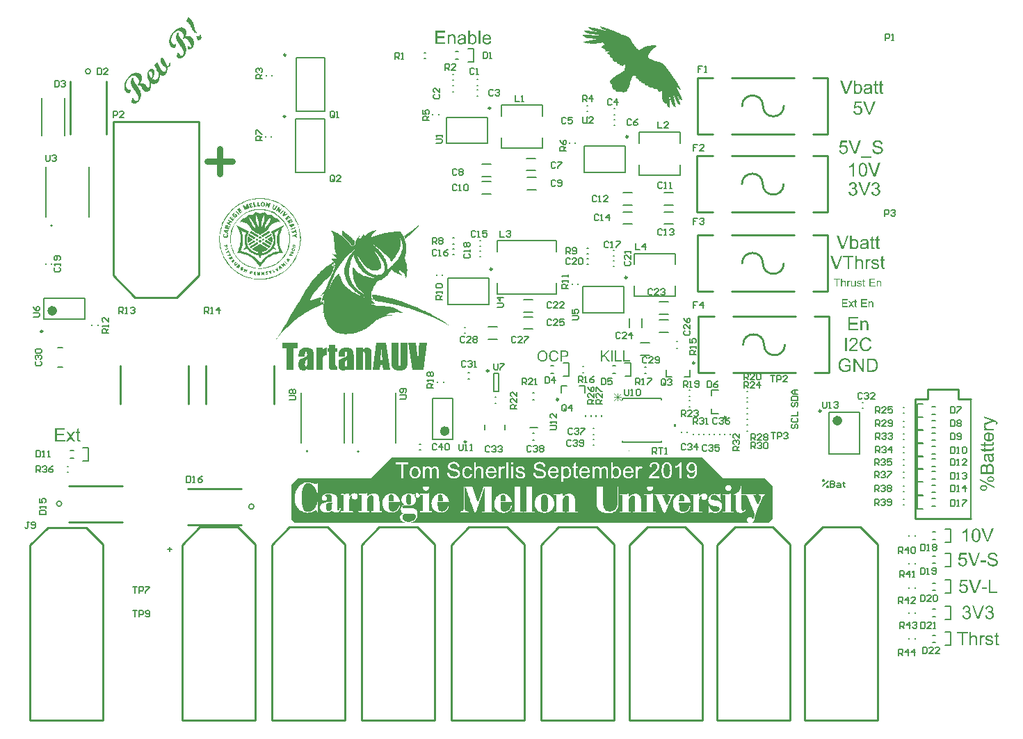
<source format=gto>
G04*
G04 #@! TF.GenerationSoftware,Altium Limited,Altium Designer,19.1.7 (138)*
G04*
G04 Layer_Color=65535*
%FSLAX25Y25*%
%MOIN*%
G70*
G01*
G75*
%ADD10C,0.00984*%
%ADD11C,0.00600*%
%ADD12C,0.00591*%
%ADD13C,0.02362*%
%ADD14C,0.01000*%
%ADD15C,0.00394*%
%ADD16C,0.00787*%
%ADD17C,0.00500*%
%ADD18C,0.00800*%
%ADD19C,0.00300*%
%ADD20C,0.03000*%
G36*
X140664Y436920D02*
X140769Y436867D01*
X140926Y436789D01*
X140939Y436776D01*
X141004Y436736D01*
X141096Y436697D01*
X141201Y436619D01*
X141345Y436527D01*
X141489Y436409D01*
X141646Y436278D01*
X141803Y436121D01*
X141829Y436095D01*
X141908Y436017D01*
X141999Y435899D01*
X142143Y435729D01*
X142287Y435532D01*
X142444Y435297D01*
X142614Y435022D01*
X142771Y434734D01*
X142785Y434695D01*
X142837Y434590D01*
X142902Y434420D01*
X142994Y434171D01*
X143099Y433883D01*
X143216Y433530D01*
X143321Y433111D01*
X143426Y432666D01*
X143439Y432653D01*
Y432600D01*
X143452Y432535D01*
X143465Y432470D01*
X143517Y432234D01*
X143570Y431972D01*
X143648Y431684D01*
X143727Y431370D01*
X143805Y431108D01*
X143884Y430873D01*
X143897Y430860D01*
X143923Y430781D01*
X143962Y430690D01*
X144028Y430572D01*
X144106Y430441D01*
X144198Y430297D01*
X144316Y430153D01*
X144421Y430022D01*
X144447Y429996D01*
X144512Y429957D01*
X144551Y429917D01*
X144617Y429878D01*
X144643Y429852D01*
X144709Y429813D01*
X144787Y429760D01*
X144826Y429721D01*
X144839Y429708D01*
Y429656D01*
X144813Y429603D01*
X144800Y429538D01*
X144761Y429446D01*
X144709Y429342D01*
X144669Y429355D01*
X144564Y429381D01*
X144407Y429433D01*
X144198Y429512D01*
X143949Y429629D01*
X143714Y429760D01*
X143452Y429944D01*
X143216Y430153D01*
X143190Y430179D01*
X143125Y430245D01*
X143033Y430362D01*
X142902Y430546D01*
X142758Y430768D01*
X142588Y431043D01*
X142405Y431357D01*
X142222Y431750D01*
X142209Y431763D01*
X142195Y431802D01*
X142169Y431854D01*
X142143Y431933D01*
X142051Y432129D01*
X141947Y432365D01*
X141816Y432627D01*
X141685Y432889D01*
X141567Y433137D01*
X141449Y433333D01*
X141436Y433347D01*
X141397Y433412D01*
X141345Y433517D01*
X141253Y433635D01*
X141162Y433778D01*
X141031Y433936D01*
X140887Y434106D01*
X140730Y434263D01*
X140717Y434276D01*
X140664Y434328D01*
X140599Y434394D01*
X140520Y434472D01*
X140298Y434642D01*
X140075Y434812D01*
X140062Y434826D01*
X140023Y434839D01*
X139970Y434891D01*
X139918Y434917D01*
X139800Y435009D01*
X139748Y435035D01*
X139722Y435061D01*
Y435087D01*
X139709Y435127D01*
X139722Y435218D01*
X139748Y435323D01*
X139787Y435493D01*
X139866Y435703D01*
X139892Y435833D01*
X139957Y435977D01*
X139970Y435990D01*
Y436017D01*
X140010Y436108D01*
X140075Y436252D01*
X140128Y436409D01*
X140206Y436593D01*
X140271Y436736D01*
X140337Y436854D01*
X140376Y436920D01*
X140402Y436946D01*
X140559D01*
X140664Y436920D01*
D02*
G37*
G36*
X146345Y428883D02*
X146358Y428870D01*
X146371Y428831D01*
X146397Y428779D01*
X146449Y428700D01*
X146502Y428569D01*
X146580Y428412D01*
X146659Y428203D01*
Y428177D01*
X146698Y428111D01*
X146737Y427993D01*
X146776Y427849D01*
X146868Y427522D01*
X146894Y427365D01*
Y427208D01*
Y427182D01*
X146881Y427143D01*
X146868Y427077D01*
X146829Y426986D01*
X146790Y426868D01*
X146724Y426750D01*
X146633Y426632D01*
X146528Y426501D01*
X146476Y426449D01*
X146384Y426383D01*
X146292Y426318D01*
X146174Y426226D01*
X146030Y426135D01*
X145873Y426056D01*
X145690Y425978D01*
X145664D01*
X145612Y425952D01*
X145533Y425925D01*
X145441Y425912D01*
X145350Y425873D01*
X145258Y425860D01*
X145180D01*
X145140Y425873D01*
X145127Y425912D01*
X145114Y425952D01*
X145075Y426043D01*
Y426069D01*
X145049Y426174D01*
X145023Y426305D01*
X144957Y426501D01*
X144892Y426724D01*
X144787Y426986D01*
X144643Y427260D01*
X144486Y427548D01*
X144473Y427561D01*
X144460Y427574D01*
X144421Y427640D01*
X144394Y427692D01*
X144381Y427732D01*
X144407Y427758D01*
X144460Y427784D01*
X144538Y427810D01*
X144656Y427797D01*
X144682D01*
X144774Y427810D01*
X144918Y427823D01*
X145075Y427876D01*
X145258Y427928D01*
X145468Y428007D01*
X145651Y428111D01*
X145821Y428255D01*
X145847Y428281D01*
X145926Y428386D01*
X146017Y428504D01*
X146109Y428648D01*
X146122Y428661D01*
Y428687D01*
X146161Y428779D01*
X146214Y428857D01*
X146227Y428897D01*
X146253Y428923D01*
X146305D01*
X146345Y428883D01*
D02*
G37*
G36*
X137850Y432064D02*
X138256Y431946D01*
X138452Y431854D01*
X138648Y431737D01*
X138832Y431606D01*
X139015Y431449D01*
X139028Y431436D01*
X139080Y431383D01*
X139133Y431305D01*
X139211Y431200D01*
X139277Y431056D01*
X139368Y430886D01*
X139460Y430690D01*
X139512Y430454D01*
X139578Y430205D01*
X139604Y429917D01*
Y429603D01*
X139565Y429250D01*
X139486Y428883D01*
X139355Y428491D01*
X139172Y428072D01*
X138936Y427627D01*
X138950Y427640D01*
X139028Y427666D01*
X139133Y427718D01*
X139264Y427771D01*
X139447Y427823D01*
X139643Y427889D01*
X139879Y427941D01*
X140128Y427980D01*
X140376Y427993D01*
X140651Y428007D01*
X140939Y427980D01*
X141227Y427928D01*
X141515Y427823D01*
X141803Y427692D01*
X142091Y427509D01*
X142352Y427274D01*
X142366Y427260D01*
X142392Y427234D01*
X142457Y427169D01*
X142510Y427090D01*
X142588Y426986D01*
X142680Y426868D01*
X142863Y426580D01*
X143046Y426213D01*
X143125Y426004D01*
X143190Y425781D01*
X143256Y425533D01*
X143308Y425297D01*
X143321Y425022D01*
X143334Y424747D01*
Y424721D01*
X143321Y424682D01*
Y424603D01*
Y424499D01*
X143295Y424368D01*
X143256Y424224D01*
X143229Y424067D01*
X143177Y423884D01*
X143046Y423465D01*
X142850Y423059D01*
X142588Y422614D01*
X142405Y422405D01*
X142222Y422195D01*
X142143Y422117D01*
X142051Y422051D01*
X141934Y421960D01*
X141790Y421842D01*
X141620Y421750D01*
X141449Y421659D01*
X141266Y421606D01*
X141240D01*
X141175Y421593D01*
X141083Y421580D01*
X140978D01*
X140860Y421593D01*
X140730Y421619D01*
X140599Y421672D01*
X140494Y421750D01*
X140481Y421763D01*
X140455Y421789D01*
X140428Y421842D01*
X140389Y421907D01*
X140350Y421999D01*
X140285Y422117D01*
X140245Y422261D01*
X140206Y422431D01*
Y422457D01*
X140193Y422522D01*
X140167Y422601D01*
Y422706D01*
Y422810D01*
X140180Y422928D01*
X140206Y423033D01*
X140258Y423111D01*
X140271Y423124D01*
X140311Y423138D01*
X140363Y423164D01*
X140455Y423177D01*
X140559Y423151D01*
X140717Y423098D01*
X140900Y422994D01*
X140991Y422928D01*
X141109Y422836D01*
X141122Y422823D01*
X141188Y422784D01*
X141266Y422732D01*
X141358Y422666D01*
X141489Y422614D01*
X141593Y422588D01*
X141711Y422601D01*
X141803Y422666D01*
X141816Y422679D01*
X141855Y422745D01*
X141894Y422836D01*
X141921Y422994D01*
Y423203D01*
Y423334D01*
X141894Y423465D01*
X141855Y423635D01*
X141790Y423805D01*
X141724Y424001D01*
X141633Y424198D01*
X141620Y424211D01*
X141606Y424250D01*
X141580Y424302D01*
X141541Y424394D01*
X141476Y424486D01*
X141410Y424603D01*
X141253Y424891D01*
X141044Y425206D01*
X140795Y425533D01*
X140533Y425873D01*
X140219Y426213D01*
X140206Y426226D01*
X140167Y426266D01*
X140114Y426318D01*
X140036Y426370D01*
X139944Y426436D01*
X139840Y426514D01*
X139578Y426671D01*
X139277Y426789D01*
X139133Y426828D01*
X138963Y426842D01*
X138793Y426828D01*
X138622Y426815D01*
X138452Y426750D01*
X138295Y426645D01*
X137929Y427116D01*
X137955Y427143D01*
X138020Y427234D01*
X138112Y427352D01*
X138204Y427522D01*
X138295Y427718D01*
X138361Y427967D01*
X138374Y428216D01*
X138334Y428491D01*
X138321Y428530D01*
X138282Y428622D01*
X138243Y428766D01*
X138164Y428949D01*
X138059Y429158D01*
X137929Y429394D01*
X137759Y429616D01*
X137562Y429839D01*
X137549Y429852D01*
X137523Y429878D01*
X137484Y429917D01*
X137418Y429957D01*
X137261Y430088D01*
X137039Y430232D01*
X136777Y430362D01*
X136476Y430480D01*
X136135Y430559D01*
X135717D01*
X135599Y430546D01*
X135403Y430506D01*
X135154Y430441D01*
X134866Y430310D01*
X134552Y430153D01*
X134212Y429917D01*
X133871Y429629D01*
X133753Y429512D01*
X133688Y429420D01*
X133596Y429302D01*
X133478Y429158D01*
X133361Y429014D01*
X133243Y428818D01*
X132994Y428412D01*
X132746Y427928D01*
X132641Y427666D01*
X132549Y427391D01*
X132484Y427090D01*
X132418Y426789D01*
Y426763D01*
X132405Y426724D01*
X132392Y426632D01*
Y426528D01*
X132379Y426226D01*
X132392Y425873D01*
X132458Y425467D01*
X132562Y425048D01*
X132641Y424865D01*
X132746Y424656D01*
X132863Y424486D01*
X133007Y424316D01*
X133034Y424289D01*
X133099Y424250D01*
X133204Y424171D01*
X133348Y424106D01*
X133531Y424054D01*
X133753Y424015D01*
X133989Y424041D01*
X134277Y424119D01*
X134290Y424132D01*
X134316D01*
X134382Y424171D01*
X134460D01*
X134499Y424185D01*
X134526Y424158D01*
X134709Y423975D01*
X134722Y423936D01*
X134735Y423897D01*
X134748Y423831D01*
X134722Y423727D01*
X134696Y423596D01*
X134657Y423425D01*
X134565Y423203D01*
Y423177D01*
X134512Y423098D01*
X134460Y422994D01*
X134408Y422863D01*
X134277Y422601D01*
X134198Y422496D01*
X134146Y422418D01*
X134107Y422378D01*
X134054Y422352D01*
X133963Y422313D01*
X133845Y422300D01*
X133714Y422274D01*
X133544Y422287D01*
X133335Y422313D01*
X133308D01*
X133230Y422339D01*
X133138Y422378D01*
X132994Y422444D01*
X132837Y422496D01*
X132680Y422601D01*
X132510Y422719D01*
X132353Y422850D01*
X132340Y422863D01*
X132327Y422876D01*
X132288Y422915D01*
X132248Y422980D01*
X132130Y423124D01*
X131986Y423347D01*
X131843Y423622D01*
X131699Y423975D01*
X131568Y424368D01*
X131476Y424826D01*
Y424852D01*
X131463Y424891D01*
Y424970D01*
Y425048D01*
X131450Y425323D01*
Y425664D01*
X131476Y426082D01*
X131554Y426554D01*
X131672Y427064D01*
X131843Y427601D01*
X131855Y427614D01*
X131869Y427679D01*
X131908Y427745D01*
X131947Y427863D01*
X132013Y427980D01*
X132091Y428137D01*
X132183Y428307D01*
X132288Y428517D01*
X132405Y428713D01*
X132549Y428936D01*
X132706Y429171D01*
X132863Y429407D01*
X133256Y429904D01*
X133727Y430402D01*
X133858Y430533D01*
X133976Y430624D01*
X134094Y430742D01*
X134251Y430873D01*
X134434Y431004D01*
X134617Y431135D01*
X135049Y431436D01*
X135533Y431710D01*
X136070Y431933D01*
X136345Y432025D01*
X136620Y432090D01*
X136633Y432103D01*
X136764D01*
X136869Y432129D01*
X137470D01*
X137850Y432064D01*
D02*
G37*
G36*
X135887Y429525D02*
Y429499D01*
Y429420D01*
Y429289D01*
X135900Y429145D01*
X135926Y428962D01*
X135952Y428753D01*
X136005Y428543D01*
X136083Y428334D01*
Y428307D01*
X136135Y428229D01*
X136201Y428085D01*
X136306Y427902D01*
X136384Y427797D01*
X136476Y427653D01*
X136567Y427509D01*
X136672Y427352D01*
X136803Y427169D01*
X136947Y426972D01*
X137104Y426763D01*
X137274Y426541D01*
X137287Y426528D01*
X137327Y426488D01*
X137366Y426423D01*
X137431Y426331D01*
X137510Y426226D01*
X137615Y426095D01*
X137719Y425965D01*
X137837Y425795D01*
X138086Y425467D01*
X138334Y425088D01*
X138583Y424708D01*
X138819Y424342D01*
X138832Y424329D01*
X138845Y424289D01*
X138871Y424237D01*
X138910Y424171D01*
X139002Y423975D01*
X139120Y423727D01*
X139237Y423425D01*
X139355Y423072D01*
X139460Y422679D01*
X139539Y422261D01*
X139552Y422248D01*
X139539Y422208D01*
X139552Y422064D01*
X139565Y421842D01*
Y421554D01*
X139552Y421227D01*
X139512Y420847D01*
X139434Y420428D01*
X139316Y420022D01*
X139303Y420009D01*
X139290Y419970D01*
X139277Y419905D01*
X139237Y419839D01*
X139198Y419748D01*
X139159Y419630D01*
X139028Y419368D01*
X138858Y419067D01*
X138648Y418727D01*
X138400Y418399D01*
X138099Y418072D01*
X137968Y417941D01*
X137824Y417824D01*
X137628Y417680D01*
X137392Y417522D01*
X137143Y417379D01*
X136881Y417274D01*
X136607Y417208D01*
X136476D01*
X136358Y417221D01*
X136175Y417248D01*
X135978Y417313D01*
X135756Y417405D01*
X135520Y417536D01*
X135298Y417732D01*
X135285Y417745D01*
X135259Y417771D01*
X135219Y417810D01*
X135180Y417850D01*
X135075Y417981D01*
X134971Y418112D01*
Y418138D01*
X134984Y418203D01*
Y418308D01*
X135010Y418439D01*
X135036Y418596D01*
X135075Y418792D01*
X135180Y419185D01*
Y419211D01*
X135219Y419276D01*
X135246Y419381D01*
X135285Y419499D01*
X135389Y419734D01*
X135442Y419813D01*
X135494Y419892D01*
X135533Y419931D01*
X135573Y419944D01*
X135638Y419957D01*
X135717D01*
X135821Y419931D01*
X135913Y419865D01*
X136031Y419774D01*
X136044Y419761D01*
X136057Y419748D01*
X136096Y419708D01*
X136135Y419643D01*
X136175Y419577D01*
X136253Y419473D01*
X136345Y419355D01*
X136358Y419342D01*
X136397Y419303D01*
X136423Y419250D01*
X136489Y419185D01*
X136594Y419054D01*
X136633Y418989D01*
X136659Y418962D01*
X136672Y418949D01*
X136685Y418936D01*
X136777Y418871D01*
X136908Y418766D01*
X137091Y418687D01*
X137287Y418622D01*
X137510Y418609D01*
X137745Y418687D01*
X137850Y418766D01*
X137968Y418858D01*
X137994Y418884D01*
X138059Y418975D01*
X138151Y419119D01*
X138230Y419329D01*
X138295Y419577D01*
X138321Y419734D01*
X138334Y419905D01*
Y420088D01*
X138321Y420284D01*
X138295Y420494D01*
X138230Y420716D01*
X138217Y420729D01*
Y420782D01*
X138190Y420834D01*
X138164Y420939D01*
X138112Y421069D01*
X138046Y421213D01*
X137981Y421384D01*
X137876Y421567D01*
X137772Y421776D01*
X137667Y422012D01*
X137523Y422261D01*
X137353Y422536D01*
X137183Y422810D01*
X136986Y423111D01*
X136751Y423425D01*
X136502Y423753D01*
X136489Y423766D01*
X136450Y423831D01*
X136371Y423936D01*
X136279Y424054D01*
X136175Y424185D01*
X136044Y424368D01*
X135913Y424551D01*
X135782Y424760D01*
X135494Y425206D01*
X135219Y425664D01*
X135101Y425886D01*
X134997Y426095D01*
X134905Y426292D01*
X134853Y426475D01*
X134840Y426488D01*
Y426514D01*
X134814Y426645D01*
X134787Y426828D01*
X134748Y427077D01*
X134722Y427339D01*
Y427653D01*
X134735Y427980D01*
X134801Y428307D01*
X134814Y428347D01*
X134840Y428451D01*
X134879Y428595D01*
X134944Y428792D01*
X135023Y428975D01*
X135115Y429171D01*
X135206Y429342D01*
X135311Y429472D01*
X135337Y429499D01*
X135442Y429551D01*
X135520D01*
X135612Y429564D01*
X135743D01*
X135887Y429525D01*
D02*
G37*
G36*
X128099Y417601D02*
X128296Y417510D01*
X128413Y417418D01*
X128518Y417313D01*
X128531Y417300D01*
X128570Y417261D01*
X128636Y417195D01*
X128714Y417091D01*
X128806Y416973D01*
X128924Y416803D01*
X129042Y416633D01*
X129185Y416410D01*
X129316Y416174D01*
X129460Y415900D01*
X129617Y415612D01*
X129774Y415271D01*
X129905Y414905D01*
X130049Y414525D01*
X130180Y414106D01*
X130298Y413648D01*
X130324D01*
X130390Y413661D01*
X130481Y413674D01*
X130599Y413714D01*
X130743Y413753D01*
X130887Y413819D01*
X131031Y413910D01*
X131162Y414015D01*
X131175Y414028D01*
X131214Y414093D01*
X131267Y414198D01*
X131345Y414355D01*
X131397Y414565D01*
X131463Y414839D01*
X131489Y415180D01*
Y415363D01*
Y415572D01*
X132143Y414918D01*
Y414892D01*
X132130Y414826D01*
X132117Y414735D01*
X132104Y414617D01*
X132039Y414316D01*
X131934Y414028D01*
X131921Y414015D01*
X131908Y413975D01*
X131869Y413910D01*
X131829Y413845D01*
X131738Y413674D01*
X131620Y413530D01*
X131554Y413465D01*
X131450Y413387D01*
X131319Y413308D01*
X131162Y413230D01*
X130965Y413138D01*
X130743Y413072D01*
X130481Y413020D01*
Y412994D01*
X130494Y412928D01*
Y412798D01*
Y412640D01*
X130507Y412444D01*
Y412235D01*
X130494Y411986D01*
X130468Y411724D01*
X130429Y411449D01*
X130377Y411162D01*
X130311Y410887D01*
X130219Y410586D01*
X130102Y410311D01*
X129958Y410036D01*
X129788Y409787D01*
X129591Y409565D01*
X129565Y409539D01*
X129487Y409486D01*
X129356Y409381D01*
X129199Y409277D01*
X129002Y409185D01*
X128780Y409094D01*
X128531Y409054D01*
X128256Y409041D01*
X128230D01*
X128125Y409067D01*
X127981Y409107D01*
X127798Y409185D01*
X127576Y409277D01*
X127327Y409421D01*
X127052Y409617D01*
X127000Y409664D01*
Y409643D01*
Y409539D01*
X126987Y409264D01*
X126960Y408923D01*
X126934Y408557D01*
X126882Y408164D01*
X126816Y407759D01*
X126738Y407392D01*
X126725Y407353D01*
X126686Y407235D01*
X126620Y407065D01*
X126529Y406842D01*
X126411Y406594D01*
X126254Y406332D01*
X126044Y406044D01*
X125809Y405782D01*
X125730Y405704D01*
X125665Y405664D01*
X125508Y405533D01*
X125285Y405389D01*
X125036Y405245D01*
X124735Y405128D01*
X124408Y405036D01*
X124042Y405010D01*
X123989D01*
X123872Y405023D01*
X123701Y405062D01*
X123453Y405128D01*
X123178Y405219D01*
X122890Y405376D01*
X122654Y405533D01*
X122694Y405494D01*
Y405468D01*
Y405442D01*
Y405363D01*
Y405259D01*
Y404997D01*
Y404683D01*
Y404316D01*
X122654Y403937D01*
X122615Y403557D01*
X122563Y403217D01*
X122550Y403177D01*
X122523Y403073D01*
X122471Y402916D01*
X122406Y402719D01*
X122314Y402497D01*
X122183Y402261D01*
X122026Y402026D01*
X121843Y401816D01*
X121751Y401725D01*
X121620Y401646D01*
X121463Y401541D01*
X121280Y401437D01*
X121071Y401358D01*
X120822Y401293D01*
X120573Y401280D01*
X120547D01*
X120455Y401293D01*
X120325Y401319D01*
X120141Y401371D01*
X119945Y401437D01*
X119722Y401554D01*
X119500Y401698D01*
X119277Y401895D01*
X119264Y401908D01*
X119212Y401960D01*
X119147Y402052D01*
X119042Y402183D01*
X118924Y402327D01*
X118780Y402523D01*
X118623Y402759D01*
X118453Y403033D01*
X118440Y403047D01*
Y403073D01*
X118374Y403164D01*
X118283Y403308D01*
X118191Y403478D01*
X118060Y403662D01*
X117929Y403845D01*
X117785Y404015D01*
X117668Y404159D01*
X117641Y404185D01*
X117589Y404238D01*
X117484Y404316D01*
X117353Y404395D01*
X117196Y404447D01*
X117066Y404473D01*
X116895Y404460D01*
X116751Y404369D01*
X116725Y404342D01*
X116621Y404290D01*
X116490D01*
X116424Y404303D01*
X116346Y404355D01*
X116332Y404369D01*
X116293Y404408D01*
X116254Y404473D01*
X116202Y404552D01*
X116162Y404643D01*
Y404748D01*
X116175Y404840D01*
X116241Y404931D01*
X116660Y405298D01*
X116686Y405324D01*
X116738Y405403D01*
X116817Y405507D01*
X116908Y405677D01*
X116974Y405874D01*
X117026Y406109D01*
Y406371D01*
X116987Y406672D01*
X116974Y406711D01*
X116948Y406816D01*
X116882Y406986D01*
X116804Y407196D01*
X116673Y407431D01*
X116503Y407706D01*
X116306Y407981D01*
X116045Y408269D01*
X116018Y408295D01*
X115966Y408348D01*
X115874Y408413D01*
X115744Y408518D01*
X115573Y408609D01*
X115390Y408714D01*
X115168Y408806D01*
X114919Y408897D01*
X114657Y408950D01*
X114369Y408976D01*
X114068Y408963D01*
X113741Y408897D01*
X113401Y408792D01*
X113060Y408609D01*
X112694Y408374D01*
X112327Y408033D01*
X112210Y407915D01*
X112131Y407811D01*
X112039Y407693D01*
X111922Y407549D01*
X111791Y407392D01*
X111660Y407209D01*
X111398Y406764D01*
X111150Y406280D01*
X111032Y406005D01*
X110940Y405730D01*
X110848Y405429D01*
X110783Y405128D01*
Y405101D01*
X110770Y405062D01*
X110757Y404971D01*
X110744Y404853D01*
Y404565D01*
Y404198D01*
X110783Y403793D01*
X110901Y403387D01*
X110966Y403191D01*
X111071Y402981D01*
X111189Y402811D01*
X111333Y402641D01*
X111359Y402615D01*
X111424Y402575D01*
X111516Y402510D01*
X111647Y402431D01*
X111830Y402379D01*
X112026Y402340D01*
X112236D01*
X112498Y402392D01*
X112511Y402405D01*
X112563D01*
X112694Y402431D01*
X112864Y402418D01*
X112943Y402392D01*
X113021Y402340D01*
X113047Y402314D01*
Y402261D01*
X113060Y402196D01*
Y402091D01*
X113047Y401947D01*
X112995Y401764D01*
X112916Y401554D01*
Y401528D01*
X112877Y401463D01*
X112825Y401358D01*
X112772Y401227D01*
X112642Y400965D01*
X112563Y400861D01*
X112511Y400782D01*
X112471Y400743D01*
X112406Y400704D01*
X112327Y400678D01*
X112210Y400638D01*
X112066Y400625D01*
X111909D01*
X111725Y400651D01*
X111699D01*
X111647Y400678D01*
X111529Y400717D01*
X111411Y400782D01*
X111267Y400848D01*
X111097Y400939D01*
X110953Y401057D01*
X110783Y401201D01*
X110770Y401214D01*
X110731Y401254D01*
X110678Y401332D01*
X110600Y401437D01*
X110495Y401568D01*
X110403Y401712D01*
X110299Y401895D01*
X110194Y402104D01*
X110089Y402340D01*
X110011Y402602D01*
X109932Y402889D01*
X109867Y403191D01*
X109841Y403531D01*
X109827Y403884D01*
X109841Y404264D01*
X109893Y404657D01*
Y404683D01*
X109919Y404761D01*
X109945Y404866D01*
X109985Y405036D01*
X110037Y405219D01*
X110116Y405455D01*
X110194Y405717D01*
X110312Y405992D01*
X110430Y406293D01*
X110600Y406620D01*
X110770Y406947D01*
X110992Y407300D01*
X111215Y407654D01*
X111490Y408007D01*
X111791Y408361D01*
X112118Y408714D01*
X112262Y408858D01*
X112393Y408963D01*
X112537Y409080D01*
X112694Y409211D01*
X112877Y409368D01*
X113087Y409525D01*
X113558Y409813D01*
X114081Y410101D01*
X114356Y410219D01*
X114644Y410324D01*
X114932Y410402D01*
X115220Y410455D01*
X115246D01*
X115285Y410468D01*
X115364D01*
X115482Y410481D01*
X115613D01*
X115757Y410468D01*
X116123Y410442D01*
X116516Y410363D01*
X116935Y410232D01*
X117131Y410141D01*
X117340Y410010D01*
X117537Y409866D01*
X117720Y409709D01*
X117746Y409683D01*
X117812Y409591D01*
X117916Y409460D01*
X118021Y409277D01*
X118152Y409041D01*
X118256Y408753D01*
X118348Y408426D01*
X118414Y408046D01*
Y407994D01*
Y407942D01*
Y407863D01*
X118401Y407745D01*
X118387Y407628D01*
X118348Y407484D01*
X118309Y407313D01*
X118270Y407117D01*
X118204Y406921D01*
X118126Y406685D01*
X118021Y406450D01*
X117916Y406188D01*
X117772Y405913D01*
X117602Y405612D01*
X117419Y405298D01*
X117458Y405311D01*
X117550Y405324D01*
X117694Y405363D01*
X117890Y405403D01*
X118099Y405429D01*
X118335Y405455D01*
X118558Y405442D01*
X118793Y405416D01*
X118819D01*
X118898Y405389D01*
X119003Y405363D01*
X119147Y405298D01*
X119304Y405219D01*
X119487Y405115D01*
X119683Y404971D01*
X119879Y404801D01*
X119893Y404787D01*
X119932Y404748D01*
X119984Y404696D01*
X120050Y404604D01*
X120154Y404499D01*
X120246Y404382D01*
X120455Y404094D01*
X120468Y404081D01*
X120495Y404028D01*
X120547Y403950D01*
X120613Y403884D01*
X120743Y403701D01*
X120796Y403622D01*
X120848Y403570D01*
X120874Y403544D01*
X120927Y403492D01*
X121031Y403439D01*
X121136Y403387D01*
X121267Y403335D01*
X121411Y403322D01*
X121555Y403361D01*
X121712Y403465D01*
X121738Y403492D01*
X121791Y403570D01*
X121869Y403753D01*
X121908Y403871D01*
X121948Y403989D01*
X121987Y404159D01*
X122026Y404355D01*
X122052Y404565D01*
X122065Y404814D01*
X122091Y405101D01*
Y405416D01*
X122065Y405756D01*
X122042Y406100D01*
X121974Y406188D01*
X121869Y406319D01*
X121751Y406489D01*
X121633Y406685D01*
X121398Y407130D01*
X121280Y407379D01*
X121175Y407641D01*
X121071Y407929D01*
X121005Y408230D01*
X120940Y408557D01*
X120900Y408884D01*
Y408910D01*
Y408963D01*
Y409067D01*
X120887Y409185D01*
Y409342D01*
X120914Y409525D01*
X120927Y409722D01*
X120953Y409931D01*
X121057Y410402D01*
X121215Y410874D01*
X121319Y411109D01*
X121437Y411332D01*
X121607Y411554D01*
X121777Y411751D01*
X121869Y411842D01*
X121974Y411921D01*
X122131Y412025D01*
X122288Y412130D01*
X122484Y412222D01*
X122707Y412287D01*
X122929Y412326D01*
X123139D01*
X123296Y412300D01*
X123453Y412248D01*
X123623Y412182D01*
X123806Y412078D01*
X123976Y411934D01*
X123989Y411921D01*
X124029Y411881D01*
X124081Y411803D01*
X124133Y411698D01*
X124199Y411554D01*
X124264Y411384D01*
X124317Y411175D01*
X124343Y410939D01*
X124369Y410651D01*
X124356Y410324D01*
X124303Y409957D01*
X124225Y409565D01*
X124107Y409107D01*
X123924Y408609D01*
X123793Y408348D01*
X123675Y408073D01*
X123544Y407785D01*
X123374Y407484D01*
X123387Y407471D01*
X123440Y407444D01*
X123505Y407405D01*
X123597Y407366D01*
X123845Y407248D01*
X124160Y407169D01*
X124526Y407117D01*
X124709D01*
X124919Y407143D01*
X125102Y407196D01*
X125298Y407287D01*
X125495Y407405D01*
X125678Y407562D01*
X125743Y407628D01*
X125809Y407719D01*
X125887Y407824D01*
X125966Y407955D01*
X126057Y408099D01*
X126136Y408282D01*
X126201Y408478D01*
Y408504D01*
X126227Y408583D01*
X126241Y408727D01*
X126280Y408923D01*
X126306Y409185D01*
X126332Y409525D01*
Y409944D01*
X126344Y410387D01*
X126280Y410468D01*
X126149Y410625D01*
X126031Y410795D01*
X125769Y411214D01*
X125468Y411698D01*
X125180Y412248D01*
X124408Y413832D01*
X125665Y415690D01*
X127052Y412915D01*
X127065Y412902D01*
X127104Y412837D01*
X127144Y412745D01*
X127209Y412627D01*
X127301Y412457D01*
X127392Y412287D01*
X127523Y412104D01*
X127654Y411895D01*
X127680Y411868D01*
X127720Y411803D01*
X127785Y411711D01*
X127864Y411607D01*
X128060Y411358D01*
X128152Y411240D01*
X128243Y411148D01*
X128256Y411135D01*
X128296Y411096D01*
X128361Y411057D01*
X128439Y411004D01*
X128649Y410874D01*
X128780Y410821D01*
X128911Y410795D01*
X129120D01*
X129316Y410860D01*
X129421Y410913D01*
X129513Y410978D01*
X129539Y411004D01*
X129591Y411083D01*
X129670Y411240D01*
X129748Y411449D01*
X129788Y411593D01*
X129827Y411737D01*
X129840Y411907D01*
X129853Y412104D01*
Y412313D01*
X129840Y412562D01*
X129814Y412824D01*
X129774Y413099D01*
X129761Y413112D01*
X129735D01*
X129630Y413164D01*
X129460Y413230D01*
X129264Y413321D01*
X129028Y413452D01*
X128780Y413596D01*
X128544Y413779D01*
X128308Y413989D01*
X128296Y414002D01*
X128269Y414028D01*
X128230Y414067D01*
X128178Y414146D01*
X128112Y414211D01*
X128034Y414316D01*
X127864Y414538D01*
X127680Y414826D01*
X127497Y415167D01*
X127340Y415507D01*
X127222Y415913D01*
X127209Y415926D01*
X127222Y415965D01*
X127196Y416096D01*
X127183Y416292D01*
X127170Y416541D01*
X127183Y416790D01*
X127248Y417064D01*
X127340Y417313D01*
X127432Y417431D01*
X127510Y417536D01*
X127523Y417549D01*
X127589Y417588D01*
X127667Y417640D01*
X127785Y417653D01*
X127929Y417666D01*
X128099Y417601D01*
D02*
G37*
G36*
X114265Y407981D02*
Y407876D01*
Y407719D01*
X114278Y407523D01*
X114291Y407274D01*
X114330Y407052D01*
X114395Y406803D01*
X114474Y406567D01*
X114487Y406528D01*
X114539Y406450D01*
X114618Y406319D01*
X114670Y406214D01*
X114736Y406096D01*
X114827Y405978D01*
X114906Y405848D01*
X115024Y405677D01*
X115128Y405494D01*
X115259Y405311D01*
X115416Y405101D01*
X115573Y404866D01*
X115757Y404630D01*
X115770Y404617D01*
X115796Y404565D01*
X115861Y404499D01*
X115927Y404408D01*
X116005Y404303D01*
X116097Y404159D01*
X116319Y403858D01*
X116568Y403505D01*
X116804Y403138D01*
X117052Y402759D01*
X117249Y402405D01*
X117262Y402392D01*
Y402366D01*
X117288Y402314D01*
X117327Y402248D01*
X117406Y402065D01*
X117510Y401829D01*
X117602Y401528D01*
X117707Y401188D01*
X117785Y400821D01*
X117838Y400403D01*
X117851Y400390D01*
X117838Y400350D01*
X117851Y400206D01*
Y399997D01*
Y399709D01*
X117825Y399395D01*
X117785Y399015D01*
X117694Y398636D01*
X117576Y398230D01*
X117563Y398217D01*
Y398191D01*
X117537Y398138D01*
X117510Y398060D01*
X117419Y397864D01*
X117301Y397615D01*
X117144Y397327D01*
X116948Y397026D01*
X116712Y396712D01*
X116437Y396411D01*
X116359Y396332D01*
X116293Y396293D01*
X116123Y396149D01*
X115927Y396005D01*
X115678Y395835D01*
X115403Y395717D01*
X115115Y395612D01*
X114814Y395573D01*
X114683D01*
X114526Y395599D01*
X114356Y395638D01*
X114134Y395704D01*
X113911Y395796D01*
X113689Y395913D01*
X113492Y396083D01*
X113479Y396097D01*
X113466Y396110D01*
X113401Y396201D01*
X113348Y396332D01*
X113309Y396502D01*
X113322Y396515D01*
X113309Y396555D01*
X113322Y396620D01*
X113335Y396712D01*
X113348Y396830D01*
X113388Y397000D01*
X113414Y397183D01*
X113479Y397405D01*
Y397432D01*
X113505Y397510D01*
X113532Y397615D01*
X113584Y397746D01*
X113689Y398007D01*
X113741Y398112D01*
X113793Y398191D01*
X113820Y398217D01*
X113924Y398269D01*
X114055D01*
X114121Y398230D01*
X114212Y398165D01*
X114225Y398151D01*
X114251Y398125D01*
X114265Y398086D01*
X114317Y398034D01*
X114369Y397955D01*
X114448Y397850D01*
X114539Y397707D01*
X114552Y397693D01*
X114579Y397641D01*
X114631Y397589D01*
X114697Y397497D01*
X114814Y397353D01*
X114854Y397288D01*
X114893Y397248D01*
X114906Y397235D01*
X114945Y397196D01*
X115011Y397157D01*
X115102Y397091D01*
X115325Y396973D01*
X115456Y396921D01*
X115600Y396908D01*
X115626D01*
X115665Y396921D01*
X115744D01*
X115835Y396934D01*
X116045Y397013D01*
X116149Y397065D01*
X116267Y397157D01*
X116293Y397183D01*
X116359Y397275D01*
X116437Y397405D01*
X116529Y397602D01*
X116594Y397850D01*
X116621Y398007D01*
X116647Y398165D01*
Y398348D01*
Y398531D01*
X116607Y398727D01*
X116568Y398950D01*
X116555Y398963D01*
Y399015D01*
X116529Y399068D01*
X116503Y399172D01*
X116463Y399290D01*
X116411Y399421D01*
X116346Y399591D01*
X116267Y399775D01*
X116162Y399984D01*
X116058Y400193D01*
X115927Y400429D01*
X115770Y400691D01*
X115613Y400952D01*
X115429Y401240D01*
X115220Y401528D01*
X114984Y401842D01*
X114971Y401856D01*
X114932Y401921D01*
X114854Y402000D01*
X114788Y402117D01*
X114670Y402261D01*
X114566Y402418D01*
X114435Y402602D01*
X114291Y402798D01*
X114003Y403217D01*
X113741Y403662D01*
X113505Y404081D01*
X113401Y404290D01*
X113322Y404473D01*
X113309Y404486D01*
Y404513D01*
X113270Y404630D01*
X113217Y404840D01*
X113165Y405075D01*
X113113Y405363D01*
X113087Y405704D01*
Y406070D01*
X113126Y406424D01*
X113139Y406436D01*
Y406463D01*
X113165Y406594D01*
X113204Y406764D01*
X113270Y406986D01*
X113348Y407222D01*
X113466Y407471D01*
X113597Y407706D01*
X113754Y407889D01*
X113780Y407915D01*
X113872Y407955D01*
X113950Y407981D01*
X114029Y408007D01*
X114147Y408020D01*
X114278D01*
X114265Y407981D01*
D02*
G37*
G36*
X471130Y378029D02*
X471194D01*
X471370Y378010D01*
X471564Y377982D01*
X471768Y377936D01*
X471990Y377881D01*
X472193Y377807D01*
X472202D01*
X472221Y377798D01*
X472249Y377779D01*
X472286Y377761D01*
X472378Y377714D01*
X472499Y377631D01*
X472637Y377538D01*
X472776Y377418D01*
X472905Y377279D01*
X473026Y377122D01*
Y377113D01*
X473035Y377104D01*
X473054Y377076D01*
X473072Y377048D01*
X473118Y376956D01*
X473174Y376835D01*
X473239Y376688D01*
X473285Y376512D01*
X473331Y376327D01*
X473350Y376123D01*
X472536Y376059D01*
Y376068D01*
Y376086D01*
X472526Y376114D01*
X472517Y376160D01*
X472489Y376262D01*
X472452Y376401D01*
X472397Y376549D01*
X472313Y376697D01*
X472212Y376835D01*
X472082Y376965D01*
X472064Y376974D01*
X472017Y377011D01*
X471925Y377067D01*
X471805Y377122D01*
X471648Y377178D01*
X471462Y377233D01*
X471231Y377270D01*
X470972Y377279D01*
X470843D01*
X470787Y377270D01*
X470713Y377261D01*
X470547Y377242D01*
X470362Y377205D01*
X470177Y377159D01*
X470001Y377085D01*
X469927Y377039D01*
X469853Y376993D01*
X469835Y376983D01*
X469798Y376946D01*
X469742Y376882D01*
X469687Y376808D01*
X469622Y376706D01*
X469566Y376595D01*
X469529Y376466D01*
X469511Y376318D01*
Y376299D01*
Y376262D01*
X469520Y376197D01*
X469538Y376123D01*
X469566Y376031D01*
X469613Y375938D01*
X469668Y375846D01*
X469751Y375753D01*
X469761Y375744D01*
X469807Y375716D01*
X469844Y375689D01*
X469881Y375670D01*
X469936Y375642D01*
X470001Y375605D01*
X470084Y375577D01*
X470177Y375540D01*
X470279Y375503D01*
X470399Y375457D01*
X470528Y375420D01*
X470676Y375374D01*
X470843Y375337D01*
X471028Y375291D01*
X471037D01*
X471074Y375282D01*
X471130Y375272D01*
X471194Y375254D01*
X471278Y375235D01*
X471379Y375207D01*
X471481Y375180D01*
X471592Y375152D01*
X471833Y375087D01*
X472064Y375023D01*
X472175Y374986D01*
X472276Y374949D01*
X472369Y374921D01*
X472443Y374884D01*
X472452D01*
X472471Y374874D01*
X472499Y374856D01*
X472536Y374837D01*
X472637Y374782D01*
X472757Y374708D01*
X472896Y374606D01*
X473035Y374495D01*
X473165Y374366D01*
X473276Y374227D01*
X473285Y374208D01*
X473322Y374162D01*
X473359Y374079D01*
X473414Y373968D01*
X473460Y373838D01*
X473507Y373681D01*
X473534Y373505D01*
X473544Y373321D01*
Y373311D01*
Y373302D01*
Y373274D01*
Y373237D01*
X473525Y373135D01*
X473507Y373006D01*
X473470Y372858D01*
X473423Y372701D01*
X473350Y372534D01*
X473248Y372358D01*
Y372349D01*
X473239Y372340D01*
X473192Y372285D01*
X473128Y372201D01*
X473035Y372109D01*
X472915Y371998D01*
X472767Y371878D01*
X472600Y371766D01*
X472406Y371665D01*
X472397D01*
X472378Y371656D01*
X472351Y371646D01*
X472313Y371628D01*
X472258Y371609D01*
X472193Y371582D01*
X472045Y371545D01*
X471870Y371498D01*
X471657Y371452D01*
X471425Y371424D01*
X471176Y371415D01*
X471028D01*
X470954Y371424D01*
X470870D01*
X470778Y371433D01*
X470667Y371443D01*
X470436Y371480D01*
X470195Y371517D01*
X469955Y371582D01*
X469724Y371665D01*
X469714D01*
X469696Y371674D01*
X469668Y371692D01*
X469631Y371711D01*
X469520Y371766D01*
X469390Y371850D01*
X469242Y371961D01*
X469085Y372090D01*
X468937Y372248D01*
X468798Y372423D01*
Y372432D01*
X468780Y372451D01*
X468771Y372479D01*
X468743Y372516D01*
X468724Y372562D01*
X468697Y372618D01*
X468632Y372756D01*
X468567Y372932D01*
X468512Y373126D01*
X468475Y373348D01*
X468456Y373580D01*
X469252Y373654D01*
Y373644D01*
Y373635D01*
X469261Y373607D01*
Y373570D01*
X469279Y373487D01*
X469307Y373367D01*
X469344Y373247D01*
X469381Y373108D01*
X469446Y372978D01*
X469511Y372858D01*
X469520Y372849D01*
X469548Y372812D01*
X469594Y372747D01*
X469668Y372682D01*
X469761Y372599D01*
X469862Y372516D01*
X470001Y372432D01*
X470149Y372358D01*
X470158D01*
X470167Y372349D01*
X470195Y372340D01*
X470223Y372331D01*
X470316Y372303D01*
X470436Y372266D01*
X470584Y372229D01*
X470750Y372201D01*
X470935Y372183D01*
X471139Y372174D01*
X471222D01*
X471314Y372183D01*
X471425Y372192D01*
X471555Y372211D01*
X471703Y372229D01*
X471851Y372266D01*
X471990Y372312D01*
X472008Y372322D01*
X472054Y372340D01*
X472119Y372377D01*
X472202Y372414D01*
X472286Y372479D01*
X472378Y372544D01*
X472471Y372618D01*
X472545Y372710D01*
X472554Y372719D01*
X472573Y372756D01*
X472600Y372802D01*
X472637Y372877D01*
X472674Y372951D01*
X472702Y373043D01*
X472720Y373145D01*
X472730Y373256D01*
Y373265D01*
Y373311D01*
X472720Y373367D01*
X472711Y373441D01*
X472683Y373515D01*
X472656Y373607D01*
X472610Y373700D01*
X472545Y373783D01*
X472536Y373792D01*
X472508Y373820D01*
X472471Y373857D01*
X472406Y373913D01*
X472332Y373968D01*
X472230Y374033D01*
X472110Y374097D01*
X471971Y374153D01*
X471962Y374162D01*
X471916Y374171D01*
X471842Y374199D01*
X471796Y374208D01*
X471731Y374227D01*
X471666Y374255D01*
X471583Y374273D01*
X471490Y374301D01*
X471379Y374329D01*
X471268Y374357D01*
X471139Y374394D01*
X470991Y374430D01*
X470833Y374467D01*
X470824D01*
X470796Y374477D01*
X470750Y374486D01*
X470695Y374504D01*
X470621Y374523D01*
X470538Y374541D01*
X470353Y374597D01*
X470149Y374662D01*
X469936Y374727D01*
X469751Y374791D01*
X469668Y374828D01*
X469594Y374865D01*
X469585D01*
X469576Y374874D01*
X469520Y374911D01*
X469437Y374958D01*
X469344Y375032D01*
X469233Y375115D01*
X469122Y375217D01*
X469011Y375337D01*
X468919Y375466D01*
X468910Y375485D01*
X468882Y375531D01*
X468845Y375605D01*
X468808Y375698D01*
X468771Y375818D01*
X468734Y375957D01*
X468706Y376105D01*
X468697Y376262D01*
Y376271D01*
Y376280D01*
Y376308D01*
Y376345D01*
X468715Y376438D01*
X468734Y376558D01*
X468761Y376697D01*
X468808Y376854D01*
X468872Y377011D01*
X468965Y377168D01*
Y377178D01*
X468974Y377187D01*
X469021Y377242D01*
X469085Y377316D01*
X469169Y377409D01*
X469279Y377511D01*
X469418Y377622D01*
X469585Y377724D01*
X469770Y377816D01*
X469779D01*
X469798Y377825D01*
X469825Y377835D01*
X469862Y377853D01*
X469909Y377871D01*
X469973Y377890D01*
X470112Y377927D01*
X470288Y377964D01*
X470491Y378001D01*
X470704Y378029D01*
X470944Y378038D01*
X471065D01*
X471130Y378029D01*
D02*
G37*
G36*
X460501Y371526D02*
X459613D01*
X457134Y377927D01*
X458059D01*
X459724Y373274D01*
Y373265D01*
X459733Y373247D01*
X459743Y373219D01*
X459761Y373182D01*
X459770Y373126D01*
X459789Y373071D01*
X459835Y372932D01*
X459891Y372775D01*
X459946Y372599D01*
X460057Y372229D01*
Y372238D01*
X460067Y372257D01*
X460076Y372285D01*
X460085Y372322D01*
X460113Y372423D01*
X460159Y372562D01*
X460205Y372719D01*
X460261Y372895D01*
X460325Y373080D01*
X460399Y373274D01*
X462139Y377927D01*
X462999D01*
X460501Y371526D01*
D02*
G37*
G36*
X456440Y377095D02*
X453878D01*
X453536Y375365D01*
X453545Y375374D01*
X453564Y375383D01*
X453591Y375402D01*
X453638Y375430D01*
X453693Y375457D01*
X453758Y375494D01*
X453906Y375568D01*
X454091Y375642D01*
X454294Y375707D01*
X454517Y375753D01*
X454628Y375772D01*
X454831D01*
X454886Y375763D01*
X454960Y375753D01*
X455044Y375744D01*
X455136Y375726D01*
X455238Y375698D01*
X455460Y375633D01*
X455580Y375587D01*
X455700Y375522D01*
X455821Y375457D01*
X455941Y375383D01*
X456052Y375291D01*
X456163Y375189D01*
X456172Y375180D01*
X456191Y375161D01*
X456218Y375133D01*
X456255Y375087D01*
X456302Y375023D01*
X456348Y374958D01*
X456403Y374874D01*
X456459Y374782D01*
X456505Y374680D01*
X456561Y374569D01*
X456607Y374440D01*
X456653Y374310D01*
X456690Y374171D01*
X456718Y374014D01*
X456737Y373857D01*
X456746Y373691D01*
Y373681D01*
Y373654D01*
Y373607D01*
X456737Y373542D01*
X456727Y373468D01*
X456718Y373385D01*
X456700Y373284D01*
X456681Y373182D01*
X456626Y372941D01*
X456533Y372691D01*
X456477Y372562D01*
X456403Y372442D01*
X456329Y372312D01*
X456237Y372192D01*
X456228Y372183D01*
X456209Y372155D01*
X456172Y372118D01*
X456126Y372072D01*
X456061Y372016D01*
X455987Y371942D01*
X455895Y371878D01*
X455793Y371803D01*
X455682Y371729D01*
X455552Y371665D01*
X455414Y371600D01*
X455266Y371535D01*
X455108Y371489D01*
X454933Y371452D01*
X454748Y371424D01*
X454554Y371415D01*
X454470D01*
X454405Y371424D01*
X454331Y371433D01*
X454248Y371443D01*
X454146Y371452D01*
X454045Y371480D01*
X453814Y371535D01*
X453582Y371619D01*
X453462Y371674D01*
X453342Y371739D01*
X453231Y371813D01*
X453120Y371896D01*
X453111Y371905D01*
X453092Y371915D01*
X453074Y371952D01*
X453036Y371989D01*
X452990Y372035D01*
X452944Y372090D01*
X452888Y372164D01*
X452842Y372248D01*
X452787Y372331D01*
X452731Y372432D01*
X452630Y372655D01*
X452546Y372914D01*
X452519Y373052D01*
X452500Y373200D01*
X453323Y373265D01*
Y373256D01*
Y373237D01*
X453333Y373210D01*
X453342Y373163D01*
X453370Y373061D01*
X453406Y372923D01*
X453462Y372784D01*
X453536Y372627D01*
X453628Y372488D01*
X453740Y372358D01*
X453758Y372349D01*
X453795Y372312D01*
X453869Y372266D01*
X453971Y372211D01*
X454082Y372155D01*
X454220Y372109D01*
X454378Y372072D01*
X454554Y372062D01*
X454609D01*
X454646Y372072D01*
X454757Y372081D01*
X454886Y372118D01*
X455044Y372164D01*
X455201Y372238D01*
X455368Y372349D01*
X455442Y372414D01*
X455515Y372488D01*
X455525Y372497D01*
X455534Y372506D01*
X455552Y372534D01*
X455580Y372562D01*
X455645Y372664D01*
X455719Y372793D01*
X455784Y372951D01*
X455849Y373145D01*
X455895Y373376D01*
X455913Y373496D01*
Y373626D01*
Y373635D01*
Y373654D01*
Y373691D01*
X455904Y373737D01*
Y373792D01*
X455895Y373857D01*
X455867Y374005D01*
X455821Y374181D01*
X455756Y374357D01*
X455663Y374523D01*
X455534Y374680D01*
Y374690D01*
X455515Y374699D01*
X455469Y374745D01*
X455386Y374810D01*
X455275Y374884D01*
X455127Y374949D01*
X454960Y375013D01*
X454766Y375060D01*
X454655Y375078D01*
X454480D01*
X454405Y375069D01*
X454313Y375060D01*
X454202Y375032D01*
X454091Y375004D01*
X453971Y374958D01*
X453851Y374902D01*
X453841Y374893D01*
X453804Y374874D01*
X453749Y374828D01*
X453675Y374782D01*
X453601Y374717D01*
X453527Y374634D01*
X453443Y374551D01*
X453379Y374449D01*
X452639Y374551D01*
X453259Y377844D01*
X456440D01*
Y377095D01*
D02*
G37*
G36*
X468142Y369750D02*
X462934D01*
Y370314D01*
X468142D01*
Y369750D01*
D02*
G37*
G36*
X470200Y357934D02*
X470321Y357915D01*
X470469Y357888D01*
X470635Y357841D01*
X470802Y357786D01*
X470968Y357712D01*
X470977D01*
X470987Y357703D01*
X471042Y357675D01*
X471126Y357620D01*
X471218Y357555D01*
X471329Y357462D01*
X471440Y357361D01*
X471551Y357240D01*
X471643Y357101D01*
X471653Y357083D01*
X471680Y357037D01*
X471718Y356954D01*
X471764Y356852D01*
X471810Y356732D01*
X471847Y356593D01*
X471875Y356435D01*
X471884Y356278D01*
Y356260D01*
Y356204D01*
X471875Y356130D01*
X471856Y356029D01*
X471829Y355908D01*
X471782Y355779D01*
X471727Y355649D01*
X471653Y355520D01*
X471643Y355501D01*
X471616Y355464D01*
X471560Y355399D01*
X471486Y355326D01*
X471394Y355242D01*
X471283Y355150D01*
X471153Y355066D01*
X470996Y354983D01*
X471005D01*
X471024Y354974D01*
X471052Y354965D01*
X471089Y354956D01*
X471190Y354919D01*
X471320Y354863D01*
X471468Y354789D01*
X471616Y354696D01*
X471755Y354576D01*
X471884Y354437D01*
X471893Y354419D01*
X471930Y354363D01*
X471986Y354271D01*
X472041Y354151D01*
X472097Y354003D01*
X472152Y353827D01*
X472189Y353624D01*
X472198Y353401D01*
Y353392D01*
Y353364D01*
Y353318D01*
X472189Y353263D01*
X472180Y353189D01*
X472161Y353105D01*
X472143Y353013D01*
X472124Y352911D01*
X472051Y352689D01*
X471995Y352569D01*
X471940Y352458D01*
X471866Y352338D01*
X471782Y352218D01*
X471690Y352097D01*
X471579Y351986D01*
X471569Y351977D01*
X471551Y351958D01*
X471514Y351931D01*
X471468Y351894D01*
X471412Y351848D01*
X471338Y351801D01*
X471255Y351746D01*
X471153Y351699D01*
X471052Y351644D01*
X470931Y351589D01*
X470811Y351542D01*
X470672Y351496D01*
X470524Y351459D01*
X470367Y351431D01*
X470210Y351413D01*
X470034Y351403D01*
X469951D01*
X469895Y351413D01*
X469821Y351422D01*
X469738Y351431D01*
X469646Y351450D01*
X469544Y351468D01*
X469322Y351524D01*
X469091Y351616D01*
X468970Y351672D01*
X468859Y351736D01*
X468748Y351820D01*
X468637Y351903D01*
X468628Y351912D01*
X468610Y351931D01*
X468582Y351958D01*
X468554Y351995D01*
X468508Y352042D01*
X468462Y352106D01*
X468406Y352171D01*
X468351Y352255D01*
X468295Y352347D01*
X468239Y352439D01*
X468138Y352661D01*
X468054Y352921D01*
X468027Y353059D01*
X468008Y353207D01*
X468794Y353309D01*
Y353300D01*
X468804Y353281D01*
X468813Y353244D01*
X468822Y353198D01*
X468831Y353142D01*
X468850Y353078D01*
X468896Y352939D01*
X468961Y352772D01*
X469044Y352615D01*
X469137Y352467D01*
X469248Y352338D01*
X469266Y352328D01*
X469303Y352291D01*
X469377Y352245D01*
X469470Y352199D01*
X469581Y352144D01*
X469720Y352097D01*
X469877Y352060D01*
X470043Y352051D01*
X470099D01*
X470136Y352060D01*
X470237Y352069D01*
X470367Y352097D01*
X470515Y352144D01*
X470672Y352208D01*
X470829Y352301D01*
X470977Y352430D01*
X470996Y352449D01*
X471042Y352504D01*
X471098Y352588D01*
X471172Y352698D01*
X471246Y352837D01*
X471301Y352994D01*
X471348Y353180D01*
X471366Y353383D01*
Y353392D01*
Y353411D01*
Y353438D01*
X471357Y353475D01*
X471348Y353577D01*
X471320Y353697D01*
X471283Y353846D01*
X471218Y353994D01*
X471126Y354141D01*
X471005Y354280D01*
X470987Y354299D01*
X470940Y354336D01*
X470866Y354391D01*
X470765Y354456D01*
X470635Y354521D01*
X470478Y354576D01*
X470302Y354613D01*
X470108Y354632D01*
X470025D01*
X469960Y354623D01*
X469877Y354613D01*
X469784Y354595D01*
X469673Y354576D01*
X469553Y354549D01*
X469646Y355242D01*
X469692D01*
X469729Y355233D01*
X469849D01*
X469951Y355252D01*
X470071Y355270D01*
X470210Y355298D01*
X470367Y355344D01*
X470515Y355409D01*
X470672Y355492D01*
X470681D01*
X470691Y355501D01*
X470737Y355538D01*
X470802Y355603D01*
X470876Y355686D01*
X470950Y355806D01*
X471014Y355945D01*
X471061Y356102D01*
X471079Y356195D01*
Y356297D01*
Y356306D01*
Y356315D01*
Y356371D01*
X471061Y356445D01*
X471042Y356546D01*
X471005Y356658D01*
X470959Y356778D01*
X470885Y356898D01*
X470783Y357009D01*
X470774Y357018D01*
X470728Y357055D01*
X470663Y357101D01*
X470580Y357157D01*
X470469Y357203D01*
X470339Y357249D01*
X470191Y357287D01*
X470025Y357296D01*
X469951D01*
X469868Y357277D01*
X469757Y357259D01*
X469636Y357222D01*
X469516Y357175D01*
X469386Y357101D01*
X469266Y357009D01*
X469257Y357000D01*
X469220Y356954D01*
X469165Y356889D01*
X469100Y356796D01*
X469035Y356676D01*
X468970Y356528D01*
X468915Y356352D01*
X468878Y356149D01*
X468091Y356288D01*
Y356297D01*
X468101Y356325D01*
X468110Y356362D01*
X468119Y356417D01*
X468138Y356482D01*
X468165Y356556D01*
X468221Y356732D01*
X468314Y356935D01*
X468425Y357138D01*
X468563Y357333D01*
X468739Y357508D01*
X468748Y357518D01*
X468767Y357527D01*
X468794Y357545D01*
X468831Y357573D01*
X468878Y357610D01*
X468942Y357647D01*
X469007Y357684D01*
X469091Y357731D01*
X469276Y357804D01*
X469488Y357878D01*
X469738Y357925D01*
X469868Y357943D01*
X470099D01*
X470200Y357934D01*
D02*
G37*
G36*
X459258D02*
X459378Y357915D01*
X459526Y357888D01*
X459692Y357841D01*
X459859Y357786D01*
X460026Y357712D01*
X460035D01*
X460044Y357703D01*
X460100Y357675D01*
X460183Y357620D01*
X460275Y357555D01*
X460386Y357462D01*
X460497Y357361D01*
X460608Y357240D01*
X460701Y357101D01*
X460710Y357083D01*
X460738Y357037D01*
X460775Y356954D01*
X460821Y356852D01*
X460867Y356732D01*
X460904Y356593D01*
X460932Y356435D01*
X460941Y356278D01*
Y356260D01*
Y356204D01*
X460932Y356130D01*
X460914Y356029D01*
X460886Y355908D01*
X460840Y355779D01*
X460784Y355649D01*
X460710Y355520D01*
X460701Y355501D01*
X460673Y355464D01*
X460617Y355399D01*
X460543Y355326D01*
X460451Y355242D01*
X460340Y355150D01*
X460211Y355066D01*
X460053Y354983D01*
X460063D01*
X460081Y354974D01*
X460109Y354965D01*
X460146Y354956D01*
X460248Y354919D01*
X460377Y354863D01*
X460525Y354789D01*
X460673Y354696D01*
X460812Y354576D01*
X460941Y354437D01*
X460951Y354419D01*
X460988Y354363D01*
X461043Y354271D01*
X461098Y354151D01*
X461154Y354003D01*
X461209Y353827D01*
X461246Y353624D01*
X461256Y353401D01*
Y353392D01*
Y353364D01*
Y353318D01*
X461246Y353263D01*
X461237Y353189D01*
X461219Y353105D01*
X461200Y353013D01*
X461182Y352911D01*
X461108Y352689D01*
X461052Y352569D01*
X460997Y352458D01*
X460923Y352338D01*
X460840Y352218D01*
X460747Y352097D01*
X460636Y351986D01*
X460627Y351977D01*
X460608Y351958D01*
X460571Y351931D01*
X460525Y351894D01*
X460469Y351848D01*
X460395Y351801D01*
X460312Y351746D01*
X460211Y351699D01*
X460109Y351644D01*
X459988Y351589D01*
X459868Y351542D01*
X459729Y351496D01*
X459582Y351459D01*
X459424Y351431D01*
X459267Y351413D01*
X459091Y351403D01*
X459008D01*
X458953Y351413D01*
X458879Y351422D01*
X458795Y351431D01*
X458703Y351450D01*
X458601Y351468D01*
X458379Y351524D01*
X458148Y351616D01*
X458028Y351672D01*
X457916Y351736D01*
X457805Y351820D01*
X457694Y351903D01*
X457685Y351912D01*
X457667Y351931D01*
X457639Y351958D01*
X457611Y351995D01*
X457565Y352042D01*
X457519Y352106D01*
X457463Y352171D01*
X457408Y352255D01*
X457352Y352347D01*
X457297Y352439D01*
X457195Y352661D01*
X457112Y352921D01*
X457084Y353059D01*
X457065Y353207D01*
X457852Y353309D01*
Y353300D01*
X457861Y353281D01*
X457870Y353244D01*
X457879Y353198D01*
X457889Y353142D01*
X457907Y353078D01*
X457954Y352939D01*
X458018Y352772D01*
X458102Y352615D01*
X458194Y352467D01*
X458305Y352338D01*
X458323Y352328D01*
X458360Y352291D01*
X458434Y352245D01*
X458527Y352199D01*
X458638Y352144D01*
X458777Y352097D01*
X458934Y352060D01*
X459100Y352051D01*
X459156D01*
X459193Y352060D01*
X459295Y352069D01*
X459424Y352097D01*
X459572Y352144D01*
X459729Y352208D01*
X459887Y352301D01*
X460035Y352430D01*
X460053Y352449D01*
X460100Y352504D01*
X460155Y352588D01*
X460229Y352698D01*
X460303Y352837D01*
X460358Y352994D01*
X460405Y353180D01*
X460423Y353383D01*
Y353392D01*
Y353411D01*
Y353438D01*
X460414Y353475D01*
X460405Y353577D01*
X460377Y353697D01*
X460340Y353846D01*
X460275Y353994D01*
X460183Y354141D01*
X460063Y354280D01*
X460044Y354299D01*
X459998Y354336D01*
X459924Y354391D01*
X459822Y354456D01*
X459692Y354521D01*
X459535Y354576D01*
X459360Y354613D01*
X459165Y354632D01*
X459082D01*
X459017Y354623D01*
X458934Y354613D01*
X458842Y354595D01*
X458731Y354576D01*
X458610Y354549D01*
X458703Y355242D01*
X458749D01*
X458786Y355233D01*
X458906D01*
X459008Y355252D01*
X459128Y355270D01*
X459267Y355298D01*
X459424Y355344D01*
X459572Y355409D01*
X459729Y355492D01*
X459739D01*
X459748Y355501D01*
X459794Y355538D01*
X459859Y355603D01*
X459933Y355686D01*
X460007Y355806D01*
X460072Y355945D01*
X460118Y356102D01*
X460137Y356195D01*
Y356297D01*
Y356306D01*
Y356315D01*
Y356371D01*
X460118Y356445D01*
X460100Y356546D01*
X460063Y356658D01*
X460016Y356778D01*
X459942Y356898D01*
X459840Y357009D01*
X459831Y357018D01*
X459785Y357055D01*
X459720Y357101D01*
X459637Y357157D01*
X459526Y357203D01*
X459397Y357249D01*
X459248Y357287D01*
X459082Y357296D01*
X459008D01*
X458925Y357277D01*
X458814Y357259D01*
X458694Y357222D01*
X458573Y357175D01*
X458444Y357101D01*
X458323Y357009D01*
X458314Y357000D01*
X458277Y356954D01*
X458222Y356889D01*
X458157Y356796D01*
X458092Y356676D01*
X458028Y356528D01*
X457972Y356352D01*
X457935Y356149D01*
X457149Y356288D01*
Y356297D01*
X457158Y356325D01*
X457167Y356362D01*
X457176Y356417D01*
X457195Y356482D01*
X457223Y356556D01*
X457278Y356732D01*
X457371Y356935D01*
X457482Y357138D01*
X457620Y357333D01*
X457796Y357508D01*
X457805Y357518D01*
X457824Y357527D01*
X457852Y357545D01*
X457889Y357573D01*
X457935Y357610D01*
X458000Y357647D01*
X458065Y357684D01*
X458148Y357731D01*
X458333Y357804D01*
X458545Y357878D01*
X458795Y357925D01*
X458925Y357943D01*
X459156D01*
X459258Y357934D01*
D02*
G37*
G36*
X465058Y351515D02*
X464170D01*
X461691Y357915D01*
X462615D01*
X464281Y353263D01*
Y353254D01*
X464290Y353235D01*
X464299Y353207D01*
X464318Y353170D01*
X464327Y353115D01*
X464345Y353059D01*
X464392Y352921D01*
X464447Y352763D01*
X464502Y352588D01*
X464613Y352218D01*
Y352227D01*
X464623Y352245D01*
X464632Y352273D01*
X464641Y352310D01*
X464669Y352412D01*
X464715Y352551D01*
X464761Y352708D01*
X464817Y352884D01*
X464882Y353068D01*
X464956Y353263D01*
X466695Y357915D01*
X467555D01*
X465058Y351515D01*
D02*
G37*
G36*
X254162Y340600D02*
X254187Y340634D01*
X254243Y340689D01*
X254162Y340600D01*
D02*
G37*
G36*
X230745Y334801D02*
X230578Y334690D01*
X230356Y334523D01*
X230023Y334301D01*
X229967Y334246D01*
X229745Y334079D01*
X229412Y333690D01*
X228912Y333190D01*
X228856Y333135D01*
X228801Y333079D01*
X228579Y332746D01*
X228301Y332301D01*
X228245Y332135D01*
X228190Y331912D01*
Y331857D01*
X228245Y331801D01*
X228357Y331579D01*
X228468Y331635D01*
X228690Y331690D01*
X229023Y331801D01*
X229356Y331968D01*
X229412D01*
X229523Y332024D01*
X229690Y332079D01*
X229912Y332190D01*
X230578Y332412D01*
X231301Y332635D01*
X231412D01*
X231634Y332746D01*
X231967Y332857D01*
X232467Y332968D01*
X233023Y333079D01*
X233634Y333246D01*
X235022Y333523D01*
X235411Y333634D01*
X235467D01*
X235578Y333690D01*
X235745D01*
X235967Y333746D01*
X236245Y333801D01*
X236633Y333857D01*
X237467Y333968D01*
X238467Y334079D01*
X239578Y334246D01*
X240744Y334357D01*
X242022Y334412D01*
X242077Y334357D01*
X242244Y334135D01*
X242522Y333746D01*
X242855Y333301D01*
X243188Y332746D01*
X243522Y332135D01*
X243911Y331468D01*
X244188Y330746D01*
X244244Y330635D01*
X244299Y330413D01*
X244466Y330024D01*
X244577Y329579D01*
X244744Y329024D01*
X244855Y328468D01*
X244966Y327857D01*
X245022Y327246D01*
Y327191D01*
Y326969D01*
Y326691D01*
X245077Y326302D01*
X245022Y325857D01*
Y325358D01*
X244910Y324358D01*
Y324302D01*
X244855Y324135D01*
Y323913D01*
X244799Y323580D01*
X244633Y322913D01*
X244577Y322580D01*
X244466Y322302D01*
X244188Y321580D01*
X244244Y321525D01*
X244299Y321358D01*
Y321302D01*
X244355Y321247D01*
Y321191D01*
X244466Y321025D01*
X244521Y320802D01*
X244633Y320469D01*
X244799Y320080D01*
X244910Y319691D01*
X245188Y318747D01*
Y318692D01*
X245244Y318525D01*
X245299Y318192D01*
X245355Y317858D01*
X245410Y317414D01*
X245466Y316914D01*
X245521Y315859D01*
Y315747D01*
Y315470D01*
X245466Y315025D01*
X245410Y314470D01*
X245355Y313803D01*
X245244Y313081D01*
X245022Y312303D01*
X244799Y311526D01*
Y311581D01*
Y311637D01*
Y311803D01*
Y311859D01*
Y312026D01*
X244744Y312248D01*
X244688Y312581D01*
X244577Y312914D01*
X244466Y313303D01*
X244244Y313748D01*
X243966Y314137D01*
X243911Y314192D01*
X243799Y314303D01*
X243633Y314525D01*
X243355Y314748D01*
X243022Y314970D01*
X242577Y315248D01*
X242133Y315470D01*
X241577Y315636D01*
Y315581D01*
Y315359D01*
X241633Y315081D01*
X241744Y314803D01*
Y314748D01*
X241855Y314636D01*
X241911Y314470D01*
X242077Y314248D01*
X242522Y313803D01*
X243077Y313359D01*
X243022D01*
X242799Y313414D01*
X242466Y313525D01*
X242077Y313636D01*
X241633Y313803D01*
X241133Y313970D01*
X240022Y314525D01*
X239966D01*
X239855Y314636D01*
X239689Y314748D01*
X239467Y314914D01*
X238911Y315359D01*
X238300Y315914D01*
X238244Y315970D01*
X238022Y316136D01*
X237967Y316081D01*
X237911Y315970D01*
X237744Y315803D01*
X237578Y315581D01*
X237133Y314914D01*
X236578Y314137D01*
Y314081D01*
X236467Y313970D01*
X236356Y313803D01*
X236189Y313636D01*
X235689Y313081D01*
X235078Y312470D01*
X234300Y311859D01*
X233412Y311303D01*
X232912Y311026D01*
X232356Y310859D01*
X231801Y310748D01*
X231245Y310692D01*
X231190Y310581D01*
X230967Y310248D01*
X230634Y309748D01*
X230245Y309081D01*
X229801Y308304D01*
X229301Y307415D01*
X228856Y306415D01*
X228412Y305415D01*
Y305360D01*
Y305304D01*
X228357Y305026D01*
X228301Y304582D01*
X228245Y304137D01*
Y304082D01*
Y303971D01*
Y303638D01*
Y303582D01*
Y303526D01*
X228357Y303138D01*
X228468Y302638D01*
X228690Y302138D01*
X228745Y302027D01*
X228912Y301804D01*
X229190Y301527D01*
X229468Y301360D01*
X229412D01*
X229190Y301415D01*
X228856Y301527D01*
X228523Y301638D01*
X228468D01*
X228412Y301693D01*
X228079Y301860D01*
X228190Y301749D01*
X228412Y301527D01*
X228745Y301138D01*
X229134Y300749D01*
X229579Y300305D01*
X230023Y299971D01*
X230467Y299749D01*
X230634Y299693D01*
X230745D01*
X230523Y299638D01*
X230245Y299582D01*
X229412D01*
X228967Y299693D01*
X228523Y299860D01*
X228079Y300138D01*
X228134Y300082D01*
X228245Y299916D01*
X228468Y299693D01*
X228801Y299416D01*
X229245Y299138D01*
X229856Y298916D01*
X230578Y298749D01*
X231412Y298694D01*
X232245D01*
X232634Y298638D01*
X233134D01*
X233689Y298583D01*
X234300Y298527D01*
X235634Y298360D01*
X237078Y298138D01*
X238522Y297805D01*
X239966Y297305D01*
X240078Y297249D01*
X240300Y297138D01*
X240689Y296972D01*
X241189Y296694D01*
X241744Y296416D01*
X242411Y296083D01*
X243799Y295250D01*
X243744D01*
X243633Y295305D01*
X243411D01*
X243077Y295361D01*
X242744D01*
X242300Y295416D01*
X241300Y295472D01*
X240133D01*
X238911Y295361D01*
X237689Y295194D01*
X236467Y294861D01*
X236356Y294805D01*
X236134Y294749D01*
X235800Y294583D01*
X235467Y294416D01*
X238022D01*
X238467Y294361D01*
X239022Y294305D01*
X239578D01*
X240800Y294139D01*
X240466D01*
X240244Y294194D01*
X239578D01*
X239189Y294139D01*
X238689D01*
X237578Y294027D01*
X236300Y293805D01*
X234856Y293472D01*
X233245Y292972D01*
X233189D01*
X232967Y292861D01*
X232689Y292750D01*
X232412Y292639D01*
X232301Y292583D01*
X232023Y292472D01*
X231634Y292305D01*
X231190Y292083D01*
X231079Y292028D01*
X230856Y291805D01*
X230467Y291528D01*
X229912Y291139D01*
X229301Y290639D01*
X228634Y290083D01*
X227245Y288861D01*
X227134Y288750D01*
X226857Y288528D01*
X226357Y288195D01*
X225690Y287750D01*
X224801Y287250D01*
X223746Y286695D01*
X222468Y286195D01*
X221024Y285750D01*
X220968D01*
X220857Y285695D01*
X220635Y285639D01*
X220357Y285584D01*
X219968Y285528D01*
X219580Y285417D01*
X218524Y285250D01*
X217358Y285139D01*
X216080Y285084D01*
X214747Y285139D01*
X213358Y285362D01*
X213302D01*
X213191Y285417D01*
X213025Y285473D01*
X212803Y285528D01*
X212247Y285750D01*
X211469Y286084D01*
X210636Y286528D01*
X209747Y287084D01*
X208858Y287806D01*
X208025Y288695D01*
Y288750D01*
X207914Y288806D01*
X207859Y288972D01*
X207692Y289139D01*
X207525Y289417D01*
X207359Y289750D01*
X206970Y290528D01*
X206525Y291528D01*
X206081Y292750D01*
X205748Y294194D01*
X205525Y295805D01*
X204970Y295250D01*
Y295305D01*
X205026Y295361D01*
X205081Y295527D01*
X205137Y295749D01*
X205248Y296083D01*
X205303Y296527D01*
X205414Y297027D01*
X205470Y297694D01*
Y297749D01*
Y297860D01*
Y298082D01*
Y298305D01*
Y298638D01*
Y299027D01*
X205525Y299860D01*
Y299916D01*
Y300027D01*
Y300249D01*
Y300471D01*
Y301027D01*
Y301249D01*
Y301415D01*
Y301471D01*
X205414Y301527D01*
X205359Y301471D01*
X205248Y301415D01*
X205137Y301304D01*
X204970Y301138D01*
X204914Y301082D01*
X204803Y300916D01*
X204581Y300693D01*
X204415Y300416D01*
Y300471D01*
Y300582D01*
Y300638D01*
Y300804D01*
X204470Y301082D01*
X204525Y301415D01*
X204581Y301804D01*
X204692Y302249D01*
X204859Y302693D01*
X205081Y303193D01*
X205137Y303249D01*
X205192Y303360D01*
X205303Y303526D01*
X205414Y303804D01*
X205470Y303860D01*
X205525Y304026D01*
X205637Y304193D01*
X205748Y304360D01*
Y304415D01*
X205803Y304471D01*
X205859Y304693D01*
Y304749D01*
X205748D01*
X205637Y304693D01*
X205525Y304637D01*
X205303Y304471D01*
X205026Y304249D01*
X204081Y303415D01*
X204137Y303471D01*
X204192Y303693D01*
X204359Y303971D01*
X204581Y304304D01*
X204637Y304360D01*
X204803Y304582D01*
X205026Y304915D01*
X205359Y305304D01*
Y305360D01*
X205470Y305415D01*
X205637Y305637D01*
X205914Y305971D01*
X206136Y306248D01*
X206192Y306304D01*
X206303Y306582D01*
X206525Y306915D01*
X206748Y307415D01*
Y307470D01*
X206803Y307526D01*
X206970Y307859D01*
X207136Y308304D01*
X207303Y308693D01*
X207470Y309248D01*
X207525Y309359D01*
X207636Y309637D01*
X207747Y310081D01*
X207970Y310637D01*
X208247Y311248D01*
X208581Y311970D01*
X209303Y313525D01*
X209358Y313636D01*
X209470Y313859D01*
X209636Y314248D01*
X209858Y314748D01*
X210136Y315359D01*
X210414Y316025D01*
X210969Y317525D01*
Y317581D01*
X210858Y317692D01*
X210747Y317858D01*
X210580Y317969D01*
X210525Y318025D01*
X210414Y318080D01*
X210192Y318136D01*
X209969D01*
X209784Y318099D01*
X209747Y318080D01*
X209692D01*
X209784Y318099D01*
X209858Y318136D01*
X210025Y318192D01*
X210247Y318247D01*
X210692Y318358D01*
X210914Y318303D01*
X211025Y318247D01*
Y318303D01*
Y318358D01*
Y318414D01*
X210969Y318636D01*
X210858Y318969D01*
X210692Y319303D01*
X210469Y319747D01*
X210136Y320191D01*
X209692Y320636D01*
X209192Y321080D01*
X209247D01*
X209414Y321136D01*
X209636Y321191D01*
X209969Y321247D01*
X210303D01*
X210747Y321302D01*
X211636Y321358D01*
X211580Y321413D01*
X211525Y321580D01*
X211358Y321802D01*
X211136Y322080D01*
X210525Y322747D01*
X209803Y323469D01*
X209858D01*
X209969Y323413D01*
X210192D01*
X210469Y323358D01*
X211080Y323191D01*
X211803Y322913D01*
Y322969D01*
X211747Y323080D01*
X211525Y323413D01*
Y323469D01*
X211414Y323580D01*
X211303Y323802D01*
X211192Y324135D01*
X211025Y324580D01*
X210914Y325135D01*
X210803Y325802D01*
X210692Y326635D01*
Y326691D01*
Y326746D01*
Y327024D01*
X210636Y327524D01*
X210580Y328135D01*
X210525Y328857D01*
X210469Y329635D01*
X210303Y331357D01*
Y331468D01*
X210247Y331746D01*
X210192Y332135D01*
X210025Y332635D01*
X209858Y333190D01*
X209636Y333746D01*
X209303Y334301D01*
X208914Y334746D01*
X208969D01*
X209081Y334690D01*
X209303Y334634D01*
X209525Y334579D01*
X209581D01*
X209858Y334468D01*
X210081Y334412D01*
X210358Y334301D01*
X210692Y334135D01*
X211080Y333968D01*
X211136D01*
X211303Y333857D01*
X211525Y333746D01*
X211858Y333634D01*
X212580Y333246D01*
X213414Y332690D01*
X213469Y332635D01*
X213636Y332579D01*
X213858Y332357D01*
X214191Y332135D01*
X214580Y331801D01*
X215080Y331413D01*
X215580Y330968D01*
X216136Y330413D01*
X216191Y330357D01*
X216413Y330135D01*
X216691Y329857D01*
X217080Y329413D01*
X217524Y328913D01*
X218024Y328302D01*
X218524Y327635D01*
X219024Y326913D01*
X219080D01*
X219135Y327024D01*
X219468Y327246D01*
X219968Y327524D01*
X220524Y327857D01*
Y327913D01*
Y328024D01*
Y328302D01*
Y328357D01*
Y328413D01*
X220580Y328746D01*
X220691Y329190D01*
X220913Y329802D01*
X221191Y330524D01*
X221635Y331301D01*
X222190Y332079D01*
X222913Y332912D01*
Y332857D01*
X222857Y332690D01*
X222801Y332579D01*
X222746Y332468D01*
X222690Y332301D01*
Y332246D01*
X222635Y332135D01*
X222524Y331746D01*
Y331690D01*
X222468Y331579D01*
X222357Y331246D01*
Y331190D01*
Y331135D01*
Y330857D01*
X222413Y330802D01*
X222524Y330746D01*
X222579D01*
X222690Y330802D01*
X222913Y331024D01*
X223190Y331357D01*
X223579Y331746D01*
X223913Y332135D01*
X224246Y332579D01*
X224468Y332968D01*
X224579Y333357D01*
X224635Y333301D01*
X224690Y333024D01*
Y332968D01*
X224746Y332857D01*
X224857Y332690D01*
X224912Y332412D01*
Y332357D01*
X224968Y332246D01*
X225024Y332079D01*
Y331912D01*
X225079Y332024D01*
X225301Y332246D01*
X225635Y332579D01*
X226023Y332968D01*
X226079D01*
X226134Y333079D01*
X226301Y333190D01*
X226523Y333357D01*
X226746Y333523D01*
X227079Y333746D01*
X227523Y333968D01*
X227968Y334190D01*
X228023Y334246D01*
X228190Y334301D01*
X228468Y334412D01*
X228801Y334523D01*
X229245Y334634D01*
X229745Y334746D01*
X230245Y334857D01*
X230801D01*
X230745Y334801D01*
D02*
G37*
G36*
X254021Y340412D02*
X253743Y340078D01*
X253354Y339634D01*
X252910Y339078D01*
X252354Y338467D01*
X251743Y337801D01*
X251076Y337079D01*
X249632Y335468D01*
X247966Y333857D01*
X246299Y332246D01*
X245410Y331524D01*
X244577Y330857D01*
Y330913D01*
X244521Y330968D01*
X244410Y331246D01*
X244188Y331635D01*
X243966Y332135D01*
X244022Y332190D01*
X244244Y332301D01*
X244577Y332523D01*
X245022Y332801D01*
X245521Y333135D01*
X246132Y333579D01*
X246799Y334023D01*
X247577Y334579D01*
X248355Y335190D01*
X249188Y335857D01*
X250910Y337301D01*
X252632Y338912D01*
X254162Y340600D01*
X254021Y340412D01*
D02*
G37*
G36*
X214247Y334912D02*
X214469Y334746D01*
X214858Y334523D01*
X215247Y334190D01*
X215747Y333857D01*
X216302Y333412D01*
X217469Y332523D01*
X217524Y332468D01*
X217746Y332301D01*
X218024Y332079D01*
X218357Y331801D01*
X219135Y331135D01*
X219468Y330746D01*
X219802Y330413D01*
X219857Y330357D01*
X219913Y330246D01*
X220191Y329968D01*
X220413Y329579D01*
X220468Y329413D01*
Y329302D01*
X220413Y329190D01*
X220357Y328968D01*
X220302Y328691D01*
X220246Y328302D01*
Y328246D01*
Y328191D01*
Y328024D01*
X219024Y327246D01*
Y327302D01*
Y327357D01*
X218969Y327524D01*
X218857Y327691D01*
X218691Y327968D01*
X218469Y328302D01*
X218191Y328635D01*
X217802Y329079D01*
X217746Y329135D01*
X217635Y329302D01*
X217413Y329524D01*
X217135Y329857D01*
X216413Y330579D01*
X215580Y331301D01*
X214525Y332301D01*
X214469Y332412D01*
X214191Y334968D01*
X214247Y334912D01*
D02*
G37*
G36*
X454650Y325945D02*
X453762D01*
X451284Y332346D01*
X452209D01*
X453873Y327694D01*
Y327684D01*
X453883Y327666D01*
X453892Y327638D01*
X453910Y327601D01*
X453920Y327545D01*
X453938Y327490D01*
X453984Y327351D01*
X454040Y327194D01*
X454096Y327018D01*
X454207Y326648D01*
Y326658D01*
X454216Y326676D01*
X454225Y326704D01*
X454234Y326741D01*
X454262Y326842D01*
X454308Y326981D01*
X454354Y327138D01*
X454410Y327314D01*
X454475Y327499D01*
X454549Y327694D01*
X456288Y332346D01*
X457148D01*
X454650Y325945D01*
D02*
G37*
G36*
X464955Y330681D02*
X465094Y330672D01*
X465251Y330654D01*
X465408Y330626D01*
X465565Y330589D01*
X465714Y330542D01*
X465732Y330533D01*
X465778Y330515D01*
X465843Y330487D01*
X465926Y330450D01*
X466019Y330395D01*
X466111Y330339D01*
X466194Y330265D01*
X466268Y330191D01*
X466278Y330182D01*
X466296Y330154D01*
X466324Y330108D01*
X466361Y330052D01*
X466407Y329969D01*
X466444Y329886D01*
X466481Y329784D01*
X466509Y329664D01*
Y329655D01*
X466518Y329627D01*
X466528Y329571D01*
X466537Y329497D01*
Y329396D01*
X466546Y329275D01*
X466555Y329118D01*
Y328942D01*
Y327888D01*
Y327878D01*
Y327841D01*
Y327786D01*
Y327712D01*
Y327629D01*
Y327527D01*
X466565Y327305D01*
Y327074D01*
X466574Y326842D01*
X466583Y326741D01*
Y326648D01*
X466592Y326565D01*
X466602Y326500D01*
Y326491D01*
X466611Y326454D01*
X466620Y326398D01*
X466648Y326325D01*
X466666Y326241D01*
X466703Y326149D01*
X466749Y326047D01*
X466796Y325945D01*
X465973D01*
X465963Y325955D01*
X465954Y325992D01*
X465936Y326038D01*
X465908Y326112D01*
X465880Y326195D01*
X465862Y326297D01*
X465843Y326408D01*
X465825Y326528D01*
X465815D01*
X465806Y326509D01*
X465751Y326463D01*
X465667Y326398D01*
X465556Y326315D01*
X465417Y326232D01*
X465279Y326139D01*
X465131Y326056D01*
X464973Y325992D01*
X464955Y325982D01*
X464899Y325973D01*
X464816Y325945D01*
X464714Y325918D01*
X464585Y325890D01*
X464437Y325871D01*
X464270Y325853D01*
X464104Y325844D01*
X464030D01*
X463975Y325853D01*
X463910D01*
X463836Y325862D01*
X463669Y325890D01*
X463484Y325936D01*
X463281Y326001D01*
X463096Y326093D01*
X462929Y326214D01*
X462911Y326232D01*
X462864Y326278D01*
X462800Y326361D01*
X462726Y326472D01*
X462652Y326611D01*
X462587Y326768D01*
X462541Y326963D01*
X462532Y327055D01*
X462522Y327166D01*
Y327185D01*
Y327222D01*
X462532Y327287D01*
X462541Y327370D01*
X462559Y327471D01*
X462587Y327573D01*
X462624Y327684D01*
X462670Y327786D01*
X462679Y327795D01*
X462698Y327832D01*
X462735Y327888D01*
X462781Y327953D01*
X462837Y328027D01*
X462911Y328100D01*
X462985Y328174D01*
X463077Y328239D01*
X463087Y328249D01*
X463124Y328267D01*
X463170Y328304D01*
X463244Y328341D01*
X463327Y328378D01*
X463429Y328424D01*
X463530Y328461D01*
X463651Y328498D01*
X463660D01*
X463697Y328507D01*
X463753Y328526D01*
X463827Y328535D01*
X463919Y328554D01*
X464039Y328572D01*
X464178Y328600D01*
X464345Y328619D01*
X464354D01*
X464391Y328628D01*
X464437D01*
X464502Y328637D01*
X464576Y328646D01*
X464668Y328665D01*
X464770Y328674D01*
X464881Y328693D01*
X465103Y328739D01*
X465344Y328785D01*
X465556Y328840D01*
X465658Y328868D01*
X465751Y328896D01*
Y328905D01*
Y328924D01*
X465760Y328979D01*
Y329044D01*
Y329081D01*
Y329099D01*
Y329109D01*
Y329118D01*
Y329173D01*
X465751Y329266D01*
X465732Y329368D01*
X465704Y329479D01*
X465658Y329590D01*
X465602Y329692D01*
X465528Y329775D01*
X465519Y329784D01*
X465473Y329821D01*
X465399Y329858D01*
X465307Y329913D01*
X465177Y329960D01*
X465029Y330006D01*
X464844Y330034D01*
X464631Y330043D01*
X464539D01*
X464446Y330034D01*
X464317Y330015D01*
X464187Y329997D01*
X464048Y329960D01*
X463919Y329913D01*
X463808Y329849D01*
X463799Y329839D01*
X463762Y329812D01*
X463716Y329766D01*
X463660Y329692D01*
X463604Y329599D01*
X463540Y329479D01*
X463484Y329331D01*
X463429Y329164D01*
X462661Y329266D01*
Y329275D01*
X462670Y329285D01*
Y329312D01*
X462679Y329349D01*
X462707Y329433D01*
X462744Y329553D01*
X462790Y329673D01*
X462846Y329802D01*
X462920Y329932D01*
X463003Y330052D01*
X463013Y330062D01*
X463050Y330099D01*
X463105Y330154D01*
X463179Y330228D01*
X463281Y330302D01*
X463401Y330376D01*
X463540Y330459D01*
X463697Y330524D01*
X463706D01*
X463716Y330533D01*
X463743Y330542D01*
X463780Y330552D01*
X463873Y330579D01*
X464002Y330607D01*
X464150Y330635D01*
X464335Y330663D01*
X464530Y330681D01*
X464751Y330691D01*
X464853D01*
X464955Y330681D01*
D02*
G37*
G36*
X471171Y330589D02*
X471967D01*
Y329978D01*
X471171D01*
Y327250D01*
Y327231D01*
Y327194D01*
Y327138D01*
X471180Y327074D01*
X471189Y326926D01*
X471199Y326861D01*
X471208Y326815D01*
X471217Y326796D01*
X471245Y326759D01*
X471282Y326713D01*
X471347Y326667D01*
X471365Y326658D01*
X471412Y326639D01*
X471495Y326621D01*
X471615Y326611D01*
X471707D01*
X471754Y326621D01*
X471818D01*
X471892Y326630D01*
X471967Y326639D01*
X472068Y325945D01*
X472050D01*
X472013Y325936D01*
X471948Y325927D01*
X471865Y325918D01*
X471772Y325899D01*
X471670Y325890D01*
X471467Y325881D01*
X471393D01*
X471319Y325890D01*
X471227Y325899D01*
X471115Y325908D01*
X471004Y325936D01*
X470903Y325964D01*
X470801Y326010D01*
X470792Y326019D01*
X470764Y326038D01*
X470727Y326065D01*
X470672Y326112D01*
X470625Y326158D01*
X470570Y326223D01*
X470514Y326288D01*
X470477Y326371D01*
Y326380D01*
X470459Y326417D01*
X470449Y326482D01*
X470431Y326574D01*
X470412Y326694D01*
X470403Y326768D01*
Y326852D01*
X470394Y326954D01*
X470385Y327055D01*
Y327166D01*
Y327296D01*
Y329978D01*
X469802D01*
Y330589D01*
X470385D01*
Y331736D01*
X471171Y332207D01*
Y330589D01*
D02*
G37*
G36*
X468683D02*
X469478D01*
Y329978D01*
X468683D01*
Y327250D01*
Y327231D01*
Y327194D01*
Y327138D01*
X468692Y327074D01*
X468701Y326926D01*
X468711Y326861D01*
X468720Y326815D01*
X468729Y326796D01*
X468757Y326759D01*
X468794Y326713D01*
X468858Y326667D01*
X468877Y326658D01*
X468923Y326639D01*
X469006Y326621D01*
X469127Y326611D01*
X469219D01*
X469266Y326621D01*
X469330D01*
X469404Y326630D01*
X469478Y326639D01*
X469580Y325945D01*
X469561D01*
X469524Y325936D01*
X469460Y325927D01*
X469377Y325918D01*
X469284Y325899D01*
X469182Y325890D01*
X468979Y325881D01*
X468905D01*
X468831Y325890D01*
X468738Y325899D01*
X468627Y325908D01*
X468516Y325936D01*
X468414Y325964D01*
X468313Y326010D01*
X468303Y326019D01*
X468276Y326038D01*
X468239Y326065D01*
X468183Y326112D01*
X468137Y326158D01*
X468082Y326223D01*
X468026Y326288D01*
X467989Y326371D01*
Y326380D01*
X467971Y326417D01*
X467961Y326482D01*
X467943Y326574D01*
X467924Y326694D01*
X467915Y326768D01*
Y326852D01*
X467906Y326954D01*
X467897Y327055D01*
Y327166D01*
Y327296D01*
Y329978D01*
X467314D01*
Y330589D01*
X467897D01*
Y331736D01*
X468683Y332207D01*
Y330589D01*
D02*
G37*
G36*
X458582Y330062D02*
X458591Y330071D01*
X458600Y330089D01*
X458628Y330117D01*
X458674Y330163D01*
X458720Y330209D01*
X458776Y330265D01*
X458850Y330321D01*
X458924Y330376D01*
X459109Y330496D01*
X459322Y330589D01*
X459442Y330635D01*
X459572Y330663D01*
X459710Y330681D01*
X459849Y330691D01*
X459923D01*
X460006Y330681D01*
X460108Y330672D01*
X460228Y330644D01*
X460367Y330616D01*
X460515Y330570D01*
X460654Y330515D01*
X460672Y330505D01*
X460718Y330487D01*
X460792Y330441D01*
X460876Y330385D01*
X460978Y330321D01*
X461079Y330237D01*
X461190Y330135D01*
X461283Y330025D01*
X461292Y330015D01*
X461320Y329969D01*
X461366Y329904D01*
X461421Y329821D01*
X461486Y329710D01*
X461551Y329580D01*
X461616Y329433D01*
X461671Y329275D01*
Y329266D01*
X461681Y329257D01*
X461690Y329229D01*
X461699Y329201D01*
X461718Y329109D01*
X461745Y328989D01*
X461773Y328850D01*
X461801Y328693D01*
X461810Y328517D01*
X461819Y328332D01*
Y328323D01*
Y328276D01*
Y328221D01*
X461810Y328137D01*
X461801Y328036D01*
X461792Y327925D01*
X461773Y327795D01*
X461745Y327657D01*
X461671Y327361D01*
X461625Y327203D01*
X461569Y327055D01*
X461505Y326898D01*
X461421Y326759D01*
X461329Y326621D01*
X461227Y326491D01*
X461218Y326482D01*
X461200Y326463D01*
X461172Y326435D01*
X461126Y326389D01*
X461061Y326343D01*
X460996Y326288D01*
X460922Y326232D01*
X460829Y326167D01*
X460728Y326112D01*
X460626Y326047D01*
X460376Y325945D01*
X460247Y325899D01*
X460108Y325871D01*
X459960Y325853D01*
X459812Y325844D01*
X459775D01*
X459729Y325853D01*
X459673D01*
X459609Y325862D01*
X459525Y325881D01*
X459340Y325927D01*
X459238Y325964D01*
X459137Y326010D01*
X459026Y326065D01*
X458924Y326130D01*
X458813Y326214D01*
X458711Y326306D01*
X458619Y326408D01*
X458526Y326528D01*
Y325945D01*
X457795D01*
Y332346D01*
X458582D01*
Y330062D01*
D02*
G37*
G36*
X175839Y350233D02*
X176320Y350196D01*
X176875Y350122D01*
X177505Y350048D01*
X178172Y349937D01*
X178912Y349789D01*
X179690Y349641D01*
X180504Y349419D01*
X181356Y349159D01*
X182208Y348863D01*
X183060Y348493D01*
X183911Y348123D01*
X184763Y347641D01*
X184800Y347604D01*
X184948Y347530D01*
X185207Y347382D01*
X185503Y347160D01*
X185874Y346901D01*
X186318Y346567D01*
X186837Y346197D01*
X187355Y345753D01*
X187910Y345271D01*
X188503Y344753D01*
X189095Y344160D01*
X189688Y343531D01*
X190280Y342827D01*
X190836Y342087D01*
X191391Y341309D01*
X191910Y340494D01*
X191947Y340457D01*
X192021Y340309D01*
X192169Y340050D01*
X192317Y339717D01*
X192502Y339310D01*
X192724Y338791D01*
X192984Y338236D01*
X193243Y337606D01*
X193465Y336902D01*
X193724Y336125D01*
X193946Y335310D01*
X194132Y334458D01*
X194280Y333570D01*
X194428Y332644D01*
X194502Y331681D01*
X194539Y330681D01*
Y330607D01*
Y330459D01*
Y330163D01*
X194502Y329793D01*
X194465Y329311D01*
X194391Y328756D01*
X194317Y328163D01*
X194206Y327460D01*
X194057Y326756D01*
X193909Y325979D01*
X193687Y325164D01*
X193428Y324312D01*
X193132Y323461D01*
X192761Y322609D01*
X192391Y321757D01*
X191910Y320905D01*
X191873Y320868D01*
X191799Y320720D01*
X191650Y320461D01*
X191428Y320165D01*
X191169Y319795D01*
X190836Y319350D01*
X190465Y318869D01*
X190021Y318351D01*
X189540Y317795D01*
X189021Y317202D01*
X188429Y316610D01*
X187799Y316018D01*
X187096Y315425D01*
X186355Y314870D01*
X185578Y314314D01*
X184763Y313796D01*
X184726Y313759D01*
X184578Y313685D01*
X184319Y313537D01*
X183985Y313388D01*
X183578Y313203D01*
X183060Y312981D01*
X182504Y312722D01*
X181875Y312500D01*
X181171Y312241D01*
X180393Y311981D01*
X179579Y311759D01*
X178727Y311574D01*
X177838Y311426D01*
X176913Y311278D01*
X175950Y311204D01*
X174950Y311167D01*
X174432D01*
X174061Y311204D01*
X173580Y311241D01*
X173024Y311315D01*
X172395Y311389D01*
X171728Y311500D01*
X170988Y311648D01*
X170210Y311796D01*
X169395Y312018D01*
X168544Y312278D01*
X167692Y312574D01*
X166803Y312944D01*
X165952Y313351D01*
X165100Y313796D01*
X165063Y313833D01*
X164915Y313907D01*
X164656Y314055D01*
X164359Y314277D01*
X163989Y314536D01*
X163545Y314870D01*
X163063Y315240D01*
X162545Y315684D01*
X161989Y316166D01*
X161397Y316684D01*
X160804Y317277D01*
X160212Y317906D01*
X159619Y318573D01*
X159064Y319313D01*
X158509Y320091D01*
X157990Y320905D01*
X157953Y320943D01*
X157879Y321128D01*
X157768Y321350D01*
X157583Y321683D01*
X157398Y322091D01*
X157176Y322609D01*
X156953Y323164D01*
X156694Y323794D01*
X156472Y324497D01*
X156213Y325275D01*
X155991Y326053D01*
X155805Y326904D01*
X155620Y327830D01*
X155509Y328756D01*
X155435Y329719D01*
X155398Y330681D01*
Y330755D01*
Y330904D01*
Y331200D01*
X155435Y331570D01*
X155472Y332052D01*
X155546Y332607D01*
X155620Y333237D01*
X155731Y333903D01*
X155842Y334644D01*
X156028Y335421D01*
X156250Y336236D01*
X156509Y337088D01*
X156805Y337939D01*
X157139Y338791D01*
X157546Y339643D01*
X157990Y340494D01*
X158027Y340531D01*
X158101Y340680D01*
X158249Y340939D01*
X158472Y341235D01*
X158731Y341605D01*
X159064Y342050D01*
X159434Y342568D01*
X159879Y343087D01*
X160360Y343642D01*
X160879Y344234D01*
X161471Y344827D01*
X162101Y345419D01*
X162767Y346012D01*
X163508Y346567D01*
X164285Y347123D01*
X165100Y347641D01*
X165137Y347678D01*
X165322Y347752D01*
X165544Y347900D01*
X165878Y348048D01*
X166322Y348234D01*
X166803Y348456D01*
X167396Y348715D01*
X168025Y348974D01*
X168729Y349197D01*
X169507Y349456D01*
X170321Y349678D01*
X171173Y349863D01*
X172062Y350011D01*
X172987Y350159D01*
X173950Y350233D01*
X174950Y350270D01*
X175468D01*
X175839Y350233D01*
D02*
G37*
G36*
X468006Y300864D02*
X468067Y300859D01*
X468139Y300848D01*
X468216Y300831D01*
X468300Y300809D01*
X468377Y300776D01*
X468389Y300770D01*
X468411Y300759D01*
X468449Y300742D01*
X468494Y300715D01*
X468549Y300681D01*
X468599Y300637D01*
X468649Y300592D01*
X468694Y300537D01*
X468699Y300531D01*
X468710Y300509D01*
X468727Y300481D01*
X468755Y300443D01*
X468777Y300387D01*
X468799Y300332D01*
X468827Y300265D01*
X468844Y300193D01*
Y300187D01*
X468849Y300165D01*
X468855Y300132D01*
X468860Y300087D01*
Y300021D01*
X468866Y299943D01*
X468871Y299849D01*
Y299732D01*
Y298023D01*
X468399D01*
Y299710D01*
Y299715D01*
Y299721D01*
Y299760D01*
Y299810D01*
X468394Y299871D01*
X468389Y299943D01*
X468377Y300015D01*
X468361Y300082D01*
X468344Y300143D01*
Y300149D01*
X468333Y300165D01*
X468316Y300193D01*
X468300Y300226D01*
X468272Y300259D01*
X468239Y300298D01*
X468194Y300337D01*
X468144Y300370D01*
X468139Y300376D01*
X468122Y300387D01*
X468089Y300398D01*
X468050Y300415D01*
X468006Y300431D01*
X467950Y300448D01*
X467883Y300454D01*
X467817Y300459D01*
X467789D01*
X467767Y300454D01*
X467711Y300448D01*
X467639Y300437D01*
X467561Y300409D01*
X467473Y300376D01*
X467384Y300332D01*
X467301Y300265D01*
X467289Y300254D01*
X467267Y300226D01*
X467251Y300204D01*
X467234Y300176D01*
X467212Y300143D01*
X467195Y300104D01*
X467173Y300060D01*
X467151Y300004D01*
X467134Y299943D01*
X467118Y299876D01*
X467106Y299804D01*
X467095Y299727D01*
X467084Y299632D01*
Y299538D01*
Y298023D01*
X466612D01*
Y300809D01*
X467034D01*
Y300409D01*
X467040Y300415D01*
X467051Y300431D01*
X467068Y300454D01*
X467090Y300481D01*
X467123Y300515D01*
X467162Y300554D01*
X467206Y300598D01*
X467262Y300642D01*
X467317Y300681D01*
X467384Y300726D01*
X467456Y300764D01*
X467534Y300798D01*
X467623Y300826D01*
X467711Y300848D01*
X467811Y300864D01*
X467917Y300870D01*
X467961D01*
X468006Y300864D01*
D02*
G37*
G36*
X458632Y299466D02*
X459647Y298023D01*
X459070D01*
X458493Y298883D01*
X458360Y299088D01*
X457610Y298023D01*
X457039D01*
X458054Y299466D01*
X457116Y300809D01*
X457694D01*
X458132Y300149D01*
X458138Y300143D01*
X458154Y300121D01*
X458177Y300082D01*
X458204Y300043D01*
X458232Y299993D01*
X458265Y299943D01*
X458298Y299893D01*
X458326Y299843D01*
X458332Y299849D01*
X458349Y299871D01*
X458371Y299904D01*
X458398Y299943D01*
X458432Y299993D01*
X458465Y300043D01*
X458537Y300149D01*
X459009Y300809D01*
X459581D01*
X458632Y299466D01*
D02*
G37*
G36*
X465880Y301408D02*
X463610D01*
Y300237D01*
X465735D01*
Y299782D01*
X463610D01*
Y298478D01*
X465969D01*
Y298023D01*
X463099D01*
Y301863D01*
X465880D01*
Y301408D01*
D02*
G37*
G36*
X456628D02*
X454358D01*
Y300237D01*
X456484D01*
Y299782D01*
X454358D01*
Y298478D01*
X456717D01*
Y298023D01*
X453848D01*
Y301863D01*
X456628D01*
Y301408D01*
D02*
G37*
G36*
X460596Y300809D02*
X461073D01*
Y300443D01*
X460596D01*
Y298805D01*
Y298794D01*
Y298772D01*
Y298739D01*
X460602Y298700D01*
X460607Y298611D01*
X460613Y298572D01*
X460618Y298545D01*
X460624Y298533D01*
X460641Y298511D01*
X460663Y298483D01*
X460702Y298456D01*
X460713Y298450D01*
X460741Y298439D01*
X460790Y298428D01*
X460863Y298422D01*
X460918D01*
X460946Y298428D01*
X460985D01*
X461029Y298433D01*
X461073Y298439D01*
X461135Y298023D01*
X461124D01*
X461101Y298017D01*
X461062Y298012D01*
X461013Y298006D01*
X460957Y297995D01*
X460896Y297990D01*
X460774Y297984D01*
X460729D01*
X460685Y297990D01*
X460630Y297995D01*
X460563Y298001D01*
X460496Y298017D01*
X460435Y298034D01*
X460374Y298062D01*
X460369Y298067D01*
X460352Y298078D01*
X460330Y298095D01*
X460297Y298123D01*
X460269Y298150D01*
X460236Y298189D01*
X460202Y298228D01*
X460180Y298278D01*
Y298284D01*
X460169Y298306D01*
X460163Y298345D01*
X460152Y298400D01*
X460141Y298472D01*
X460136Y298517D01*
Y298567D01*
X460130Y298628D01*
X460124Y298689D01*
Y298755D01*
Y298833D01*
Y300443D01*
X459775D01*
Y300809D01*
X460124D01*
Y301497D01*
X460596Y301780D01*
Y300809D01*
D02*
G37*
G36*
X465043Y291556D02*
X465145Y291546D01*
X465265Y291528D01*
X465394Y291500D01*
X465533Y291463D01*
X465663Y291408D01*
X465681Y291398D01*
X465718Y291380D01*
X465783Y291352D01*
X465857Y291306D01*
X465949Y291250D01*
X466033Y291176D01*
X466116Y291102D01*
X466190Y291010D01*
X466199Y291001D01*
X466218Y290964D01*
X466245Y290917D01*
X466292Y290853D01*
X466329Y290760D01*
X466366Y290668D01*
X466412Y290557D01*
X466440Y290436D01*
Y290427D01*
X466449Y290390D01*
X466458Y290335D01*
X466467Y290261D01*
Y290150D01*
X466477Y290020D01*
X466486Y289863D01*
Y289669D01*
Y286820D01*
X465700D01*
Y289632D01*
Y289641D01*
Y289650D01*
Y289715D01*
Y289798D01*
X465690Y289900D01*
X465681Y290020D01*
X465663Y290140D01*
X465635Y290251D01*
X465607Y290353D01*
Y290362D01*
X465589Y290390D01*
X465561Y290436D01*
X465533Y290492D01*
X465487Y290547D01*
X465431Y290612D01*
X465357Y290677D01*
X465274Y290732D01*
X465265Y290742D01*
X465237Y290760D01*
X465182Y290779D01*
X465117Y290806D01*
X465043Y290834D01*
X464950Y290862D01*
X464839Y290871D01*
X464728Y290880D01*
X464682D01*
X464645Y290871D01*
X464553Y290862D01*
X464432Y290843D01*
X464303Y290797D01*
X464155Y290742D01*
X464007Y290668D01*
X463868Y290557D01*
X463850Y290538D01*
X463813Y290492D01*
X463785Y290455D01*
X463757Y290409D01*
X463720Y290353D01*
X463692Y290288D01*
X463655Y290214D01*
X463618Y290122D01*
X463591Y290020D01*
X463563Y289909D01*
X463544Y289789D01*
X463526Y289659D01*
X463507Y289502D01*
Y289345D01*
Y286820D01*
X462721D01*
Y291463D01*
X463424D01*
Y290797D01*
X463433Y290806D01*
X463452Y290834D01*
X463480Y290871D01*
X463517Y290917D01*
X463572Y290973D01*
X463637Y291038D01*
X463711Y291112D01*
X463803Y291186D01*
X463896Y291250D01*
X464007Y291324D01*
X464127Y291389D01*
X464257Y291445D01*
X464405Y291491D01*
X464553Y291528D01*
X464719Y291556D01*
X464895Y291565D01*
X464969D01*
X465043Y291556D01*
D02*
G37*
G36*
X228912Y304026D02*
X229190D01*
X229634Y303971D01*
X230134Y303860D01*
X230745Y303804D01*
X231467Y303693D01*
X232245Y303526D01*
X233134Y303360D01*
X234023Y303193D01*
X236022Y302749D01*
X238189Y302249D01*
X240411Y301582D01*
X240466D01*
X240689Y301471D01*
X241022Y301415D01*
X241466Y301249D01*
X241966Y301082D01*
X242577Y300860D01*
X243299Y300638D01*
X244022Y300360D01*
X245688Y299749D01*
X247466Y299027D01*
X249299Y298305D01*
X251077Y297471D01*
X251132D01*
X251299Y297360D01*
X251521Y297249D01*
X251854Y297083D01*
X252243Y296916D01*
X252743Y296694D01*
X253243Y296416D01*
X253854Y296138D01*
X255132Y295472D01*
X256520Y294805D01*
X257965Y294027D01*
X259409Y293250D01*
X259465D01*
X259576Y293139D01*
X259798Y293027D01*
X260020Y292916D01*
X260353Y292694D01*
X260687Y292528D01*
X261520Y292028D01*
X262464Y291472D01*
X263409Y290861D01*
X264353Y290305D01*
X265131Y289750D01*
X267130Y288306D01*
X267019Y288361D01*
X266686Y288528D01*
X266186Y288861D01*
X265464Y289250D01*
X264631Y289694D01*
X263575Y290250D01*
X262409Y290861D01*
X261131Y291472D01*
X259742Y292194D01*
X258242Y292916D01*
X256687Y293583D01*
X255020Y294305D01*
X251576Y295749D01*
X249799Y296360D01*
X248021Y296972D01*
X247910Y297027D01*
X247577Y297083D01*
X247077Y297249D01*
X246410Y297471D01*
X245577Y297749D01*
X244577Y298027D01*
X243466Y298305D01*
X242189Y298638D01*
X240855Y298971D01*
X239411Y299360D01*
X237911Y299693D01*
X236356Y300027D01*
X233134Y300638D01*
X229856Y301082D01*
X229912Y301138D01*
X229967Y301360D01*
Y301415D01*
X229912Y301527D01*
X229856Y301638D01*
X229690Y301693D01*
X229523D01*
X229468Y301749D01*
X229356Y301804D01*
X229245Y302027D01*
X229023Y302415D01*
Y302471D01*
X228967Y302526D01*
X228856Y302804D01*
X228745Y303193D01*
X228634Y303693D01*
Y303749D01*
Y303804D01*
Y304082D01*
X228690D01*
X228912Y304026D01*
D02*
G37*
G36*
X461500Y292462D02*
X457717D01*
Y290510D01*
X461260D01*
Y289752D01*
X457717D01*
Y287578D01*
X461648D01*
Y286820D01*
X456866D01*
Y293221D01*
X461500D01*
Y292462D01*
D02*
G37*
G36*
X210192Y319636D02*
X210303Y319414D01*
X210469Y319080D01*
X210636Y318747D01*
X210525D01*
X210303Y318692D01*
X209969Y318636D01*
X209581Y318469D01*
X209525D01*
X209470Y318358D01*
X209414Y318247D01*
X209358Y318080D01*
Y318025D01*
X209414Y317969D01*
Y317914D01*
X209470Y317858D01*
X209581Y317803D01*
X209692Y317747D01*
X210303D01*
X210580Y317636D01*
Y317581D01*
Y317525D01*
X210525Y317414D01*
X210469Y317192D01*
X210303Y316803D01*
X210136Y316303D01*
X209858Y315747D01*
X209581Y315081D01*
X208969Y313692D01*
Y313636D01*
X208914Y313581D01*
X208858Y313525D01*
Y313470D01*
Y313414D01*
X208803Y313359D01*
X208581Y313137D01*
X208192Y312859D01*
X207747Y312414D01*
X207192Y311914D01*
X206525Y311248D01*
X205803Y310526D01*
X205081Y309748D01*
X204248Y308859D01*
X203415Y307915D01*
X202526Y306859D01*
X201693Y305804D01*
X200026Y303471D01*
X199304Y302249D01*
X198582Y301027D01*
X198637D01*
X198693Y301082D01*
X198859Y301138D01*
X199082Y301193D01*
X199637Y301415D01*
X200415Y301638D01*
X201304Y301916D01*
X202304Y302193D01*
X203359Y302471D01*
X204470Y302693D01*
Y302638D01*
X204415Y302526D01*
X204359Y302360D01*
X204303Y302082D01*
X204137Y301415D01*
X204081Y300638D01*
Y300582D01*
Y300416D01*
Y300360D01*
X204137Y300305D01*
X204192Y300193D01*
X204359Y300082D01*
X204525D01*
X204637Y300138D01*
X204692Y300249D01*
Y300305D01*
X204803Y300416D01*
X204970Y300582D01*
X205192Y300860D01*
Y300804D01*
Y300638D01*
Y300360D01*
Y299971D01*
Y299860D01*
Y299638D01*
Y299527D01*
Y299360D01*
X205137D01*
X205026Y299305D01*
X204803Y299249D01*
X204525Y299138D01*
X204137Y298971D01*
X203748Y298805D01*
X203248Y298638D01*
X202748Y298416D01*
X201581Y297916D01*
X200248Y297249D01*
X198915Y296583D01*
X197471Y295749D01*
X197415D01*
X197304Y295638D01*
X197082Y295527D01*
X196860Y295361D01*
X196526Y295138D01*
X196137Y294916D01*
X195249Y294305D01*
X194249Y293638D01*
X193138Y292861D01*
X192082Y292028D01*
X191027Y291194D01*
X190971D01*
X190916Y291083D01*
X190583Y290806D01*
X190083Y290361D01*
X189416Y289750D01*
X188694Y289083D01*
X187916Y288361D01*
X186250Y286806D01*
X186138Y286695D01*
X185916Y286473D01*
X185527Y286084D01*
X185083Y285584D01*
X184583Y285028D01*
X184083Y284417D01*
X183639Y283862D01*
X183194Y283306D01*
X182250Y282029D01*
X182306Y282140D01*
X182472Y282362D01*
X182750Y282751D01*
X183139Y283362D01*
X183583Y284084D01*
X184194Y285028D01*
X184861Y286084D01*
X185694Y287361D01*
X186583Y288806D01*
X187527Y290417D01*
X188638Y292194D01*
X189805Y294139D01*
X191082Y296305D01*
X192471Y298583D01*
X193915Y301082D01*
X195471Y303749D01*
X195526Y303804D01*
X195638Y304026D01*
X195804Y304304D01*
X196082Y304749D01*
X196360Y305248D01*
X196749Y305804D01*
X197137Y306471D01*
X197637Y307193D01*
X198637Y308748D01*
X199804Y310359D01*
X201026Y311914D01*
X202248Y313414D01*
X202304Y313470D01*
X202415Y313581D01*
X202581Y313803D01*
X202859Y314025D01*
X203192Y314359D01*
X203581Y314748D01*
X204026Y315136D01*
X204525Y315581D01*
X205692Y316581D01*
X207025Y317636D01*
X208525Y318692D01*
X210136Y319691D01*
X210192Y319636D01*
D02*
G37*
G36*
X465556Y283521D02*
X465639Y283512D01*
X465741Y283503D01*
X465843Y283494D01*
X465963Y283466D01*
X466213Y283410D01*
X466491Y283327D01*
X466629Y283272D01*
X466759Y283207D01*
X466888Y283124D01*
X467018Y283040D01*
X467027Y283031D01*
X467045Y283022D01*
X467083Y282994D01*
X467129Y282948D01*
X467175Y282902D01*
X467240Y282837D01*
X467305Y282763D01*
X467379Y282689D01*
X467452Y282596D01*
X467526Y282485D01*
X467610Y282374D01*
X467684Y282254D01*
X467748Y282115D01*
X467823Y281977D01*
X467878Y281829D01*
X467934Y281662D01*
X467101Y281468D01*
Y281477D01*
X467092Y281496D01*
X467073Y281533D01*
X467055Y281579D01*
X467036Y281634D01*
X467008Y281708D01*
X466934Y281856D01*
X466842Y282023D01*
X466731Y282189D01*
X466592Y282347D01*
X466444Y282485D01*
X466426Y282504D01*
X466370Y282541D01*
X466278Y282587D01*
X466157Y282652D01*
X466000Y282707D01*
X465825Y282763D01*
X465612Y282800D01*
X465380Y282809D01*
X465307D01*
X465260Y282800D01*
X465196D01*
X465122Y282791D01*
X464946Y282763D01*
X464751Y282726D01*
X464548Y282661D01*
X464335Y282569D01*
X464141Y282448D01*
X464132D01*
X464122Y282430D01*
X464058Y282384D01*
X463975Y282310D01*
X463873Y282199D01*
X463753Y282060D01*
X463642Y281903D01*
X463540Y281708D01*
X463447Y281496D01*
Y281486D01*
X463438Y281468D01*
X463429Y281440D01*
X463419Y281394D01*
X463401Y281338D01*
X463382Y281274D01*
X463355Y281116D01*
X463318Y280931D01*
X463281Y280728D01*
X463262Y280506D01*
X463253Y280265D01*
Y280256D01*
Y280228D01*
Y280182D01*
Y280127D01*
X463262Y280062D01*
Y279979D01*
X463272Y279886D01*
X463281Y279784D01*
X463308Y279562D01*
X463355Y279322D01*
X463410Y279081D01*
X463484Y278841D01*
Y278832D01*
X463493Y278813D01*
X463512Y278785D01*
X463530Y278739D01*
X463586Y278628D01*
X463669Y278499D01*
X463771Y278351D01*
X463901Y278193D01*
X464048Y278055D01*
X464224Y277925D01*
X464233D01*
X464252Y277916D01*
X464280Y277897D01*
X464317Y277879D01*
X464363Y277860D01*
X464419Y277833D01*
X464548Y277777D01*
X464714Y277722D01*
X464899Y277675D01*
X465103Y277638D01*
X465316Y277629D01*
X465380D01*
X465436Y277638D01*
X465501D01*
X465565Y277648D01*
X465732Y277685D01*
X465926Y277731D01*
X466120Y277805D01*
X466324Y277907D01*
X466426Y277962D01*
X466518Y278036D01*
X466528Y278045D01*
X466537Y278055D01*
X466565Y278082D01*
X466602Y278110D01*
X466639Y278156D01*
X466685Y278212D01*
X466740Y278267D01*
X466786Y278341D01*
X466842Y278425D01*
X466907Y278517D01*
X466962Y278610D01*
X467018Y278721D01*
X467064Y278841D01*
X467110Y278970D01*
X467157Y279109D01*
X467194Y279257D01*
X468045Y279044D01*
Y279035D01*
X468035Y278998D01*
X468017Y278943D01*
X467989Y278869D01*
X467961Y278785D01*
X467924Y278684D01*
X467878Y278573D01*
X467823Y278452D01*
X467693Y278193D01*
X467526Y277934D01*
X467425Y277805D01*
X467323Y277675D01*
X467212Y277564D01*
X467083Y277453D01*
X467073Y277444D01*
X467055Y277426D01*
X467008Y277407D01*
X466962Y277370D01*
X466888Y277324D01*
X466814Y277278D01*
X466713Y277231D01*
X466611Y277185D01*
X466491Y277130D01*
X466361Y277083D01*
X466222Y277037D01*
X466074Y276991D01*
X465917Y276954D01*
X465751Y276935D01*
X465575Y276917D01*
X465390Y276908D01*
X465288D01*
X465214Y276917D01*
X465131D01*
X465029Y276926D01*
X464918Y276945D01*
X464788Y276963D01*
X464520Y277009D01*
X464243Y277083D01*
X463965Y277185D01*
X463836Y277250D01*
X463706Y277324D01*
X463697Y277333D01*
X463679Y277342D01*
X463642Y277370D01*
X463604Y277407D01*
X463549Y277444D01*
X463484Y277500D01*
X463410Y277564D01*
X463336Y277638D01*
X463262Y277722D01*
X463179Y277805D01*
X463013Y278018D01*
X462855Y278267D01*
X462716Y278545D01*
Y278554D01*
X462698Y278582D01*
X462689Y278628D01*
X462661Y278684D01*
X462642Y278758D01*
X462615Y278850D01*
X462578Y278952D01*
X462550Y279063D01*
X462522Y279183D01*
X462485Y279322D01*
X462439Y279609D01*
X462402Y279932D01*
X462384Y280265D01*
Y280275D01*
Y280312D01*
Y280367D01*
X462393Y280432D01*
Y280524D01*
X462402Y280617D01*
X462411Y280737D01*
X462430Y280857D01*
X462476Y281126D01*
X462541Y281422D01*
X462633Y281718D01*
X462763Y282004D01*
X462772Y282014D01*
X462781Y282041D01*
X462800Y282078D01*
X462837Y282125D01*
X462874Y282189D01*
X462920Y282263D01*
X463040Y282430D01*
X463198Y282615D01*
X463382Y282800D01*
X463595Y282985D01*
X463845Y283142D01*
X463854Y283151D01*
X463882Y283161D01*
X463919Y283179D01*
X463965Y283207D01*
X464039Y283235D01*
X464113Y283262D01*
X464206Y283299D01*
X464307Y283336D01*
X464419Y283373D01*
X464539Y283410D01*
X464798Y283466D01*
X465094Y283512D01*
X465399Y283531D01*
X465491D01*
X465556Y283521D01*
D02*
G37*
G36*
X226521Y278665D02*
X226706Y278628D01*
X226928Y278591D01*
X227150Y278517D01*
X227372Y278406D01*
X227576Y278277D01*
X227594Y278258D01*
X227668Y278203D01*
X227761Y278129D01*
X227872Y278018D01*
X227983Y277870D01*
X228094Y277703D01*
X228187Y277499D01*
X228261Y277296D01*
Y277277D01*
X228279Y277185D01*
X228316Y277036D01*
X228353Y276833D01*
X228372Y276555D01*
X228409Y276204D01*
X228427Y275796D01*
Y275574D01*
Y275315D01*
Y267874D01*
X225188D01*
Y275204D01*
Y275223D01*
Y275260D01*
Y275315D01*
Y275389D01*
Y275574D01*
Y275796D01*
X225170Y276019D01*
X225151Y276241D01*
X225133Y276426D01*
Y276500D01*
X225114Y276555D01*
Y276574D01*
X225096Y276592D01*
X225040Y276685D01*
X224985Y276722D01*
X224910Y276759D01*
X224818Y276777D01*
X224707Y276796D01*
X224651D01*
X224522Y276759D01*
X224466Y276722D01*
X224392Y276685D01*
X224318Y276611D01*
X224281Y276518D01*
Y276500D01*
X224263Y276463D01*
Y276370D01*
X224244Y276222D01*
X224226Y276037D01*
Y275778D01*
X224207Y275630D01*
Y275445D01*
Y275260D01*
Y275037D01*
Y267874D01*
X220968D01*
Y278480D01*
X224263D01*
X224207Y277481D01*
X224226Y277499D01*
X224263Y277573D01*
X224337Y277684D01*
X224448Y277814D01*
X224577Y277962D01*
X224707Y278110D01*
X224873Y278240D01*
X225059Y278369D01*
X225077Y278388D01*
X225151Y278425D01*
X225244Y278462D01*
X225392Y278536D01*
X225558Y278591D01*
X225762Y278628D01*
X225984Y278665D01*
X226225Y278684D01*
X226373D01*
X226521Y278665D01*
D02*
G37*
G36*
X206993Y274945D02*
X206845D01*
X206697Y274926D01*
X206493Y274908D01*
X206289Y274889D01*
X206067Y274852D01*
X205864Y274778D01*
X205679Y274704D01*
X205660Y274686D01*
X205623Y274667D01*
X205549Y274612D01*
X205456Y274538D01*
X205382Y274427D01*
X205290Y274316D01*
X205234Y274186D01*
X205179Y274019D01*
Y274001D01*
X205160Y273927D01*
X205142Y273797D01*
Y273612D01*
X205123Y273501D01*
Y273353D01*
X205105Y273186D01*
Y273020D01*
X205086Y272816D01*
Y272576D01*
Y272335D01*
Y272057D01*
Y267874D01*
X201847D01*
Y278480D01*
X205068D01*
X204958Y277095D01*
X204994Y277148D01*
X205031Y277222D01*
X205086Y277314D01*
X205253Y277555D01*
X205475Y277851D01*
X205753Y278129D01*
X206104Y278388D01*
X206308Y278499D01*
X206511Y278591D01*
X206752Y278647D01*
X206993Y278684D01*
Y274945D01*
D02*
G37*
G36*
X459609Y283438D02*
X459683Y283429D01*
X459775Y283420D01*
X459877Y283401D01*
X459978Y283383D01*
X460219Y283318D01*
X460460Y283225D01*
X460580Y283170D01*
X460700Y283105D01*
X460811Y283022D01*
X460913Y282929D01*
X460922Y282920D01*
X460941Y282911D01*
X460959Y282874D01*
X460996Y282837D01*
X461042Y282791D01*
X461089Y282726D01*
X461135Y282661D01*
X461190Y282578D01*
X461283Y282402D01*
X461375Y282180D01*
X461412Y282069D01*
X461431Y281940D01*
X461449Y281810D01*
X461458Y281671D01*
Y281653D01*
Y281607D01*
X461449Y281533D01*
X461440Y281431D01*
X461421Y281320D01*
X461384Y281190D01*
X461347Y281052D01*
X461292Y280913D01*
X461283Y280894D01*
X461264Y280848D01*
X461227Y280774D01*
X461172Y280672D01*
X461098Y280561D01*
X461005Y280423D01*
X460894Y280284D01*
X460765Y280127D01*
X460746Y280108D01*
X460700Y280053D01*
X460654Y280006D01*
X460607Y279960D01*
X460552Y279905D01*
X460478Y279831D01*
X460404Y279757D01*
X460312Y279673D01*
X460219Y279581D01*
X460108Y279479D01*
X459988Y279377D01*
X459858Y279257D01*
X459710Y279137D01*
X459562Y279007D01*
X459553Y278998D01*
X459535Y278980D01*
X459497Y278952D01*
X459451Y278915D01*
X459396Y278859D01*
X459331Y278804D01*
X459183Y278684D01*
X459026Y278545D01*
X458878Y278406D01*
X458748Y278286D01*
X458693Y278240D01*
X458646Y278193D01*
X458637Y278184D01*
X458609Y278156D01*
X458572Y278119D01*
X458526Y278064D01*
X458480Y277999D01*
X458425Y277934D01*
X458314Y277777D01*
X461468D01*
Y277019D01*
X457222D01*
Y277028D01*
Y277065D01*
Y277120D01*
X457231Y277194D01*
X457240Y277278D01*
X457259Y277370D01*
X457277Y277463D01*
X457314Y277564D01*
Y277574D01*
X457324Y277583D01*
X457342Y277638D01*
X457379Y277722D01*
X457435Y277833D01*
X457509Y277962D01*
X457601Y278110D01*
X457703Y278258D01*
X457832Y278415D01*
Y278425D01*
X457851Y278434D01*
X457897Y278489D01*
X457980Y278573D01*
X458101Y278693D01*
X458240Y278832D01*
X458415Y278998D01*
X458628Y279183D01*
X458859Y279377D01*
X458869Y279387D01*
X458906Y279414D01*
X458961Y279461D01*
X459026Y279516D01*
X459109Y279590D01*
X459211Y279673D01*
X459312Y279766D01*
X459433Y279868D01*
X459664Y280090D01*
X459895Y280312D01*
X460006Y280423D01*
X460108Y280534D01*
X460201Y280635D01*
X460275Y280737D01*
Y280746D01*
X460293Y280756D01*
X460312Y280783D01*
X460330Y280820D01*
X460395Y280922D01*
X460469Y281042D01*
X460534Y281190D01*
X460598Y281348D01*
X460635Y281523D01*
X460654Y281690D01*
Y281699D01*
Y281708D01*
X460644Y281764D01*
X460635Y281856D01*
X460607Y281958D01*
X460570Y282088D01*
X460506Y282217D01*
X460423Y282347D01*
X460312Y282476D01*
X460293Y282495D01*
X460247Y282532D01*
X460182Y282578D01*
X460080Y282643D01*
X459951Y282698D01*
X459803Y282754D01*
X459627Y282791D01*
X459433Y282800D01*
X459377D01*
X459340Y282791D01*
X459229Y282781D01*
X459100Y282754D01*
X458961Y282717D01*
X458804Y282652D01*
X458656Y282569D01*
X458517Y282458D01*
X458498Y282439D01*
X458462Y282393D01*
X458406Y282319D01*
X458351Y282208D01*
X458286Y282078D01*
X458230Y281912D01*
X458193Y281727D01*
X458175Y281514D01*
X457370Y281597D01*
Y281607D01*
X457379Y281634D01*
Y281681D01*
X457388Y281745D01*
X457407Y281819D01*
X457425Y281903D01*
X457453Y282004D01*
X457481Y282106D01*
X457555Y282328D01*
X457666Y282550D01*
X457731Y282661D01*
X457814Y282772D01*
X457897Y282874D01*
X457990Y282966D01*
X457999Y282976D01*
X458017Y282985D01*
X458045Y283013D01*
X458091Y283040D01*
X458147Y283077D01*
X458212Y283114D01*
X458286Y283161D01*
X458378Y283207D01*
X458480Y283253D01*
X458591Y283299D01*
X458711Y283336D01*
X458841Y283373D01*
X458980Y283401D01*
X459128Y283429D01*
X459285Y283438D01*
X459451Y283447D01*
X459544D01*
X459609Y283438D01*
D02*
G37*
G36*
X456158Y277019D02*
X455307D01*
Y283420D01*
X456158D01*
Y277019D01*
D02*
G37*
G36*
X315995Y277261D02*
X316062Y277254D01*
X316143Y277246D01*
X316225Y277239D01*
X316321Y277217D01*
X316521Y277172D01*
X316743Y277106D01*
X316854Y277062D01*
X316957Y277010D01*
X317061Y276943D01*
X317164Y276876D01*
X317172Y276869D01*
X317187Y276862D01*
X317216Y276839D01*
X317253Y276802D01*
X317290Y276765D01*
X317342Y276714D01*
X317394Y276654D01*
X317453Y276595D01*
X317512Y276521D01*
X317571Y276432D01*
X317638Y276344D01*
X317697Y276247D01*
X317749Y276136D01*
X317808Y276026D01*
X317853Y275907D01*
X317897Y275774D01*
X317231Y275618D01*
Y275626D01*
X317224Y275641D01*
X317209Y275670D01*
X317194Y275707D01*
X317179Y275752D01*
X317157Y275811D01*
X317098Y275929D01*
X317024Y276062D01*
X316935Y276196D01*
X316824Y276322D01*
X316706Y276432D01*
X316691Y276447D01*
X316646Y276477D01*
X316572Y276514D01*
X316476Y276566D01*
X316350Y276610D01*
X316210Y276654D01*
X316040Y276684D01*
X315855Y276691D01*
X315795D01*
X315758Y276684D01*
X315707D01*
X315647Y276677D01*
X315507Y276654D01*
X315351Y276625D01*
X315189Y276573D01*
X315018Y276499D01*
X314863Y276403D01*
X314856D01*
X314848Y276388D01*
X314796Y276351D01*
X314730Y276292D01*
X314648Y276203D01*
X314552Y276092D01*
X314463Y275966D01*
X314382Y275811D01*
X314308Y275641D01*
Y275633D01*
X314301Y275618D01*
X314293Y275596D01*
X314286Y275559D01*
X314271Y275515D01*
X314256Y275463D01*
X314234Y275337D01*
X314204Y275189D01*
X314175Y275026D01*
X314160Y274849D01*
X314153Y274656D01*
Y274649D01*
Y274627D01*
Y274590D01*
Y274545D01*
X314160Y274494D01*
Y274427D01*
X314167Y274353D01*
X314175Y274272D01*
X314197Y274094D01*
X314234Y273902D01*
X314278Y273709D01*
X314338Y273517D01*
Y273510D01*
X314345Y273495D01*
X314360Y273472D01*
X314375Y273435D01*
X314419Y273347D01*
X314486Y273243D01*
X314567Y273125D01*
X314671Y272999D01*
X314789Y272888D01*
X314930Y272784D01*
X314937D01*
X314952Y272777D01*
X314974Y272762D01*
X315004Y272747D01*
X315041Y272732D01*
X315085Y272710D01*
X315189Y272666D01*
X315322Y272621D01*
X315470Y272585D01*
X315633Y272555D01*
X315803Y272547D01*
X315855D01*
X315899Y272555D01*
X315951D01*
X316003Y272562D01*
X316136Y272592D01*
X316291Y272629D01*
X316447Y272688D01*
X316609Y272769D01*
X316691Y272814D01*
X316765Y272873D01*
X316772Y272881D01*
X316780Y272888D01*
X316802Y272910D01*
X316831Y272932D01*
X316861Y272969D01*
X316898Y273014D01*
X316942Y273058D01*
X316979Y273117D01*
X317024Y273184D01*
X317076Y273258D01*
X317120Y273332D01*
X317164Y273421D01*
X317201Y273517D01*
X317238Y273620D01*
X317275Y273731D01*
X317305Y273850D01*
X317986Y273680D01*
Y273672D01*
X317978Y273643D01*
X317964Y273598D01*
X317941Y273539D01*
X317919Y273472D01*
X317890Y273391D01*
X317853Y273302D01*
X317808Y273206D01*
X317705Y272999D01*
X317571Y272792D01*
X317490Y272688D01*
X317409Y272585D01*
X317320Y272496D01*
X317216Y272407D01*
X317209Y272399D01*
X317194Y272385D01*
X317157Y272370D01*
X317120Y272340D01*
X317061Y272303D01*
X317002Y272266D01*
X316920Y272229D01*
X316839Y272192D01*
X316743Y272148D01*
X316639Y272111D01*
X316528Y272074D01*
X316410Y272037D01*
X316284Y272007D01*
X316151Y271992D01*
X316010Y271978D01*
X315862Y271970D01*
X315781D01*
X315721Y271978D01*
X315655D01*
X315573Y271985D01*
X315485Y272000D01*
X315381Y272015D01*
X315166Y272052D01*
X314944Y272111D01*
X314722Y272192D01*
X314619Y272244D01*
X314515Y272303D01*
X314508Y272311D01*
X314493Y272318D01*
X314463Y272340D01*
X314434Y272370D01*
X314389Y272399D01*
X314338Y272444D01*
X314278Y272496D01*
X314219Y272555D01*
X314160Y272621D01*
X314093Y272688D01*
X313960Y272858D01*
X313834Y273058D01*
X313723Y273280D01*
Y273287D01*
X313709Y273310D01*
X313701Y273347D01*
X313679Y273391D01*
X313664Y273450D01*
X313642Y273524D01*
X313612Y273606D01*
X313590Y273694D01*
X313568Y273791D01*
X313538Y273902D01*
X313501Y274131D01*
X313472Y274390D01*
X313457Y274656D01*
Y274664D01*
Y274693D01*
Y274738D01*
X313464Y274790D01*
Y274864D01*
X313472Y274938D01*
X313479Y275034D01*
X313494Y275130D01*
X313531Y275345D01*
X313583Y275581D01*
X313657Y275818D01*
X313760Y276048D01*
X313768Y276055D01*
X313775Y276077D01*
X313790Y276107D01*
X313820Y276144D01*
X313849Y276196D01*
X313886Y276255D01*
X313982Y276388D01*
X314108Y276536D01*
X314256Y276684D01*
X314426Y276832D01*
X314626Y276958D01*
X314634Y276965D01*
X314656Y276973D01*
X314685Y276987D01*
X314722Y277010D01*
X314782Y277032D01*
X314841Y277054D01*
X314915Y277084D01*
X314996Y277113D01*
X315085Y277143D01*
X315181Y277172D01*
X315388Y277217D01*
X315625Y277254D01*
X315869Y277269D01*
X315943D01*
X315995Y277261D01*
D02*
G37*
G36*
X340322Y275100D02*
X342564Y272059D01*
X341669D01*
X339848Y274642D01*
X339012Y273835D01*
Y272059D01*
X338331D01*
Y277180D01*
X339012D01*
Y274634D01*
X341543Y277180D01*
X342468D01*
X340322Y275100D01*
D02*
G37*
G36*
X321035Y277172D02*
X321160Y277165D01*
X321294Y277158D01*
X321419Y277143D01*
X321530Y277128D01*
X321545D01*
X321597Y277113D01*
X321664Y277098D01*
X321752Y277076D01*
X321849Y277039D01*
X321952Y276995D01*
X322063Y276943D01*
X322159Y276884D01*
X322174Y276876D01*
X322204Y276854D01*
X322248Y276810D01*
X322307Y276758D01*
X322374Y276691D01*
X322441Y276603D01*
X322515Y276506D01*
X322574Y276395D01*
X322581Y276381D01*
X322596Y276344D01*
X322626Y276277D01*
X322655Y276188D01*
X322677Y276085D01*
X322707Y275966D01*
X322722Y275833D01*
X322729Y275693D01*
Y275685D01*
Y275663D01*
Y275633D01*
X322722Y275581D01*
X322714Y275530D01*
X322707Y275463D01*
X322692Y275389D01*
X322677Y275308D01*
X322626Y275137D01*
X322596Y275049D01*
X322552Y274952D01*
X322500Y274856D01*
X322448Y274767D01*
X322381Y274679D01*
X322307Y274590D01*
X322300Y274583D01*
X322285Y274568D01*
X322263Y274545D01*
X322226Y274523D01*
X322182Y274486D01*
X322122Y274449D01*
X322048Y274405D01*
X321967Y274368D01*
X321871Y274324D01*
X321760Y274279D01*
X321641Y274242D01*
X321501Y274212D01*
X321353Y274183D01*
X321190Y274161D01*
X321005Y274146D01*
X320813Y274138D01*
X319503D01*
Y272059D01*
X318822D01*
Y277180D01*
X320924D01*
X321035Y277172D01*
D02*
G37*
G36*
X349757Y272666D02*
X352280D01*
Y272059D01*
X349076D01*
Y277180D01*
X349757D01*
Y272666D01*
D02*
G37*
G36*
X345776D02*
X348299D01*
Y272059D01*
X345095D01*
Y277180D01*
X345776D01*
Y272666D01*
D02*
G37*
G36*
X343926Y272059D02*
X343245D01*
Y277180D01*
X343926D01*
Y272059D01*
D02*
G37*
G36*
X310453Y277261D02*
X310519D01*
X310586Y277254D01*
X310675Y277239D01*
X310763Y277224D01*
X310956Y277187D01*
X311178Y277128D01*
X311392Y277039D01*
X311503Y276987D01*
X311614Y276928D01*
X311622Y276921D01*
X311637Y276913D01*
X311666Y276891D01*
X311711Y276869D01*
X311755Y276832D01*
X311814Y276788D01*
X311940Y276684D01*
X312073Y276551D01*
X312221Y276388D01*
X312362Y276196D01*
X312480Y275981D01*
Y275974D01*
X312495Y275952D01*
X312510Y275922D01*
X312525Y275877D01*
X312554Y275818D01*
X312576Y275752D01*
X312606Y275670D01*
X312636Y275581D01*
X312658Y275485D01*
X312687Y275382D01*
X312717Y275263D01*
X312739Y275145D01*
X312769Y274886D01*
X312784Y274605D01*
Y274597D01*
Y274568D01*
Y274531D01*
X312776Y274471D01*
Y274405D01*
X312769Y274324D01*
X312754Y274235D01*
X312747Y274138D01*
X312710Y273924D01*
X312650Y273687D01*
X312569Y273450D01*
X312525Y273332D01*
X312465Y273214D01*
Y273206D01*
X312451Y273184D01*
X312436Y273154D01*
X312406Y273110D01*
X312377Y273058D01*
X312340Y273006D01*
X312236Y272866D01*
X312110Y272718D01*
X311962Y272562D01*
X311785Y272414D01*
X311577Y272281D01*
X311570D01*
X311555Y272266D01*
X311518Y272252D01*
X311474Y272229D01*
X311422Y272207D01*
X311363Y272185D01*
X311289Y272155D01*
X311207Y272126D01*
X311119Y272096D01*
X311022Y272066D01*
X310808Y272022D01*
X310578Y271985D01*
X310334Y271970D01*
X310260D01*
X310216Y271978D01*
X310149D01*
X310075Y271992D01*
X309994Y272000D01*
X309898Y272015D01*
X309698Y272059D01*
X309483Y272118D01*
X309261Y272207D01*
X309150Y272259D01*
X309039Y272318D01*
X309032Y272325D01*
X309017Y272333D01*
X308987Y272355D01*
X308943Y272385D01*
X308899Y272414D01*
X308847Y272459D01*
X308721Y272570D01*
X308580Y272703D01*
X308432Y272866D01*
X308299Y273051D01*
X308173Y273265D01*
Y273273D01*
X308159Y273295D01*
X308144Y273324D01*
X308129Y273369D01*
X308107Y273428D01*
X308085Y273495D01*
X308055Y273569D01*
X308033Y273650D01*
X308003Y273746D01*
X307974Y273843D01*
X307929Y274064D01*
X307900Y274294D01*
X307885Y274545D01*
Y274553D01*
Y274560D01*
Y274605D01*
X307892Y274671D01*
Y274760D01*
X307907Y274864D01*
X307922Y274989D01*
X307944Y275130D01*
X307974Y275278D01*
X308003Y275433D01*
X308048Y275596D01*
X308107Y275759D01*
X308173Y275929D01*
X308247Y276092D01*
X308344Y276255D01*
X308447Y276403D01*
X308566Y276543D01*
X308573Y276551D01*
X308595Y276573D01*
X308640Y276610D01*
X308691Y276654D01*
X308758Y276714D01*
X308839Y276773D01*
X308936Y276839D01*
X309047Y276906D01*
X309165Y276973D01*
X309298Y277039D01*
X309446Y277098D01*
X309602Y277158D01*
X309772Y277202D01*
X309949Y277239D01*
X310134Y277261D01*
X310334Y277269D01*
X310401D01*
X310453Y277261D01*
D02*
G37*
G36*
X253175Y267874D02*
X248085D01*
X246142Y280831D01*
X249695D01*
Y280813D01*
Y280776D01*
X249714Y280701D01*
Y280591D01*
X249732Y280461D01*
X249751Y280313D01*
X249769Y280128D01*
X249788Y279943D01*
X249825Y279720D01*
X249844Y279480D01*
X249881Y279221D01*
X249899Y278943D01*
X249973Y278332D01*
X250029Y277684D01*
X250103Y276981D01*
X250177Y276259D01*
X250251Y275500D01*
X250325Y274741D01*
X250454Y273223D01*
X250510Y272465D01*
X250565Y271761D01*
Y271780D01*
Y271798D01*
Y271854D01*
X250584Y271928D01*
Y272020D01*
X250602Y272131D01*
X250621Y272391D01*
X250639Y272724D01*
X250676Y273094D01*
X250695Y273520D01*
X250732Y274001D01*
X250787Y274501D01*
X250824Y275019D01*
X250862Y275574D01*
X250917Y276148D01*
X251010Y277296D01*
X251065Y277851D01*
X251121Y278406D01*
X251361Y280831D01*
X254915D01*
X253175Y267874D01*
D02*
G37*
G36*
X455589Y273521D02*
X455663D01*
X455839Y273503D01*
X456033Y273475D01*
X456237Y273429D01*
X456459Y273373D01*
X456672Y273299D01*
X456681D01*
X456699Y273290D01*
X456727Y273281D01*
X456764Y273262D01*
X456866Y273207D01*
X456995Y273142D01*
X457134Y273050D01*
X457282Y272939D01*
X457421Y272818D01*
X457550Y272670D01*
X457569Y272652D01*
X457606Y272596D01*
X457661Y272513D01*
X457735Y272393D01*
X457809Y272245D01*
X457893Y272060D01*
X457976Y271856D01*
X458041Y271625D01*
X457273Y271422D01*
Y271431D01*
X457264Y271440D01*
X457254Y271468D01*
X457245Y271505D01*
X457217Y271588D01*
X457180Y271699D01*
X457125Y271829D01*
X457060Y271949D01*
X456995Y272078D01*
X456912Y272189D01*
X456903Y272199D01*
X456875Y272236D01*
X456820Y272282D01*
X456755Y272347D01*
X456672Y272421D01*
X456561Y272495D01*
X456440Y272569D01*
X456302Y272633D01*
X456283Y272643D01*
X456237Y272661D01*
X456154Y272689D01*
X456043Y272726D01*
X455913Y272754D01*
X455765Y272781D01*
X455599Y272800D01*
X455423Y272809D01*
X455321D01*
X455275Y272800D01*
X455219D01*
X455081Y272791D01*
X454923Y272763D01*
X454748Y272735D01*
X454581Y272689D01*
X454415Y272624D01*
X454396Y272615D01*
X454341Y272596D01*
X454267Y272550D01*
X454174Y272504D01*
X454063Y272430D01*
X453943Y272356D01*
X453832Y272263D01*
X453730Y272162D01*
X453721Y272152D01*
X453684Y272115D01*
X453638Y272051D01*
X453582Y271977D01*
X453517Y271884D01*
X453453Y271773D01*
X453388Y271653D01*
X453323Y271523D01*
Y271514D01*
X453314Y271496D01*
X453305Y271468D01*
X453286Y271422D01*
X453268Y271366D01*
X453249Y271301D01*
X453221Y271227D01*
X453203Y271144D01*
X453157Y270950D01*
X453120Y270728D01*
X453092Y270497D01*
X453083Y270238D01*
Y270228D01*
Y270201D01*
Y270154D01*
X453092Y270099D01*
Y270025D01*
X453101Y269932D01*
X453110Y269840D01*
X453120Y269738D01*
X453157Y269507D01*
X453203Y269266D01*
X453277Y269026D01*
X453369Y268795D01*
Y268785D01*
X453388Y268767D01*
X453397Y268739D01*
X453425Y268702D01*
X453490Y268600D01*
X453591Y268471D01*
X453712Y268332D01*
X453860Y268193D01*
X454035Y268064D01*
X454230Y267944D01*
X454239D01*
X454257Y267934D01*
X454285Y267916D01*
X454331Y267897D01*
X454378Y267879D01*
X454442Y267860D01*
X454590Y267805D01*
X454775Y267759D01*
X454979Y267712D01*
X455201Y267675D01*
X455432Y267666D01*
X455525D01*
X455580Y267675D01*
X455636D01*
X455774Y267694D01*
X455941Y267712D01*
X456117Y267749D01*
X456311Y267805D01*
X456505Y267870D01*
X456514D01*
X456533Y267879D01*
X456551Y267888D01*
X456588Y267907D01*
X456690Y267953D01*
X456801Y268008D01*
X456931Y268073D01*
X457069Y268147D01*
X457199Y268230D01*
X457310Y268323D01*
Y269525D01*
X455423D01*
Y270284D01*
X458142D01*
Y267907D01*
X458133Y267897D01*
X458115Y267888D01*
X458078Y267860D01*
X458031Y267823D01*
X457976Y267786D01*
X457911Y267740D01*
X457828Y267685D01*
X457745Y267629D01*
X457550Y267509D01*
X457328Y267379D01*
X457097Y267259D01*
X456847Y267157D01*
X456838D01*
X456820Y267148D01*
X456783Y267139D01*
X456736Y267120D01*
X456672Y267102D01*
X456598Y267074D01*
X456514Y267056D01*
X456431Y267037D01*
X456228Y266991D01*
X455996Y266945D01*
X455747Y266917D01*
X455488Y266908D01*
X455395D01*
X455330Y266917D01*
X455247D01*
X455145Y266926D01*
X455034Y266945D01*
X454914Y266954D01*
X454646Y267009D01*
X454359Y267074D01*
X454063Y267176D01*
X453915Y267231D01*
X453767Y267305D01*
X453758Y267315D01*
X453730Y267324D01*
X453693Y267352D01*
X453638Y267379D01*
X453573Y267426D01*
X453508Y267472D01*
X453332Y267601D01*
X453147Y267768D01*
X452953Y267971D01*
X452768Y268203D01*
X452602Y268471D01*
Y268480D01*
X452583Y268508D01*
X452565Y268545D01*
X452537Y268610D01*
X452509Y268674D01*
X452481Y268767D01*
X452444Y268859D01*
X452407Y268970D01*
X452370Y269091D01*
X452333Y269229D01*
X452306Y269368D01*
X452278Y269516D01*
X452232Y269840D01*
X452213Y270182D01*
Y270191D01*
Y270228D01*
Y270275D01*
X452222Y270339D01*
Y270423D01*
X452232Y270524D01*
X452250Y270626D01*
X452259Y270746D01*
X452287Y270876D01*
X452306Y271015D01*
X452380Y271311D01*
X452472Y271616D01*
X452602Y271921D01*
X452611Y271930D01*
X452620Y271958D01*
X452639Y271995D01*
X452676Y272051D01*
X452713Y272125D01*
X452759Y272199D01*
X452888Y272374D01*
X453046Y272578D01*
X453240Y272772D01*
X453462Y272966D01*
X453591Y273050D01*
X453721Y273133D01*
X453730Y273142D01*
X453758Y273151D01*
X453795Y273170D01*
X453850Y273198D01*
X453924Y273225D01*
X454008Y273262D01*
X454100Y273299D01*
X454211Y273336D01*
X454331Y273373D01*
X454461Y273401D01*
X454600Y273438D01*
X454748Y273466D01*
X455071Y273512D01*
X455238Y273531D01*
X455534D01*
X455589Y273521D01*
D02*
G37*
G36*
X245605Y272150D02*
Y272131D01*
Y272094D01*
Y272020D01*
Y271909D01*
Y271798D01*
Y271650D01*
X245586Y271335D01*
Y271002D01*
X245568Y270651D01*
X245531Y270336D01*
X245512Y270206D01*
X245494Y270077D01*
Y270058D01*
X245475Y269984D01*
X245438Y269855D01*
X245382Y269707D01*
X245308Y269521D01*
X245216Y269318D01*
X245086Y269096D01*
X244920Y268855D01*
X244901Y268837D01*
X244827Y268763D01*
X244735Y268652D01*
X244587Y268503D01*
X244420Y268355D01*
X244198Y268207D01*
X243957Y268041D01*
X243680Y267911D01*
X243643Y267893D01*
X243550Y267856D01*
X243384Y267819D01*
X243161Y267763D01*
X242902Y267689D01*
X242587Y267652D01*
X242254Y267615D01*
X241866Y267596D01*
X241681D01*
X241569Y267615D01*
X241458D01*
X241181Y267652D01*
X240866Y267689D01*
X240514Y267744D01*
X240181Y267837D01*
X239830Y267967D01*
X239811D01*
X239792Y267985D01*
X239682Y268041D01*
X239533Y268115D01*
X239330Y268244D01*
X239108Y268374D01*
X238885Y268559D01*
X238682Y268744D01*
X238497Y268966D01*
X238478Y269003D01*
X238423Y269077D01*
X238349Y269207D01*
X238275Y269373D01*
X238182Y269559D01*
X238090Y269781D01*
X238016Y270021D01*
X237979Y270280D01*
Y270317D01*
Y270354D01*
X237960Y270428D01*
Y270502D01*
Y270614D01*
X237942Y270743D01*
Y270891D01*
Y271076D01*
X237923Y271280D01*
Y271521D01*
Y271780D01*
X237905Y272076D01*
Y272391D01*
Y272761D01*
Y273149D01*
Y280831D01*
X241273D01*
Y271095D01*
Y271058D01*
Y270965D01*
Y270817D01*
X241292Y270632D01*
Y270447D01*
X241310Y270280D01*
X241329Y270114D01*
X241347Y270003D01*
X241366Y269966D01*
X241421Y269892D01*
X241551Y269818D01*
X241625Y269799D01*
X241718Y269781D01*
X241773D01*
X241903Y269818D01*
X242032Y269892D01*
X242106Y269947D01*
X242143Y270040D01*
Y270058D01*
X242162Y270095D01*
X242180Y270169D01*
X242199Y270299D01*
Y270447D01*
X242217Y270669D01*
X242236Y270928D01*
Y271261D01*
Y280831D01*
X245605D01*
Y272150D01*
D02*
G37*
G36*
X464423Y267019D02*
X463544D01*
X460196Y272041D01*
Y267019D01*
X459382D01*
Y273420D01*
X460251D01*
X463609Y268388D01*
Y273420D01*
X464423D01*
Y267019D01*
D02*
G37*
G36*
X237368Y267874D02*
X233943D01*
X233758Y270206D01*
X232518D01*
X232333Y267874D01*
X228872D01*
X230574Y280831D01*
X235424D01*
X237368Y267874D01*
D02*
G37*
G36*
X216618Y278665D02*
X216766Y278647D01*
X217136Y278610D01*
X217525Y278536D01*
X217932Y278443D01*
X218321Y278295D01*
X218506Y278203D01*
X218673Y278092D01*
X218691D01*
X218710Y278073D01*
X218802Y277980D01*
X218950Y277870D01*
X219117Y277703D01*
X219283Y277499D01*
X219450Y277240D01*
X219580Y276981D01*
X219672Y276666D01*
Y276648D01*
Y276629D01*
X219691Y276574D01*
X219709Y276500D01*
Y276389D01*
X219728Y276259D01*
X219746Y276111D01*
X219765Y275926D01*
X219783Y275704D01*
X219802Y275445D01*
X219820Y275167D01*
Y274852D01*
X219839Y274482D01*
X219857Y274093D01*
Y273668D01*
Y273186D01*
Y267874D01*
X216711D01*
Y268818D01*
X216692Y268800D01*
X216655Y268725D01*
X216599Y268615D01*
X216507Y268503D01*
X216396Y268355D01*
X216266Y268226D01*
X216100Y268078D01*
X215933Y267967D01*
X215915Y267948D01*
X215859Y267930D01*
X215748Y267874D01*
X215618Y267837D01*
X215452Y267781D01*
X215267Y267726D01*
X215063Y267707D01*
X214823Y267689D01*
X214674D01*
X214508Y267707D01*
X214304Y267744D01*
X214064Y267800D01*
X213805Y267893D01*
X213545Y268004D01*
X213268Y268152D01*
X213231Y268170D01*
X213157Y268244D01*
X213046Y268392D01*
X212990Y268485D01*
X212916Y268596D01*
X212842Y268725D01*
X212786Y268874D01*
X212731Y269040D01*
X212675Y269244D01*
X212638Y269447D01*
X212601Y269688D01*
X212564Y269947D01*
Y270243D01*
Y271113D01*
Y271132D01*
Y271169D01*
Y271224D01*
Y271298D01*
X212583Y271502D01*
X212620Y271761D01*
X212657Y272020D01*
X212712Y272298D01*
X212805Y272539D01*
X212934Y272724D01*
X212953Y272742D01*
X213009Y272798D01*
X213138Y272890D01*
X213305Y273001D01*
X213416Y273075D01*
X213545Y273149D01*
X213693Y273242D01*
X213878Y273335D01*
X214064Y273427D01*
X214286Y273520D01*
X214526Y273612D01*
X214786Y273723D01*
X214804D01*
X214860Y273760D01*
X214934Y273779D01*
X215045Y273834D01*
X215156Y273871D01*
X215304Y273927D01*
X215600Y274056D01*
X215896Y274204D01*
X216174Y274334D01*
X216285Y274408D01*
X216377Y274464D01*
X216451Y274519D01*
X216488Y274556D01*
Y274575D01*
X216507Y274593D01*
X216526Y274667D01*
X216563Y274760D01*
X216581Y274871D01*
X216599Y275019D01*
X216618Y275223D01*
Y275445D01*
Y275463D01*
Y275482D01*
Y275574D01*
Y275722D01*
X216599Y275889D01*
X216581Y276074D01*
X216563Y276259D01*
X216526Y276407D01*
X216488Y276537D01*
Y276555D01*
X216470Y276574D01*
X216396Y276666D01*
X216266Y276759D01*
X216174Y276777D01*
X216081Y276796D01*
X216026D01*
X215915Y276777D01*
X215767Y276703D01*
X215711Y276648D01*
X215674Y276574D01*
Y276555D01*
X215655Y276537D01*
Y276463D01*
X215637Y276370D01*
X215618Y276222D01*
Y276037D01*
X215600Y275778D01*
Y275482D01*
Y274371D01*
X212564Y274371D01*
Y275075D01*
Y275093D01*
Y275130D01*
Y275185D01*
Y275278D01*
X212583Y275500D01*
X212601Y275778D01*
X212638Y276093D01*
X212675Y276407D01*
X212749Y276703D01*
X212842Y276981D01*
X212860Y277018D01*
X212897Y277092D01*
X212971Y277222D01*
X213083Y277388D01*
X213249Y277555D01*
X213434Y277758D01*
X213675Y277962D01*
X213971Y278166D01*
X213990D01*
X214008Y278184D01*
X214064Y278221D01*
X214138Y278240D01*
X214323Y278332D01*
X214582Y278425D01*
X214897Y278517D01*
X215285Y278610D01*
X215729Y278665D01*
X216211Y278684D01*
X216470D01*
X216618Y278665D01*
D02*
G37*
G36*
X211139Y278240D02*
X212009D01*
Y276555D01*
X211139D01*
Y270854D01*
Y270836D01*
Y270817D01*
Y270762D01*
Y270688D01*
Y270521D01*
X211158Y270317D01*
Y270114D01*
X211176Y269910D01*
X211195Y269762D01*
X211213Y269725D01*
X211232Y269688D01*
X211269Y269670D01*
X211306Y269651D01*
X211380Y269633D01*
X211509Y269614D01*
X211657Y269596D01*
X211879Y269577D01*
X212139D01*
Y267874D01*
X210454D01*
X210213Y267893D01*
X209954D01*
X209695Y267911D01*
X209455Y267930D01*
X209251Y267948D01*
X209232D01*
X209177Y267967D01*
X209084Y268004D01*
X208973Y268041D01*
X208844Y268096D01*
X208714Y268170D01*
X208566Y268263D01*
X208418Y268374D01*
X208400Y268392D01*
X208363Y268429D01*
X208307Y268503D01*
X208233Y268596D01*
X208159Y268707D01*
X208085Y268837D01*
X208011Y268985D01*
X207974Y269133D01*
Y269151D01*
X207955Y269225D01*
Y269355D01*
X207937Y269559D01*
Y269670D01*
X207918Y269818D01*
Y269984D01*
Y270169D01*
X207900Y270373D01*
Y270614D01*
Y270873D01*
Y271150D01*
Y276555D01*
X207196D01*
Y278240D01*
X207900D01*
Y279906D01*
X211139D01*
Y278240D01*
D02*
G37*
G36*
X197497Y278665D02*
X197645Y278647D01*
X198015Y278610D01*
X198404Y278536D01*
X198811Y278443D01*
X199200Y278295D01*
X199385Y278203D01*
X199552Y278092D01*
X199570D01*
X199589Y278073D01*
X199681Y277980D01*
X199829Y277870D01*
X199996Y277703D01*
X200163Y277499D01*
X200329Y277240D01*
X200459Y276981D01*
X200551Y276666D01*
Y276648D01*
Y276629D01*
X200570Y276574D01*
X200588Y276500D01*
Y276389D01*
X200607Y276259D01*
X200625Y276111D01*
X200644Y275926D01*
X200662Y275704D01*
X200681Y275445D01*
X200699Y275167D01*
Y274852D01*
X200718Y274482D01*
X200736Y274093D01*
Y273668D01*
Y273186D01*
Y267874D01*
X197590D01*
Y268818D01*
X197571Y268800D01*
X197534Y268725D01*
X197479Y268615D01*
X197386Y268503D01*
X197275Y268355D01*
X197145Y268226D01*
X196979Y268078D01*
X196812Y267967D01*
X196794Y267948D01*
X196738Y267930D01*
X196627Y267874D01*
X196498Y267837D01*
X196331Y267781D01*
X196146Y267726D01*
X195942Y267707D01*
X195702Y267689D01*
X195554D01*
X195387Y267707D01*
X195183Y267744D01*
X194943Y267800D01*
X194684Y267893D01*
X194424Y268004D01*
X194147Y268152D01*
X194110Y268170D01*
X194036Y268244D01*
X193925Y268392D01*
X193869Y268485D01*
X193795Y268596D01*
X193721Y268725D01*
X193666Y268874D01*
X193610Y269040D01*
X193554Y269244D01*
X193517Y269447D01*
X193481Y269688D01*
X193444Y269947D01*
Y270243D01*
Y271113D01*
Y271132D01*
Y271169D01*
Y271224D01*
Y271298D01*
X193462Y271502D01*
X193499Y271761D01*
X193536Y272020D01*
X193592Y272298D01*
X193684Y272539D01*
X193814Y272724D01*
X193832Y272742D01*
X193888Y272798D01*
X194017Y272890D01*
X194184Y273001D01*
X194295Y273075D01*
X194424Y273149D01*
X194573Y273242D01*
X194758Y273335D01*
X194943Y273427D01*
X195165Y273520D01*
X195405Y273612D01*
X195665Y273723D01*
X195683D01*
X195739Y273760D01*
X195813Y273779D01*
X195924Y273834D01*
X196035Y273871D01*
X196183Y273927D01*
X196479Y274056D01*
X196775Y274204D01*
X197053Y274334D01*
X197164Y274408D01*
X197257Y274464D01*
X197331Y274519D01*
X197368Y274556D01*
Y274575D01*
X197386Y274593D01*
X197405Y274667D01*
X197442Y274760D01*
X197460Y274871D01*
X197479Y275019D01*
X197497Y275222D01*
Y275445D01*
Y275463D01*
Y275482D01*
Y275574D01*
Y275722D01*
X197479Y275889D01*
X197460Y276074D01*
X197442Y276259D01*
X197405Y276407D01*
X197368Y276537D01*
Y276555D01*
X197349Y276574D01*
X197275Y276666D01*
X197145Y276759D01*
X197053Y276777D01*
X196960Y276796D01*
X196905D01*
X196794Y276777D01*
X196646Y276703D01*
X196590Y276648D01*
X196553Y276574D01*
Y276555D01*
X196535Y276537D01*
Y276463D01*
X196516Y276370D01*
X196498Y276222D01*
Y276037D01*
X196479Y275778D01*
Y275482D01*
Y274371D01*
X193444D01*
Y275075D01*
Y275093D01*
Y275130D01*
Y275185D01*
Y275278D01*
X193462Y275500D01*
X193481Y275778D01*
X193517Y276093D01*
X193554Y276407D01*
X193629Y276703D01*
X193721Y276981D01*
X193740Y277018D01*
X193777Y277092D01*
X193851Y277222D01*
X193962Y277388D01*
X194128Y277555D01*
X194314Y277758D01*
X194554Y277962D01*
X194850Y278166D01*
X194869D01*
X194887Y278184D01*
X194943Y278221D01*
X195017Y278240D01*
X195202Y278332D01*
X195461Y278425D01*
X195776Y278517D01*
X196165Y278610D01*
X196609Y278665D01*
X197090Y278684D01*
X197349D01*
X197497Y278665D01*
D02*
G37*
G36*
X192925Y278240D02*
X190926D01*
Y267874D01*
X187557D01*
Y278240D01*
X185558D01*
Y280831D01*
X192925D01*
Y278240D01*
D02*
G37*
G36*
X468475Y273410D02*
X468660Y273401D01*
X468845Y273383D01*
X469030Y273355D01*
X469187Y273327D01*
X469196D01*
X469215Y273318D01*
X469242D01*
X469279Y273299D01*
X469381Y273272D01*
X469511Y273225D01*
X469659Y273161D01*
X469816Y273077D01*
X469973Y272985D01*
X470121Y272865D01*
X470130Y272855D01*
X470140Y272846D01*
X470167Y272818D01*
X470204Y272791D01*
X470297Y272698D01*
X470408Y272569D01*
X470528Y272411D01*
X470658Y272226D01*
X470778Y272014D01*
X470880Y271773D01*
Y271764D01*
X470889Y271745D01*
X470907Y271708D01*
X470917Y271653D01*
X470944Y271588D01*
X470963Y271514D01*
X470981Y271431D01*
X471009Y271329D01*
X471037Y271227D01*
X471055Y271107D01*
X471102Y270848D01*
X471129Y270561D01*
X471139Y270247D01*
Y270238D01*
Y270219D01*
Y270173D01*
Y270127D01*
X471129Y270062D01*
Y269988D01*
X471120Y269812D01*
X471092Y269609D01*
X471065Y269396D01*
X471018Y269174D01*
X470963Y268952D01*
Y268943D01*
X470954Y268924D01*
X470944Y268896D01*
X470935Y268859D01*
X470898Y268758D01*
X470843Y268628D01*
X470787Y268480D01*
X470713Y268332D01*
X470621Y268175D01*
X470528Y268027D01*
X470519Y268008D01*
X470482Y267962D01*
X470426Y267897D01*
X470352Y267814D01*
X470269Y267722D01*
X470167Y267629D01*
X470066Y267527D01*
X469945Y267444D01*
X469927Y267435D01*
X469890Y267407D01*
X469825Y267370D01*
X469733Y267324D01*
X469622Y267268D01*
X469492Y267222D01*
X469344Y267167D01*
X469178Y267120D01*
X469159D01*
X469131Y267111D01*
X469104Y267102D01*
X469011Y267093D01*
X468882Y267074D01*
X468734Y267056D01*
X468558Y267037D01*
X468364Y267028D01*
X468151Y267019D01*
X465848D01*
Y273420D01*
X468308D01*
X468475Y273410D01*
D02*
G37*
G36*
X526696Y243938D02*
X526706D01*
X526733Y243929D01*
X526770Y243911D01*
X526817Y243892D01*
X526881Y243864D01*
X526955Y243836D01*
X527112Y243772D01*
X527288Y243707D01*
X527464Y243633D01*
X527621Y243559D01*
X527686Y243522D01*
X527751Y243494D01*
X527769Y243485D01*
X527815Y243457D01*
X527880Y243411D01*
X527963Y243355D01*
X528056Y243282D01*
X528149Y243198D01*
X528241Y243115D01*
X528315Y243013D01*
X528324Y243004D01*
X528343Y242967D01*
X528371Y242912D01*
X528407Y242828D01*
X528444Y242736D01*
X528472Y242625D01*
X528491Y242505D01*
X528500Y242366D01*
Y242329D01*
X528491Y242283D01*
Y242218D01*
X528472Y242144D01*
X528454Y242060D01*
X528435Y241968D01*
X528398Y241866D01*
X527668Y241783D01*
Y241792D01*
X527677Y241829D01*
X527686Y241876D01*
X527704Y241931D01*
X527732Y242079D01*
X527741Y242227D01*
Y242273D01*
X527732Y242319D01*
Y242375D01*
X527704Y242514D01*
X527677Y242579D01*
X527649Y242643D01*
Y242653D01*
X527631Y242671D01*
X527612Y242699D01*
X527584Y242736D01*
X527510Y242819D01*
X527409Y242893D01*
X527399D01*
X527381Y242912D01*
X527344Y242930D01*
X527288Y242949D01*
X527214Y242986D01*
X527103Y243022D01*
X526974Y243078D01*
X526817Y243133D01*
X526807D01*
X526770Y243152D01*
X526706Y243170D01*
X526622Y243208D01*
X521979Y241450D01*
Y242283D01*
X524671Y243254D01*
X524680D01*
X524689Y243263D01*
X524717Y243272D01*
X524763Y243282D01*
X524809Y243300D01*
X524865Y243319D01*
X524994Y243365D01*
X525151Y243420D01*
X525337Y243476D01*
X525531Y243531D01*
X525743Y243587D01*
X525734D01*
X525716Y243596D01*
X525688Y243605D01*
X525651Y243615D01*
X525605Y243624D01*
X525549Y243642D01*
X525411Y243679D01*
X525253Y243725D01*
X525068Y243790D01*
X524883Y243846D01*
X524689Y243920D01*
X521979Y244919D01*
Y245705D01*
X526696Y243938D01*
D02*
G37*
G36*
X374351Y240491D02*
X373351D01*
Y241991D01*
X374351D01*
Y240491D01*
D02*
G37*
G36*
X522858Y241145D02*
X522848Y241136D01*
X522830Y241098D01*
X522802Y241043D01*
X522774Y240969D01*
X522747Y240886D01*
X522719Y240784D01*
X522700Y240682D01*
X522691Y240581D01*
Y240534D01*
X522700Y240488D01*
X522710Y240423D01*
X522728Y240358D01*
X522756Y240275D01*
X522793Y240192D01*
X522848Y240118D01*
X522858Y240109D01*
X522876Y240081D01*
X522913Y240053D01*
X522959Y240007D01*
X523024Y239961D01*
X523098Y239914D01*
X523181Y239868D01*
X523283Y239831D01*
X523302Y239822D01*
X523357Y239813D01*
X523440Y239794D01*
X523551Y239767D01*
X523690Y239739D01*
X523847Y239720D01*
X524014Y239711D01*
X524199Y239702D01*
X526622D01*
Y238915D01*
X521979D01*
Y239628D01*
X522682D01*
X522673Y239637D01*
X522608Y239674D01*
X522524Y239720D01*
X522423Y239794D01*
X522321Y239868D01*
X522210Y239951D01*
X522118Y240035D01*
X522044Y240118D01*
X522034Y240127D01*
X522016Y240155D01*
X521988Y240211D01*
X521960Y240266D01*
X521933Y240340D01*
X521905Y240433D01*
X521886Y240525D01*
X521877Y240627D01*
Y240691D01*
X521886Y240775D01*
X521905Y240877D01*
X521942Y240997D01*
X521988Y241126D01*
X522053Y241274D01*
X522136Y241431D01*
X522858Y241145D01*
D02*
G37*
G36*
X524504Y237953D02*
Y234485D01*
X524513D01*
X524541D01*
X524578Y234494D01*
X524634D01*
X524698Y234503D01*
X524772Y234522D01*
X524939Y234549D01*
X525124Y234605D01*
X525327Y234679D01*
X525512Y234781D01*
X525679Y234910D01*
Y234920D01*
X525697Y234929D01*
X525743Y234984D01*
X525808Y235068D01*
X525873Y235178D01*
X525947Y235327D01*
X526012Y235493D01*
X526058Y235678D01*
X526067Y235780D01*
X526077Y235891D01*
Y235965D01*
X526067Y236048D01*
X526049Y236150D01*
X526021Y236261D01*
X525984Y236390D01*
X525928Y236510D01*
X525854Y236631D01*
X525845Y236640D01*
X525808Y236686D01*
X525753Y236742D01*
X525679Y236807D01*
X525577Y236880D01*
X525448Y236964D01*
X525300Y237047D01*
X525124Y237121D01*
X525225Y237935D01*
X525235D01*
X525253Y237926D01*
X525290Y237916D01*
X525346Y237898D01*
X525401Y237870D01*
X525475Y237842D01*
X525632Y237769D01*
X525808Y237676D01*
X525993Y237546D01*
X526169Y237399D01*
X526335Y237213D01*
Y237204D01*
X526354Y237186D01*
X526372Y237158D01*
X526400Y237121D01*
X526428Y237066D01*
X526456Y237010D01*
X526493Y236936D01*
X526530Y236853D01*
X526567Y236760D01*
X526604Y236668D01*
X526659Y236437D01*
X526706Y236177D01*
X526724Y235891D01*
Y235789D01*
X526715Y235724D01*
X526706Y235641D01*
X526687Y235539D01*
X526669Y235428D01*
X526650Y235308D01*
X526576Y235049D01*
X526520Y234910D01*
X526465Y234781D01*
X526391Y234642D01*
X526308Y234512D01*
X526215Y234392D01*
X526104Y234272D01*
X526095Y234263D01*
X526077Y234244D01*
X526040Y234216D01*
X525984Y234179D01*
X525919Y234133D01*
X525845Y234087D01*
X525753Y234032D01*
X525651Y233976D01*
X525531Y233921D01*
X525401Y233865D01*
X525253Y233819D01*
X525096Y233772D01*
X524930Y233735D01*
X524745Y233708D01*
X524550Y233689D01*
X524347Y233680D01*
X524337D01*
X524291D01*
X524236D01*
X524153Y233689D01*
X524051Y233699D01*
X523940Y233708D01*
X523810Y233726D01*
X523681Y233754D01*
X523385Y233828D01*
X523237Y233874D01*
X523079Y233930D01*
X522931Y234004D01*
X522793Y234087D01*
X522654Y234179D01*
X522524Y234281D01*
X522515Y234291D01*
X522497Y234309D01*
X522469Y234346D01*
X522423Y234392D01*
X522376Y234448D01*
X522321Y234522D01*
X522256Y234605D01*
X522201Y234707D01*
X522136Y234808D01*
X522081Y234929D01*
X522025Y235058D01*
X521979Y235197D01*
X521933Y235345D01*
X521905Y235502D01*
X521886Y235669D01*
X521877Y235844D01*
Y235937D01*
X521886Y236002D01*
X521896Y236076D01*
X521914Y236168D01*
X521933Y236270D01*
X521960Y236390D01*
X521988Y236501D01*
X522034Y236631D01*
X522081Y236751D01*
X522145Y236880D01*
X522219Y237010D01*
X522302Y237140D01*
X522404Y237260D01*
X522515Y237371D01*
X522524Y237380D01*
X522543Y237399D01*
X522580Y237426D01*
X522636Y237463D01*
X522700Y237509D01*
X522774Y237556D01*
X522867Y237611D01*
X522978Y237667D01*
X523098Y237722D01*
X523228Y237778D01*
X523376Y237824D01*
X523533Y237870D01*
X523708Y237907D01*
X523893Y237935D01*
X524088Y237953D01*
X524300Y237963D01*
X524310D01*
X524347D01*
X524411D01*
X524504Y237953D01*
D02*
G37*
G36*
X526622Y233255D02*
X526631Y233218D01*
X526641Y233153D01*
X526650Y233069D01*
X526669Y232977D01*
X526678Y232875D01*
X526687Y232672D01*
Y232598D01*
X526678Y232524D01*
X526669Y232431D01*
X526659Y232320D01*
X526631Y232209D01*
X526604Y232107D01*
X526557Y232006D01*
X526548Y231996D01*
X526530Y231969D01*
X526502Y231932D01*
X526456Y231876D01*
X526409Y231830D01*
X526345Y231774D01*
X526280Y231719D01*
X526197Y231682D01*
X526188D01*
X526151Y231663D01*
X526086Y231654D01*
X525993Y231636D01*
X525873Y231617D01*
X525799Y231608D01*
X525716D01*
X525614Y231599D01*
X525512Y231590D01*
X525401D01*
X525272D01*
X522589D01*
Y231007D01*
X521979D01*
Y231590D01*
X520832D01*
X520360Y232376D01*
X521979D01*
Y233171D01*
X522589D01*
Y232376D01*
X525318D01*
X525337D01*
X525374D01*
X525429D01*
X525494Y232385D01*
X525642Y232394D01*
X525706Y232403D01*
X525753Y232413D01*
X525771Y232422D01*
X525808Y232450D01*
X525854Y232487D01*
X525901Y232552D01*
X525910Y232570D01*
X525928Y232616D01*
X525947Y232699D01*
X525956Y232820D01*
Y232912D01*
X525947Y232959D01*
Y233023D01*
X525938Y233097D01*
X525928Y233171D01*
X526622Y233273D01*
Y233255D01*
D02*
G37*
G36*
Y230766D02*
X526631Y230729D01*
X526641Y230664D01*
X526650Y230581D01*
X526669Y230489D01*
X526678Y230387D01*
X526687Y230184D01*
Y230110D01*
X526678Y230035D01*
X526669Y229943D01*
X526659Y229832D01*
X526631Y229721D01*
X526604Y229619D01*
X526557Y229518D01*
X526548Y229508D01*
X526530Y229481D01*
X526502Y229444D01*
X526456Y229388D01*
X526409Y229342D01*
X526345Y229286D01*
X526280Y229231D01*
X526197Y229194D01*
X526188D01*
X526151Y229175D01*
X526086Y229166D01*
X525993Y229148D01*
X525873Y229129D01*
X525799Y229120D01*
X525716D01*
X525614Y229111D01*
X525512Y229101D01*
X525401D01*
X525272D01*
X522589D01*
Y228519D01*
X521979D01*
Y229101D01*
X520832D01*
X520360Y229888D01*
X521979D01*
Y230683D01*
X522589D01*
Y229888D01*
X525318D01*
X525337D01*
X525374D01*
X525429D01*
X525494Y229897D01*
X525642Y229906D01*
X525706Y229915D01*
X525753Y229925D01*
X525771Y229934D01*
X525808Y229961D01*
X525854Y229998D01*
X525901Y230063D01*
X525910Y230082D01*
X525928Y230128D01*
X525947Y230211D01*
X525956Y230331D01*
Y230424D01*
X525947Y230470D01*
Y230535D01*
X525938Y230609D01*
X525928Y230683D01*
X526622Y230785D01*
Y230766D01*
D02*
G37*
G36*
Y227177D02*
X526613Y227168D01*
X526576Y227159D01*
X526530Y227140D01*
X526456Y227113D01*
X526372Y227085D01*
X526271Y227066D01*
X526160Y227048D01*
X526040Y227029D01*
Y227020D01*
X526058Y227011D01*
X526104Y226955D01*
X526169Y226872D01*
X526252Y226761D01*
X526335Y226622D01*
X526428Y226483D01*
X526511Y226336D01*
X526576Y226178D01*
X526585Y226160D01*
X526594Y226104D01*
X526622Y226021D01*
X526650Y225919D01*
X526678Y225790D01*
X526696Y225642D01*
X526715Y225475D01*
X526724Y225309D01*
Y225235D01*
X526715Y225179D01*
Y225114D01*
X526706Y225041D01*
X526678Y224874D01*
X526631Y224689D01*
X526567Y224485D01*
X526474Y224301D01*
X526354Y224134D01*
X526335Y224115D01*
X526289Y224069D01*
X526206Y224005D01*
X526095Y223931D01*
X525956Y223856D01*
X525799Y223792D01*
X525605Y223745D01*
X525512Y223736D01*
X525401Y223727D01*
X525383D01*
X525346D01*
X525281Y223736D01*
X525198Y223745D01*
X525096Y223764D01*
X524994Y223792D01*
X524883Y223829D01*
X524782Y223875D01*
X524772Y223884D01*
X524735Y223903D01*
X524680Y223940D01*
X524615Y223986D01*
X524541Y224042D01*
X524467Y224115D01*
X524393Y224189D01*
X524328Y224282D01*
X524319Y224291D01*
X524300Y224328D01*
X524263Y224375D01*
X524227Y224448D01*
X524190Y224532D01*
X524143Y224634D01*
X524106Y224735D01*
X524069Y224855D01*
Y224865D01*
X524060Y224902D01*
X524042Y224957D01*
X524032Y225031D01*
X524014Y225124D01*
X523995Y225244D01*
X523968Y225383D01*
X523949Y225549D01*
Y225558D01*
X523940Y225595D01*
Y225642D01*
X523931Y225707D01*
X523921Y225781D01*
X523903Y225873D01*
X523893Y225975D01*
X523875Y226086D01*
X523829Y226308D01*
X523782Y226548D01*
X523727Y226761D01*
X523699Y226863D01*
X523671Y226955D01*
X523662D01*
X523644D01*
X523588Y226964D01*
X523524D01*
X523487D01*
X523468D01*
X523459D01*
X523450D01*
X523394D01*
X523302Y226955D01*
X523200Y226937D01*
X523089Y226909D01*
X522978Y226863D01*
X522876Y226807D01*
X522793Y226733D01*
X522784Y226724D01*
X522747Y226678D01*
X522710Y226604D01*
X522654Y226511D01*
X522608Y226382D01*
X522562Y226234D01*
X522534Y226049D01*
X522524Y225836D01*
Y225744D01*
X522534Y225651D01*
X522552Y225521D01*
X522571Y225392D01*
X522608Y225253D01*
X522654Y225124D01*
X522719Y225013D01*
X522728Y225004D01*
X522756Y224967D01*
X522802Y224920D01*
X522876Y224865D01*
X522968Y224809D01*
X523089Y224745D01*
X523237Y224689D01*
X523403Y224634D01*
X523302Y223866D01*
X523292D01*
X523283Y223875D01*
X523255D01*
X523218Y223884D01*
X523135Y223912D01*
X523015Y223949D01*
X522894Y223995D01*
X522765Y224051D01*
X522636Y224125D01*
X522515Y224208D01*
X522506Y224217D01*
X522469Y224254D01*
X522413Y224310D01*
X522339Y224384D01*
X522265Y224485D01*
X522191Y224606D01*
X522108Y224745D01*
X522044Y224902D01*
Y224911D01*
X522034Y224920D01*
X522025Y224948D01*
X522016Y224985D01*
X521988Y225078D01*
X521960Y225207D01*
X521933Y225355D01*
X521905Y225540D01*
X521886Y225734D01*
X521877Y225956D01*
Y226058D01*
X521886Y226160D01*
X521896Y226298D01*
X521914Y226456D01*
X521942Y226613D01*
X521979Y226770D01*
X522025Y226918D01*
X522034Y226937D01*
X522053Y226983D01*
X522081Y227048D01*
X522118Y227131D01*
X522173Y227223D01*
X522228Y227316D01*
X522302Y227399D01*
X522376Y227473D01*
X522386Y227483D01*
X522413Y227501D01*
X522460Y227529D01*
X522515Y227566D01*
X522599Y227612D01*
X522682Y227649D01*
X522784Y227686D01*
X522904Y227714D01*
X522913D01*
X522941Y227723D01*
X522996Y227732D01*
X523070Y227742D01*
X523172D01*
X523292Y227751D01*
X523450Y227760D01*
X523625D01*
X524680D01*
X524689D01*
X524726D01*
X524782D01*
X524856D01*
X524939D01*
X525040D01*
X525262Y227769D01*
X525494D01*
X525725Y227779D01*
X525827Y227788D01*
X525919D01*
X526003Y227797D01*
X526067Y227806D01*
X526077D01*
X526114Y227816D01*
X526169Y227825D01*
X526243Y227853D01*
X526326Y227871D01*
X526419Y227908D01*
X526520Y227954D01*
X526622Y228000D01*
Y227177D01*
D02*
G37*
G36*
X524930Y222922D02*
X525040Y222904D01*
X525170Y222885D01*
X525309Y222848D01*
X525457Y222802D01*
X525605Y222737D01*
X525623Y222728D01*
X525669Y222700D01*
X525734Y222663D01*
X525827Y222608D01*
X525919Y222534D01*
X526021Y222460D01*
X526123Y222367D01*
X526206Y222266D01*
X526215Y222256D01*
X526243Y222219D01*
X526280Y222154D01*
X526317Y222071D01*
X526372Y221970D01*
X526428Y221849D01*
X526474Y221720D01*
X526520Y221563D01*
Y221544D01*
X526539Y221488D01*
X526548Y221396D01*
X526567Y221276D01*
X526585Y221128D01*
X526604Y220952D01*
X526613Y220758D01*
X526622Y220536D01*
Y218094D01*
X520221D01*
Y220610D01*
X520230Y220674D01*
Y220748D01*
X520249Y220915D01*
X520267Y221100D01*
X520304Y221294D01*
X520351Y221488D01*
X520415Y221664D01*
Y221673D01*
X520425Y221683D01*
X520452Y221738D01*
X520499Y221821D01*
X520564Y221914D01*
X520647Y222025D01*
X520749Y222145D01*
X520878Y222256D01*
X521017Y222358D01*
X521035Y222367D01*
X521091Y222395D01*
X521165Y222441D01*
X521276Y222487D01*
X521405Y222534D01*
X521544Y222580D01*
X521701Y222608D01*
X521859Y222617D01*
X521877D01*
X521923D01*
X522007Y222608D01*
X522108Y222589D01*
X522228Y222562D01*
X522358Y222515D01*
X522487Y222460D01*
X522626Y222386D01*
X522645Y222376D01*
X522682Y222349D01*
X522756Y222293D01*
X522830Y222219D01*
X522922Y222127D01*
X523024Y222016D01*
X523116Y221877D01*
X523209Y221720D01*
Y221729D01*
X523218Y221747D01*
X523228Y221775D01*
X523246Y221812D01*
X523283Y221923D01*
X523348Y222053D01*
X523431Y222192D01*
X523533Y222349D01*
X523653Y222487D01*
X523801Y222617D01*
X523819Y222626D01*
X523875Y222663D01*
X523958Y222719D01*
X524069Y222774D01*
X524217Y222830D01*
X524374Y222885D01*
X524559Y222922D01*
X524763Y222932D01*
X524772D01*
X524782D01*
X524837D01*
X524930Y222922D01*
D02*
G37*
G36*
X525309Y216873D02*
X525383D01*
X525457Y216863D01*
X525642Y216836D01*
X525845Y216780D01*
X526049Y216706D01*
X526252Y216614D01*
X526345Y216549D01*
X526428Y216475D01*
X526446Y216457D01*
X526493Y216401D01*
X526567Y216318D01*
X526641Y216207D01*
X526724Y216059D01*
X526798Y215892D01*
X526844Y215707D01*
X526854Y215605D01*
X526863Y215494D01*
Y215439D01*
X526854Y215402D01*
X526844Y215291D01*
X526807Y215152D01*
X526761Y215004D01*
X526687Y214838D01*
X526576Y214681D01*
X526511Y214597D01*
X526437Y214523D01*
X526428D01*
X526419Y214505D01*
X526391Y214486D01*
X526354Y214468D01*
X526308Y214440D01*
X526252Y214403D01*
X526188Y214366D01*
X526114Y214338D01*
X526021Y214301D01*
X525928Y214264D01*
X525817Y214236D01*
X525706Y214199D01*
X525577Y214181D01*
X525438Y214162D01*
X525290Y214144D01*
X525133D01*
X525124D01*
X525105D01*
X525068D01*
X525013Y214153D01*
X524957D01*
X524883Y214162D01*
X524726Y214190D01*
X524541Y214227D01*
X524347Y214292D01*
X524143Y214375D01*
X523958Y214486D01*
X523949D01*
X523940Y214505D01*
X523884Y214551D01*
X523810Y214625D01*
X523718Y214736D01*
X523625Y214884D01*
X523551Y215051D01*
X523496Y215254D01*
X523487Y215365D01*
X523477Y215485D01*
Y215541D01*
X523487Y215587D01*
Y215633D01*
X523496Y215698D01*
X523533Y215837D01*
X523579Y215994D01*
X523662Y216160D01*
X523764Y216327D01*
X523838Y216410D01*
X523912Y216484D01*
X523921Y216494D01*
X523931Y216503D01*
X523958Y216521D01*
X523995Y216549D01*
X524042Y216577D01*
X524097Y216614D01*
X524162Y216651D01*
X524236Y216688D01*
X524319Y216725D01*
X524411Y216753D01*
X524513Y216790D01*
X524634Y216817D01*
X524754Y216845D01*
X524883Y216863D01*
X525031Y216882D01*
X525179D01*
X525188D01*
X525216D01*
X525253D01*
X525309Y216873D01*
D02*
G37*
G36*
X526863Y212017D02*
Y211369D01*
X520110Y214875D01*
Y215513D01*
X526863Y212017D01*
D02*
G37*
G36*
X521942Y212729D02*
X522016D01*
X522090Y212719D01*
X522275Y212692D01*
X522478Y212636D01*
X522682Y212562D01*
X522885Y212470D01*
X522978Y212405D01*
X523061Y212331D01*
X523079Y212313D01*
X523126Y212257D01*
X523200Y212174D01*
X523274Y212063D01*
X523357Y211915D01*
X523431Y211748D01*
X523477Y211563D01*
X523487Y211461D01*
X523496Y211350D01*
Y211295D01*
X523487Y211258D01*
X523477Y211147D01*
X523440Y211008D01*
X523394Y210860D01*
X523320Y210694D01*
X523209Y210537D01*
X523144Y210453D01*
X523070Y210379D01*
X523061D01*
X523052Y210361D01*
X523024Y210342D01*
X522987Y210324D01*
X522941Y210296D01*
X522885Y210259D01*
X522821Y210222D01*
X522747Y210194D01*
X522654Y210157D01*
X522562Y210120D01*
X522450Y210092D01*
X522339Y210055D01*
X522210Y210037D01*
X522071Y210018D01*
X521923Y210000D01*
X521766D01*
X521757D01*
X521738D01*
X521701D01*
X521646Y210009D01*
X521590D01*
X521516Y210018D01*
X521359Y210046D01*
X521174Y210083D01*
X520980Y210148D01*
X520776Y210231D01*
X520591Y210342D01*
X520582D01*
X520573Y210361D01*
X520517Y210407D01*
X520443Y210481D01*
X520351Y210592D01*
X520258Y210740D01*
X520184Y210907D01*
X520129Y211110D01*
X520119Y211221D01*
X520110Y211341D01*
Y211397D01*
X520119Y211443D01*
Y211489D01*
X520129Y211554D01*
X520166Y211693D01*
X520212Y211850D01*
X520295Y212017D01*
X520397Y212183D01*
X520471Y212266D01*
X520545Y212340D01*
X520554Y212350D01*
X520564Y212359D01*
X520591Y212377D01*
X520628Y212405D01*
X520675Y212433D01*
X520730Y212470D01*
X520795Y212507D01*
X520869Y212544D01*
X520952Y212581D01*
X521044Y212609D01*
X521146Y212646D01*
X521267Y212673D01*
X521387Y212701D01*
X521516Y212719D01*
X521664Y212738D01*
X521812D01*
X521821D01*
X521849D01*
X521886D01*
X521942Y212729D01*
D02*
G37*
G36*
X397000Y216000D02*
X417000D01*
X419000Y214000D01*
X420752Y212248D01*
Y196752D01*
X418500Y194500D01*
Y194613D01*
X246345D01*
X246752Y194650D01*
X246937Y194687D01*
X247123Y194724D01*
X247271Y194761D01*
X247400Y194798D01*
X247474Y194835D01*
X247511D01*
X247752Y194909D01*
X247955Y194983D01*
X248159Y195057D01*
X248307Y195131D01*
X248437Y195205D01*
X248529Y195261D01*
X248585Y195279D01*
X248603Y195298D01*
X248863Y195501D01*
X249122Y195723D01*
X249325Y195964D01*
X249529Y196205D01*
X249677Y196408D01*
X249788Y196593D01*
X249862Y196704D01*
X249881Y196723D01*
Y196742D01*
X250066Y197093D01*
X250214Y197426D01*
X250306Y197741D01*
X250380Y198019D01*
X250417Y198241D01*
X250436Y198426D01*
X250454Y198537D01*
Y198556D01*
Y198574D01*
Y199111D01*
X250399Y199574D01*
X250306Y199962D01*
X250195Y200277D01*
X250066Y200536D01*
X249973Y200703D01*
X249899Y200814D01*
X249862Y200851D01*
X249732Y200980D01*
X249584Y201110D01*
X249251Y201295D01*
X248881Y201425D01*
X248511Y201517D01*
X248178Y201554D01*
X248029Y201573D01*
X247900Y201591D01*
X244550D01*
X244216Y201610D01*
X244068Y201628D01*
X243939Y201647D01*
X243828D01*
X243735Y201665D01*
X243680Y201684D01*
X243661D01*
X243550Y201721D01*
X243458Y201758D01*
X243384Y201776D01*
X243365Y201795D01*
X243291Y201869D01*
X243235Y201924D01*
X243217Y201980D01*
Y201998D01*
Y202017D01*
Y202035D01*
X243235Y202147D01*
X243254Y202239D01*
X243328Y202406D01*
X243384Y202498D01*
X243421Y202535D01*
X243606Y202683D01*
X243791Y202813D01*
X243865Y202850D01*
X243939Y202887D01*
X243976Y202905D01*
X243994D01*
X244272Y202998D01*
X244494Y203053D01*
X244587Y203072D01*
X244883D01*
X245031Y203053D01*
X245161Y203035D01*
X245179Y203016D01*
X245198D01*
X245605Y202905D01*
X245790Y202868D01*
X245956Y202850D01*
X246105D01*
X246216Y202831D01*
X246308D01*
X246604Y202850D01*
X246900Y202887D01*
X247160Y202924D01*
X247400Y202998D01*
X247585Y203053D01*
X247733Y203091D01*
X247826Y203128D01*
X247863Y203146D01*
X248122Y203257D01*
X248344Y203387D01*
X248548Y203516D01*
X248733Y203664D01*
X248900Y203831D01*
X249029Y203979D01*
X249159Y204146D01*
X249270Y204294D01*
X249436Y204571D01*
X249492Y204701D01*
X249547Y204793D01*
X249584Y204886D01*
X249603Y204960D01*
X249621Y204997D01*
Y205015D01*
X249677Y205256D01*
X249695Y205497D01*
X249714Y205737D01*
X249695Y205960D01*
X249603Y206385D01*
X249492Y206755D01*
X249344Y207052D01*
X249270Y207181D01*
X249214Y207292D01*
X249159Y207385D01*
X249103Y207440D01*
X249085Y207477D01*
X249066Y207496D01*
X249011Y207607D01*
X248992Y207699D01*
X249011Y207773D01*
Y207792D01*
X249066Y207848D01*
X249159Y207940D01*
X249270Y208051D01*
X249381Y208162D01*
X249492Y208292D01*
X249584Y208384D01*
X249658Y208458D01*
X249677Y208477D01*
X249621Y208107D01*
X249584Y207940D01*
Y207792D01*
X249566Y207681D01*
Y207588D01*
Y207514D01*
Y207496D01*
X249603Y207348D01*
X249640Y207237D01*
X249769Y207033D01*
X249936Y206904D01*
X250121Y206830D01*
X250306Y206774D01*
X250454Y206755D01*
X250602D01*
X250732Y206774D01*
X250843Y206811D01*
X251047Y206922D01*
X251121Y206959D01*
X251176Y207015D01*
X251195Y207033D01*
X251213Y207052D01*
X251306Y207144D01*
X251380Y207255D01*
X251491Y207459D01*
X251509Y207533D01*
X251528Y207607D01*
X251546Y207644D01*
Y207662D01*
X251528Y207792D01*
X251509Y207903D01*
X251435Y208107D01*
X251380Y208199D01*
X251343Y208255D01*
X251324Y208292D01*
X251306Y208310D01*
X251213Y208421D01*
X251121Y208514D01*
X250954Y208662D01*
X250880Y208699D01*
X250824Y208736D01*
X250787Y208754D01*
X250769D01*
X250547Y208829D01*
X250380Y208847D01*
X250306Y208866D01*
X250195D01*
X249955Y208847D01*
X249732Y208792D01*
X249640Y208754D01*
X249566Y208717D01*
X249510Y208699D01*
X249492D01*
X249233Y208569D01*
X249048Y208440D01*
X248992Y208384D01*
X248937Y208329D01*
X248918Y208310D01*
X248900Y208292D01*
X248788Y208199D01*
X248677Y208144D01*
X248603Y208125D01*
X248566D01*
X248455Y208144D01*
X248381Y208162D01*
X248326Y208181D01*
X248307Y208199D01*
X247992Y208366D01*
X247659Y208477D01*
X247326Y208569D01*
X247011Y208625D01*
X246678Y208662D01*
X246086D01*
X245808Y208644D01*
X245531Y208607D01*
X245309Y208569D01*
X245087Y208514D01*
X244920Y208477D01*
X244772Y208440D01*
X244661Y208403D01*
X244587Y208366D01*
X244568D01*
X244235Y208218D01*
X243939Y208033D01*
X243680Y207829D01*
X243476Y207644D01*
X243309Y207459D01*
X243198Y207311D01*
X243124Y207218D01*
X243106Y207200D01*
Y207181D01*
X242958Y206867D01*
X242847Y206570D01*
X242773Y206274D01*
X242736Y206015D01*
Y205774D01*
Y205608D01*
Y205534D01*
Y205478D01*
Y205460D01*
Y205441D01*
X242810Y205108D01*
X242902Y204812D01*
X243050Y204553D01*
X243180Y204331D01*
X243328Y204146D01*
X243439Y204016D01*
X243513Y203942D01*
X243550Y203905D01*
X244180Y203387D01*
X243920Y203313D01*
X243680Y203220D01*
X243458Y203109D01*
X243272Y202998D01*
X243124Y202850D01*
X242976Y202720D01*
X242865Y202572D01*
X242754Y202424D01*
X242606Y202147D01*
X242514Y201924D01*
X242495Y201832D01*
X242477Y201758D01*
X242458Y201721D01*
Y201702D01*
X242421Y201369D01*
Y201054D01*
X242440Y200777D01*
X242495Y200518D01*
X242569Y200277D01*
X242662Y200073D01*
X242773Y199888D01*
X242884Y199722D01*
X242995Y199574D01*
X243106Y199444D01*
X243217Y199333D01*
X243328Y199259D01*
X243402Y199185D01*
X243476Y199148D01*
X243513Y199129D01*
X243532Y199111D01*
X243421Y199074D01*
X243365Y199037D01*
X243347Y199018D01*
X243069Y198852D01*
X242958Y198778D01*
X242865Y198722D01*
X242791Y198685D01*
X242736Y198648D01*
X242717Y198611D01*
X242699D01*
X242532Y198463D01*
X242403Y198315D01*
X242347Y198241D01*
X242310Y198185D01*
X242291Y198148D01*
X242273Y198130D01*
X242143Y197871D01*
X242069Y197630D01*
X242051Y197538D01*
Y197463D01*
X242032Y197408D01*
Y197389D01*
Y197130D01*
X242069Y196890D01*
X242125Y196668D01*
X242199Y196464D01*
X242403Y196075D01*
X242662Y195761D01*
X242902Y195520D01*
X243124Y195335D01*
X243217Y195279D01*
X243291Y195224D01*
X243328Y195205D01*
X243347Y195187D01*
X243791Y194983D01*
X244290Y194817D01*
X244790Y194724D01*
X245271Y194650D01*
X245494Y194631D01*
X245697D01*
X245882Y194613D01*
X191500D01*
Y194500D01*
X190000Y196000D01*
Y213000D01*
X191000Y214000D01*
X193000Y216000D01*
X228000D01*
X238000Y226000D01*
X387000D01*
X397000Y216000D01*
D02*
G37*
G36*
X246456Y208273D02*
X246604Y208236D01*
X246826Y208107D01*
X246993Y207959D01*
X247123Y207792D01*
X247197Y207607D01*
X247252Y207477D01*
X247289Y207366D01*
Y207348D01*
Y207329D01*
X247308Y207163D01*
X247345Y206996D01*
Y206867D01*
X247363Y206755D01*
X247382Y206681D01*
Y206626D01*
Y206589D01*
Y206570D01*
Y205849D01*
X247456D01*
X247419Y205552D01*
X247382Y205293D01*
X247345Y205052D01*
X247308Y204849D01*
X247289Y204664D01*
X247271Y204516D01*
X247252Y204386D01*
X247234Y204275D01*
X247215Y204183D01*
X247197Y204109D01*
Y204016D01*
X247178Y203979D01*
Y203960D01*
X247123Y203775D01*
X247030Y203646D01*
X246956Y203553D01*
X246937Y203516D01*
X246919D01*
X246752Y203405D01*
X246604Y203350D01*
X246493Y203331D01*
X246030D01*
X245956Y203350D01*
X245864Y203368D01*
X245790Y203387D01*
X245753D01*
X245623Y203424D01*
X245549Y203479D01*
X245494Y203516D01*
X245475Y203535D01*
X245401Y203646D01*
X245346Y203757D01*
X245309Y203831D01*
X245290Y203868D01*
X245234Y204053D01*
X245179Y204257D01*
X245124Y204719D01*
X245068Y205182D01*
X245049Y205645D01*
Y205849D01*
Y206052D01*
Y206219D01*
Y206385D01*
X245068Y206496D01*
Y206607D01*
Y206663D01*
Y206681D01*
X245105Y206978D01*
X245142Y207126D01*
X245161Y207237D01*
X245198Y207329D01*
X245216Y207422D01*
X245234Y207459D01*
Y207477D01*
X245271Y207607D01*
X245327Y207718D01*
X245457Y207903D01*
X245512Y207959D01*
X245549Y208014D01*
X245586Y208033D01*
X245605Y208051D01*
X245716Y208125D01*
X245827Y208199D01*
X246049Y208255D01*
X246123Y208273D01*
X246197Y208292D01*
X246308D01*
X246456Y208273D01*
D02*
G37*
G36*
X247474Y199055D02*
X247844D01*
X248104Y199037D01*
X248344Y199000D01*
X248585Y198963D01*
X248770Y198907D01*
X248937Y198833D01*
X249066Y198796D01*
X249140Y198759D01*
X249177Y198741D01*
X249325Y198630D01*
X249436Y198500D01*
X249529Y198370D01*
X249584Y198222D01*
X249621Y198093D01*
X249640Y197982D01*
X249658Y197908D01*
Y197889D01*
Y197667D01*
X249640Y197445D01*
X249584Y197241D01*
X249529Y197075D01*
X249455Y196927D01*
X249399Y196816D01*
X249362Y196742D01*
X249344Y196723D01*
X249177Y196501D01*
X249011Y196316D01*
X248603Y195964D01*
X248159Y195686D01*
X247715Y195464D01*
X247308Y195298D01*
X247123Y195224D01*
X246974Y195187D01*
X246845Y195150D01*
X246752Y195113D01*
X246678Y195094D01*
X246660D01*
X246419Y195039D01*
X246197Y195020D01*
X246123Y195002D01*
X245993D01*
X245679Y195039D01*
X245512Y195057D01*
X245364Y195094D01*
X245234Y195131D01*
X245142Y195150D01*
X245068Y195187D01*
X245049D01*
X244864Y195261D01*
X244679Y195316D01*
X244531Y195390D01*
X244420Y195446D01*
X244309Y195501D01*
X244235Y195557D01*
X244198Y195575D01*
X244180Y195594D01*
X244013Y195723D01*
X243883Y195853D01*
X243754Y195983D01*
X243661Y196131D01*
X243495Y196445D01*
X243384Y196723D01*
X243328Y197001D01*
X243291Y197204D01*
X243272Y197297D01*
Y197352D01*
Y197389D01*
Y197408D01*
X243291Y197649D01*
X243347Y197889D01*
X243439Y198130D01*
X243550Y198333D01*
X243680Y198537D01*
X243772Y198685D01*
X243846Y198778D01*
X243883Y198815D01*
X243976Y198889D01*
X244068Y198963D01*
X244235Y199018D01*
X244309Y199037D01*
X244365Y199055D01*
X244809D01*
X245198Y199074D01*
X247326D01*
X247474Y199055D01*
D02*
G37*
G36*
X524072Y185461D02*
X523183D01*
X520705Y191862D01*
X521629D01*
X523294Y187210D01*
Y187200D01*
X523304Y187182D01*
X523313Y187154D01*
X523331Y187117D01*
X523341Y187062D01*
X523359Y187006D01*
X523406Y186867D01*
X523461Y186710D01*
X523517Y186534D01*
X523628Y186164D01*
Y186174D01*
X523637Y186192D01*
X523646Y186220D01*
X523655Y186257D01*
X523683Y186359D01*
X523729Y186497D01*
X523775Y186655D01*
X523831Y186830D01*
X523896Y187015D01*
X523970Y187210D01*
X525709Y191862D01*
X526569D01*
X524072Y185461D01*
D02*
G37*
G36*
X514054D02*
X513268D01*
Y190466D01*
X513258Y190456D01*
X513212Y190419D01*
X513157Y190364D01*
X513064Y190299D01*
X512962Y190216D01*
X512833Y190123D01*
X512685Y190022D01*
X512518Y189920D01*
X512509D01*
X512500Y189911D01*
X512444Y189874D01*
X512352Y189827D01*
X512241Y189772D01*
X512111Y189707D01*
X511973Y189642D01*
X511834Y189578D01*
X511695Y189522D01*
Y190281D01*
X511704D01*
X511723Y190299D01*
X511760Y190308D01*
X511806Y190336D01*
X511862Y190364D01*
X511926Y190401D01*
X512083Y190493D01*
X512268Y190595D01*
X512454Y190725D01*
X512648Y190873D01*
X512842Y191030D01*
X512851Y191039D01*
X512860Y191048D01*
X512888Y191076D01*
X512925Y191104D01*
X513008Y191196D01*
X513120Y191307D01*
X513231Y191437D01*
X513351Y191585D01*
X513452Y191733D01*
X513545Y191890D01*
X514054D01*
Y185461D01*
D02*
G37*
G36*
X518346Y191881D02*
X518466Y191862D01*
X518605Y191835D01*
X518753Y191798D01*
X518910Y191751D01*
X519058Y191677D01*
X519067D01*
X519076Y191668D01*
X519123Y191640D01*
X519197Y191594D01*
X519289Y191529D01*
X519391Y191437D01*
X519502Y191335D01*
X519604Y191215D01*
X519705Y191076D01*
X519715Y191058D01*
X519752Y191011D01*
X519789Y190928D01*
X519853Y190808D01*
X519909Y190669D01*
X519983Y190512D01*
X520048Y190327D01*
X520103Y190123D01*
Y190114D01*
X520113Y190096D01*
X520122Y190068D01*
X520131Y190022D01*
X520140Y189966D01*
X520150Y189901D01*
X520168Y189818D01*
X520177Y189726D01*
X520196Y189624D01*
X520205Y189513D01*
X520214Y189383D01*
X520233Y189254D01*
X520242Y189106D01*
Y188958D01*
X520251Y188791D01*
Y188616D01*
Y188606D01*
Y188569D01*
Y188505D01*
Y188431D01*
X520242Y188329D01*
Y188218D01*
X520233Y188098D01*
X520224Y187968D01*
X520196Y187672D01*
X520150Y187367D01*
X520094Y187071D01*
X520057Y186932D01*
X520011Y186793D01*
Y186784D01*
X520002Y186766D01*
X519983Y186729D01*
X519965Y186682D01*
X519946Y186618D01*
X519909Y186553D01*
X519835Y186396D01*
X519742Y186229D01*
X519622Y186044D01*
X519484Y185878D01*
X519317Y185720D01*
X519308D01*
X519299Y185702D01*
X519271Y185683D01*
X519234Y185665D01*
X519187Y185637D01*
X519141Y185600D01*
X519002Y185535D01*
X518836Y185471D01*
X518642Y185406D01*
X518410Y185369D01*
X518161Y185350D01*
X518068D01*
X518004Y185360D01*
X517930Y185369D01*
X517837Y185387D01*
X517735Y185406D01*
X517624Y185434D01*
X517513Y185471D01*
X517393Y185508D01*
X517273Y185563D01*
X517153Y185628D01*
X517032Y185702D01*
X516912Y185794D01*
X516801Y185896D01*
X516699Y186007D01*
X516690Y186016D01*
X516672Y186044D01*
X516644Y186090D01*
X516598Y186164D01*
X516551Y186248D01*
X516505Y186359D01*
X516440Y186488D01*
X516385Y186636D01*
X516329Y186803D01*
X516274Y186997D01*
X516218Y187210D01*
X516172Y187450D01*
X516126Y187709D01*
X516098Y187987D01*
X516080Y188292D01*
X516070Y188616D01*
Y188625D01*
Y188662D01*
Y188727D01*
Y188801D01*
X516080Y188902D01*
Y189013D01*
X516089Y189134D01*
X516098Y189272D01*
X516126Y189559D01*
X516172Y189864D01*
X516227Y190170D01*
X516264Y190308D01*
X516301Y190447D01*
Y190456D01*
X516311Y190475D01*
X516329Y190512D01*
X516348Y190558D01*
X516366Y190623D01*
X516403Y190688D01*
X516477Y190845D01*
X516570Y191011D01*
X516690Y191187D01*
X516829Y191363D01*
X516995Y191511D01*
X517004D01*
X517014Y191529D01*
X517041Y191548D01*
X517078Y191566D01*
X517125Y191603D01*
X517180Y191631D01*
X517319Y191705D01*
X517486Y191770D01*
X517680Y191835D01*
X517911Y191872D01*
X518161Y191890D01*
X518244D01*
X518346Y191881D01*
D02*
G37*
G36*
X523308Y162885D02*
X520876D01*
Y163672D01*
X523308D01*
Y162885D01*
D02*
G37*
G36*
X518027Y160961D02*
X517139D01*
X514660Y167362D01*
X515585D01*
X517250Y162710D01*
Y162700D01*
X517259Y162682D01*
X517268Y162654D01*
X517287Y162617D01*
X517296Y162562D01*
X517314Y162506D01*
X517361Y162367D01*
X517416Y162210D01*
X517472Y162034D01*
X517583Y161664D01*
Y161674D01*
X517592Y161692D01*
X517601Y161720D01*
X517610Y161757D01*
X517638Y161859D01*
X517684Y161997D01*
X517731Y162155D01*
X517786Y162330D01*
X517851Y162515D01*
X517925Y162710D01*
X519664Y167362D01*
X520524D01*
X518027Y160961D01*
D02*
G37*
G36*
X513966Y166530D02*
X511404D01*
X511061Y164800D01*
X511071Y164809D01*
X511089Y164819D01*
X511117Y164837D01*
X511163Y164865D01*
X511219Y164893D01*
X511283Y164930D01*
X511431Y165004D01*
X511616Y165078D01*
X511820Y165142D01*
X512042Y165189D01*
X512153Y165207D01*
X512356D01*
X512412Y165198D01*
X512486Y165189D01*
X512569Y165179D01*
X512662Y165161D01*
X512763Y165133D01*
X512985Y165068D01*
X513106Y165022D01*
X513226Y164957D01*
X513346Y164893D01*
X513466Y164819D01*
X513577Y164726D01*
X513688Y164624D01*
X513698Y164615D01*
X513716Y164597D01*
X513744Y164569D01*
X513781Y164523D01*
X513827Y164458D01*
X513873Y164393D01*
X513929Y164310D01*
X513984Y164217D01*
X514031Y164116D01*
X514086Y164005D01*
X514132Y163875D01*
X514179Y163746D01*
X514216Y163607D01*
X514243Y163450D01*
X514262Y163292D01*
X514271Y163126D01*
Y163117D01*
Y163089D01*
Y163043D01*
X514262Y162978D01*
X514253Y162904D01*
X514243Y162821D01*
X514225Y162719D01*
X514206Y162617D01*
X514151Y162377D01*
X514058Y162127D01*
X514003Y161997D01*
X513929Y161877D01*
X513855Y161748D01*
X513762Y161627D01*
X513753Y161618D01*
X513735Y161590D01*
X513698Y161553D01*
X513651Y161507D01*
X513587Y161452D01*
X513513Y161378D01*
X513420Y161313D01*
X513318Y161239D01*
X513207Y161165D01*
X513078Y161100D01*
X512939Y161035D01*
X512791Y160971D01*
X512634Y160924D01*
X512458Y160887D01*
X512273Y160860D01*
X512079Y160850D01*
X511996D01*
X511931Y160860D01*
X511857Y160869D01*
X511774Y160878D01*
X511672Y160887D01*
X511570Y160915D01*
X511339Y160971D01*
X511108Y161054D01*
X510987Y161109D01*
X510867Y161174D01*
X510756Y161248D01*
X510645Y161331D01*
X510636Y161341D01*
X510617Y161350D01*
X510599Y161387D01*
X510562Y161424D01*
X510516Y161470D01*
X510469Y161526D01*
X510414Y161600D01*
X510368Y161683D01*
X510312Y161766D01*
X510257Y161868D01*
X510155Y162090D01*
X510072Y162349D01*
X510044Y162488D01*
X510025Y162636D01*
X510849Y162700D01*
Y162691D01*
Y162673D01*
X510858Y162645D01*
X510867Y162599D01*
X510895Y162497D01*
X510932Y162358D01*
X510987Y162219D01*
X511061Y162062D01*
X511154Y161923D01*
X511265Y161794D01*
X511283Y161785D01*
X511320Y161748D01*
X511394Y161701D01*
X511496Y161646D01*
X511607Y161590D01*
X511746Y161544D01*
X511903Y161507D01*
X512079Y161498D01*
X512134D01*
X512171Y161507D01*
X512282Y161516D01*
X512412Y161553D01*
X512569Y161600D01*
X512726Y161674D01*
X512893Y161785D01*
X512967Y161849D01*
X513041Y161923D01*
X513050Y161933D01*
X513059Y161942D01*
X513078Y161970D01*
X513106Y161997D01*
X513170Y162099D01*
X513244Y162229D01*
X513309Y162386D01*
X513374Y162580D01*
X513420Y162811D01*
X513439Y162932D01*
Y163061D01*
Y163070D01*
Y163089D01*
Y163126D01*
X513429Y163172D01*
Y163228D01*
X513420Y163292D01*
X513392Y163440D01*
X513346Y163616D01*
X513281Y163792D01*
X513189Y163958D01*
X513059Y164116D01*
Y164125D01*
X513041Y164134D01*
X512995Y164180D01*
X512911Y164245D01*
X512800Y164319D01*
X512652Y164384D01*
X512486Y164449D01*
X512292Y164495D01*
X512181Y164513D01*
X512005D01*
X511931Y164504D01*
X511838Y164495D01*
X511727Y164467D01*
X511616Y164439D01*
X511496Y164393D01*
X511376Y164338D01*
X511367Y164328D01*
X511330Y164310D01*
X511274Y164264D01*
X511200Y164217D01*
X511126Y164153D01*
X511052Y164069D01*
X510969Y163986D01*
X510904Y163884D01*
X510164Y163986D01*
X510784Y167279D01*
X513966D01*
Y166530D01*
D02*
G37*
G36*
X525084Y161720D02*
X528239D01*
Y160961D01*
X524233D01*
Y167362D01*
X525084D01*
Y161720D01*
D02*
G37*
G36*
X524700Y154881D02*
X524821Y154862D01*
X524969Y154835D01*
X525135Y154788D01*
X525302Y154733D01*
X525468Y154659D01*
X525478D01*
X525487Y154650D01*
X525542Y154622D01*
X525626Y154566D01*
X525718Y154502D01*
X525829Y154409D01*
X525940Y154307D01*
X526051Y154187D01*
X526144Y154048D01*
X526153Y154030D01*
X526181Y153984D01*
X526218Y153900D01*
X526264Y153799D01*
X526310Y153678D01*
X526347Y153540D01*
X526375Y153382D01*
X526384Y153225D01*
Y153207D01*
Y153151D01*
X526375Y153077D01*
X526356Y152975D01*
X526329Y152855D01*
X526282Y152726D01*
X526227Y152596D01*
X526153Y152467D01*
X526144Y152448D01*
X526116Y152411D01*
X526060Y152346D01*
X525986Y152272D01*
X525894Y152189D01*
X525783Y152097D01*
X525653Y152013D01*
X525496Y151930D01*
X525505D01*
X525524Y151921D01*
X525552Y151912D01*
X525589Y151902D01*
X525690Y151865D01*
X525820Y151810D01*
X525968Y151736D01*
X526116Y151643D01*
X526255Y151523D01*
X526384Y151384D01*
X526393Y151366D01*
X526430Y151310D01*
X526486Y151218D01*
X526541Y151098D01*
X526597Y150950D01*
X526652Y150774D01*
X526689Y150570D01*
X526698Y150348D01*
Y150339D01*
Y150311D01*
Y150265D01*
X526689Y150210D01*
X526680Y150136D01*
X526661Y150052D01*
X526643Y149960D01*
X526624Y149858D01*
X526550Y149636D01*
X526495Y149516D01*
X526440Y149405D01*
X526366Y149285D01*
X526282Y149164D01*
X526190Y149044D01*
X526079Y148933D01*
X526069Y148924D01*
X526051Y148905D01*
X526014Y148878D01*
X525968Y148841D01*
X525912Y148794D01*
X525838Y148748D01*
X525755Y148693D01*
X525653Y148646D01*
X525552Y148591D01*
X525431Y148535D01*
X525311Y148489D01*
X525172Y148443D01*
X525024Y148406D01*
X524867Y148378D01*
X524710Y148360D01*
X524534Y148350D01*
X524451D01*
X524395Y148360D01*
X524321Y148369D01*
X524238Y148378D01*
X524146Y148397D01*
X524044Y148415D01*
X523822Y148471D01*
X523591Y148563D01*
X523470Y148619D01*
X523359Y148683D01*
X523248Y148767D01*
X523137Y148850D01*
X523128Y148859D01*
X523109Y148878D01*
X523082Y148905D01*
X523054Y148942D01*
X523008Y148989D01*
X522962Y149053D01*
X522906Y149118D01*
X522851Y149201D01*
X522795Y149294D01*
X522740Y149386D01*
X522638Y149608D01*
X522554Y149867D01*
X522527Y150006D01*
X522508Y150154D01*
X523294Y150256D01*
Y150247D01*
X523304Y150228D01*
X523313Y150191D01*
X523322Y150145D01*
X523331Y150089D01*
X523350Y150025D01*
X523396Y149886D01*
X523461Y149719D01*
X523544Y149562D01*
X523637Y149414D01*
X523748Y149285D01*
X523766Y149275D01*
X523803Y149238D01*
X523877Y149192D01*
X523970Y149146D01*
X524081Y149090D01*
X524220Y149044D01*
X524377Y149007D01*
X524543Y148998D01*
X524599D01*
X524636Y149007D01*
X524738Y149016D01*
X524867Y149044D01*
X525015Y149090D01*
X525172Y149155D01*
X525329Y149248D01*
X525478Y149377D01*
X525496Y149396D01*
X525542Y149451D01*
X525598Y149534D01*
X525672Y149645D01*
X525746Y149784D01*
X525801Y149941D01*
X525847Y150126D01*
X525866Y150330D01*
Y150339D01*
Y150358D01*
Y150385D01*
X525857Y150422D01*
X525847Y150524D01*
X525820Y150644D01*
X525783Y150792D01*
X525718Y150940D01*
X525626Y151088D01*
X525505Y151227D01*
X525487Y151246D01*
X525441Y151283D01*
X525366Y151338D01*
X525265Y151403D01*
X525135Y151468D01*
X524978Y151523D01*
X524802Y151560D01*
X524608Y151579D01*
X524525D01*
X524460Y151569D01*
X524377Y151560D01*
X524284Y151542D01*
X524173Y151523D01*
X524053Y151495D01*
X524146Y152189D01*
X524192D01*
X524229Y152180D01*
X524349D01*
X524451Y152198D01*
X524571Y152217D01*
X524710Y152245D01*
X524867Y152291D01*
X525015Y152356D01*
X525172Y152439D01*
X525181D01*
X525191Y152448D01*
X525237Y152485D01*
X525302Y152550D01*
X525376Y152633D01*
X525450Y152753D01*
X525515Y152892D01*
X525561Y153049D01*
X525579Y153142D01*
Y153244D01*
Y153253D01*
Y153262D01*
Y153318D01*
X525561Y153392D01*
X525542Y153493D01*
X525505Y153604D01*
X525459Y153725D01*
X525385Y153845D01*
X525283Y153956D01*
X525274Y153965D01*
X525228Y154002D01*
X525163Y154048D01*
X525080Y154104D01*
X524969Y154150D01*
X524839Y154196D01*
X524691Y154233D01*
X524525Y154243D01*
X524451D01*
X524368Y154224D01*
X524257Y154206D01*
X524136Y154169D01*
X524016Y154122D01*
X523886Y154048D01*
X523766Y153956D01*
X523757Y153947D01*
X523720Y153900D01*
X523665Y153836D01*
X523600Y153743D01*
X523535Y153623D01*
X523470Y153475D01*
X523415Y153299D01*
X523378Y153096D01*
X522591Y153234D01*
Y153244D01*
X522601Y153271D01*
X522610Y153308D01*
X522619Y153364D01*
X522638Y153429D01*
X522666Y153503D01*
X522721Y153678D01*
X522814Y153882D01*
X522925Y154085D01*
X523063Y154280D01*
X523239Y154455D01*
X523248Y154465D01*
X523267Y154474D01*
X523294Y154492D01*
X523331Y154520D01*
X523378Y154557D01*
X523443Y154594D01*
X523507Y154631D01*
X523591Y154677D01*
X523775Y154751D01*
X523988Y154825D01*
X524238Y154872D01*
X524368Y154890D01*
X524599D01*
X524700Y154881D01*
D02*
G37*
G36*
X513758D02*
X513878Y154862D01*
X514026Y154835D01*
X514192Y154788D01*
X514359Y154733D01*
X514526Y154659D01*
X514535D01*
X514544Y154650D01*
X514600Y154622D01*
X514683Y154566D01*
X514775Y154502D01*
X514886Y154409D01*
X514997Y154307D01*
X515108Y154187D01*
X515201Y154048D01*
X515210Y154030D01*
X515238Y153984D01*
X515275Y153900D01*
X515321Y153799D01*
X515367Y153678D01*
X515404Y153540D01*
X515432Y153382D01*
X515441Y153225D01*
Y153207D01*
Y153151D01*
X515432Y153077D01*
X515414Y152975D01*
X515386Y152855D01*
X515340Y152726D01*
X515284Y152596D01*
X515210Y152467D01*
X515201Y152448D01*
X515173Y152411D01*
X515118Y152346D01*
X515043Y152272D01*
X514951Y152189D01*
X514840Y152097D01*
X514711Y152013D01*
X514553Y151930D01*
X514563D01*
X514581Y151921D01*
X514609Y151912D01*
X514646Y151902D01*
X514747Y151865D01*
X514877Y151810D01*
X515025Y151736D01*
X515173Y151643D01*
X515312Y151523D01*
X515441Y151384D01*
X515450Y151366D01*
X515487Y151310D01*
X515543Y151218D01*
X515598Y151098D01*
X515654Y150950D01*
X515709Y150774D01*
X515746Y150570D01*
X515756Y150348D01*
Y150339D01*
Y150311D01*
Y150265D01*
X515746Y150210D01*
X515737Y150136D01*
X515719Y150052D01*
X515700Y149960D01*
X515682Y149858D01*
X515608Y149636D01*
X515552Y149516D01*
X515497Y149405D01*
X515423Y149285D01*
X515340Y149164D01*
X515247Y149044D01*
X515136Y148933D01*
X515127Y148924D01*
X515108Y148905D01*
X515071Y148878D01*
X515025Y148841D01*
X514969Y148794D01*
X514895Y148748D01*
X514812Y148693D01*
X514711Y148646D01*
X514609Y148591D01*
X514489Y148535D01*
X514368Y148489D01*
X514229Y148443D01*
X514081Y148406D01*
X513924Y148378D01*
X513767Y148360D01*
X513591Y148350D01*
X513508D01*
X513452Y148360D01*
X513378Y148369D01*
X513295Y148378D01*
X513203Y148397D01*
X513101Y148415D01*
X512879Y148471D01*
X512648Y148563D01*
X512528Y148619D01*
X512417Y148683D01*
X512305Y148767D01*
X512194Y148850D01*
X512185Y148859D01*
X512167Y148878D01*
X512139Y148905D01*
X512111Y148942D01*
X512065Y148989D01*
X512019Y149053D01*
X511963Y149118D01*
X511908Y149201D01*
X511852Y149294D01*
X511797Y149386D01*
X511695Y149608D01*
X511612Y149867D01*
X511584Y150006D01*
X511565Y150154D01*
X512352Y150256D01*
Y150247D01*
X512361Y150228D01*
X512370Y150191D01*
X512380Y150145D01*
X512389Y150089D01*
X512407Y150025D01*
X512454Y149886D01*
X512518Y149719D01*
X512602Y149562D01*
X512694Y149414D01*
X512805Y149285D01*
X512823Y149275D01*
X512860Y149238D01*
X512934Y149192D01*
X513027Y149146D01*
X513138Y149090D01*
X513277Y149044D01*
X513434Y149007D01*
X513600Y148998D01*
X513656D01*
X513693Y149007D01*
X513795Y149016D01*
X513924Y149044D01*
X514072Y149090D01*
X514229Y149155D01*
X514387Y149248D01*
X514535Y149377D01*
X514553Y149396D01*
X514600Y149451D01*
X514655Y149534D01*
X514729Y149645D01*
X514803Y149784D01*
X514858Y149941D01*
X514905Y150126D01*
X514923Y150330D01*
Y150339D01*
Y150358D01*
Y150385D01*
X514914Y150422D01*
X514905Y150524D01*
X514877Y150644D01*
X514840Y150792D01*
X514775Y150940D01*
X514683Y151088D01*
X514563Y151227D01*
X514544Y151246D01*
X514498Y151283D01*
X514424Y151338D01*
X514322Y151403D01*
X514192Y151468D01*
X514035Y151523D01*
X513860Y151560D01*
X513665Y151579D01*
X513582D01*
X513517Y151569D01*
X513434Y151560D01*
X513342Y151542D01*
X513231Y151523D01*
X513110Y151495D01*
X513203Y152189D01*
X513249D01*
X513286Y152180D01*
X513406D01*
X513508Y152198D01*
X513628Y152217D01*
X513767Y152245D01*
X513924Y152291D01*
X514072Y152356D01*
X514229Y152439D01*
X514239D01*
X514248Y152448D01*
X514294Y152485D01*
X514359Y152550D01*
X514433Y152633D01*
X514507Y152753D01*
X514572Y152892D01*
X514618Y153049D01*
X514637Y153142D01*
Y153244D01*
Y153253D01*
Y153262D01*
Y153318D01*
X514618Y153392D01*
X514600Y153493D01*
X514563Y153604D01*
X514516Y153725D01*
X514442Y153845D01*
X514340Y153956D01*
X514331Y153965D01*
X514285Y154002D01*
X514220Y154048D01*
X514137Y154104D01*
X514026Y154150D01*
X513897Y154196D01*
X513749Y154233D01*
X513582Y154243D01*
X513508D01*
X513425Y154224D01*
X513314Y154206D01*
X513194Y154169D01*
X513073Y154122D01*
X512944Y154048D01*
X512823Y153956D01*
X512814Y153947D01*
X512777Y153900D01*
X512722Y153836D01*
X512657Y153743D01*
X512592Y153623D01*
X512528Y153475D01*
X512472Y153299D01*
X512435Y153096D01*
X511649Y153234D01*
Y153244D01*
X511658Y153271D01*
X511667Y153308D01*
X511677Y153364D01*
X511695Y153429D01*
X511723Y153503D01*
X511778Y153678D01*
X511871Y153882D01*
X511982Y154085D01*
X512120Y154280D01*
X512296Y154455D01*
X512305Y154465D01*
X512324Y154474D01*
X512352Y154492D01*
X512389Y154520D01*
X512435Y154557D01*
X512500Y154594D01*
X512565Y154631D01*
X512648Y154677D01*
X512833Y154751D01*
X513046Y154825D01*
X513295Y154872D01*
X513425Y154890D01*
X513656D01*
X513758Y154881D01*
D02*
G37*
G36*
X519558Y148461D02*
X518670D01*
X516190Y154862D01*
X517115D01*
X518781Y150210D01*
Y150200D01*
X518790Y150182D01*
X518799Y150154D01*
X518818Y150117D01*
X518827Y150062D01*
X518845Y150006D01*
X518891Y149867D01*
X518947Y149710D01*
X519002Y149534D01*
X519113Y149164D01*
Y149174D01*
X519123Y149192D01*
X519132Y149220D01*
X519141Y149257D01*
X519169Y149359D01*
X519215Y149497D01*
X519262Y149655D01*
X519317Y149830D01*
X519382Y150015D01*
X519456Y150210D01*
X521195Y154862D01*
X522055D01*
X519558Y148461D01*
D02*
G37*
G36*
X84711Y236077D02*
X86404Y233672D01*
X85442D01*
X84480Y235106D01*
X84258Y235448D01*
X83009Y233672D01*
X82056D01*
X83749Y236077D01*
X82186Y238315D01*
X83148D01*
X83878Y237215D01*
X83888Y237205D01*
X83915Y237168D01*
X83952Y237104D01*
X83999Y237039D01*
X84045Y236956D01*
X84100Y236872D01*
X84156Y236789D01*
X84202Y236706D01*
X84211Y236715D01*
X84239Y236752D01*
X84276Y236808D01*
X84322Y236872D01*
X84378Y236956D01*
X84433Y237039D01*
X84554Y237215D01*
X85340Y238315D01*
X86293D01*
X84711Y236077D01*
D02*
G37*
G36*
X81372Y239314D02*
X77588D01*
Y237363D01*
X81131D01*
Y236604D01*
X77588D01*
Y234430D01*
X81520D01*
Y233672D01*
X76737D01*
Y240073D01*
X81372D01*
Y239314D01*
D02*
G37*
G36*
X87985Y238315D02*
X88781D01*
Y237705D01*
X87985D01*
Y234976D01*
Y234958D01*
Y234921D01*
Y234865D01*
X87995Y234800D01*
X88004Y234652D01*
X88013Y234588D01*
X88022Y234541D01*
X88032Y234523D01*
X88059Y234486D01*
X88096Y234440D01*
X88161Y234393D01*
X88180Y234384D01*
X88226Y234366D01*
X88309Y234347D01*
X88429Y234338D01*
X88522D01*
X88568Y234347D01*
X88633D01*
X88707Y234356D01*
X88781Y234366D01*
X88883Y233672D01*
X88864D01*
X88827Y233663D01*
X88762Y233653D01*
X88679Y233644D01*
X88587Y233626D01*
X88485Y233616D01*
X88281Y233607D01*
X88207D01*
X88133Y233616D01*
X88041Y233626D01*
X87930Y233635D01*
X87819Y233663D01*
X87717Y233690D01*
X87615Y233737D01*
X87606Y233746D01*
X87578Y233764D01*
X87541Y233792D01*
X87486Y233838D01*
X87440Y233885D01*
X87384Y233949D01*
X87329Y234014D01*
X87292Y234097D01*
Y234107D01*
X87273Y234144D01*
X87264Y234208D01*
X87245Y234301D01*
X87227Y234421D01*
X87218Y234495D01*
Y234578D01*
X87208Y234680D01*
X87199Y234782D01*
Y234893D01*
Y235022D01*
Y237705D01*
X86616D01*
Y238315D01*
X87199D01*
Y239462D01*
X87985Y239934D01*
Y238315D01*
D02*
G37*
G36*
X467062Y321106D02*
X467164Y321088D01*
X467284Y321051D01*
X467414Y321005D01*
X467561Y320940D01*
X467719Y320856D01*
X467432Y320135D01*
X467423Y320144D01*
X467386Y320163D01*
X467330Y320191D01*
X467256Y320218D01*
X467173Y320246D01*
X467071Y320274D01*
X466969Y320292D01*
X466868Y320302D01*
X466821D01*
X466775Y320292D01*
X466711Y320283D01*
X466646Y320265D01*
X466563Y320237D01*
X466479Y320200D01*
X466405Y320144D01*
X466396Y320135D01*
X466368Y320116D01*
X466340Y320079D01*
X466294Y320033D01*
X466248Y319969D01*
X466202Y319895D01*
X466155Y319811D01*
X466118Y319709D01*
X466109Y319691D01*
X466100Y319636D01*
X466081Y319552D01*
X466054Y319441D01*
X466026Y319303D01*
X466008Y319145D01*
X465998Y318979D01*
X465989Y318794D01*
Y316370D01*
X465203D01*
Y321014D01*
X465915D01*
Y320311D01*
X465924Y320320D01*
X465961Y320385D01*
X466008Y320468D01*
X466081Y320570D01*
X466155Y320672D01*
X466239Y320782D01*
X466322Y320875D01*
X466405Y320949D01*
X466414Y320958D01*
X466442Y320977D01*
X466498Y321005D01*
X466553Y321032D01*
X466627Y321060D01*
X466720Y321088D01*
X466812Y321106D01*
X466914Y321115D01*
X466979D01*
X467062Y321106D01*
D02*
G37*
G36*
X469902D02*
X470041Y321097D01*
X470189Y321078D01*
X470346Y321041D01*
X470512Y321005D01*
X470670Y320949D01*
X470679D01*
X470688Y320940D01*
X470734Y320921D01*
X470808Y320884D01*
X470901Y320838D01*
X471002Y320773D01*
X471104Y320699D01*
X471197Y320616D01*
X471280Y320524D01*
X471289Y320514D01*
X471308Y320477D01*
X471345Y320412D01*
X471391Y320339D01*
X471437Y320228D01*
X471484Y320107D01*
X471521Y319969D01*
X471558Y319811D01*
X470790Y319709D01*
Y319728D01*
X470781Y319765D01*
X470762Y319830D01*
X470734Y319913D01*
X470688Y319996D01*
X470633Y320089D01*
X470568Y320181D01*
X470475Y320265D01*
X470466Y320274D01*
X470429Y320292D01*
X470373Y320329D01*
X470290Y320366D01*
X470198Y320403D01*
X470078Y320440D01*
X469930Y320459D01*
X469772Y320468D01*
X469680D01*
X469587Y320459D01*
X469467Y320449D01*
X469347Y320422D01*
X469217Y320394D01*
X469097Y320348D01*
X468995Y320283D01*
X468986Y320274D01*
X468958Y320255D01*
X468921Y320218D01*
X468884Y320163D01*
X468838Y320107D01*
X468801Y320033D01*
X468773Y319950D01*
X468764Y319867D01*
Y319858D01*
Y319839D01*
X468773Y319811D01*
Y319774D01*
X468801Y319682D01*
X468856Y319589D01*
X468866Y319580D01*
X468875Y319571D01*
X468893Y319543D01*
X468930Y319515D01*
X468967Y319488D01*
X469023Y319450D01*
X469088Y319423D01*
X469162Y319386D01*
X469171D01*
X469190Y319376D01*
X469227Y319367D01*
X469291Y319339D01*
X469384Y319312D01*
X469504Y319284D01*
X469578Y319256D01*
X469661Y319238D01*
X469754Y319210D01*
X469855Y319182D01*
X469865D01*
X469893Y319173D01*
X469939Y319164D01*
X469994Y319145D01*
X470059Y319127D01*
X470142Y319108D01*
X470318Y319053D01*
X470512Y318997D01*
X470707Y318933D01*
X470882Y318868D01*
X470956Y318840D01*
X471021Y318812D01*
X471039Y318803D01*
X471076Y318784D01*
X471132Y318757D01*
X471215Y318710D01*
X471299Y318655D01*
X471382Y318581D01*
X471465Y318498D01*
X471539Y318405D01*
X471548Y318396D01*
X471567Y318359D01*
X471604Y318303D01*
X471641Y318220D01*
X471668Y318119D01*
X471705Y318007D01*
X471724Y317878D01*
X471733Y317730D01*
Y317711D01*
Y317665D01*
X471724Y317591D01*
X471705Y317490D01*
X471678Y317378D01*
X471631Y317258D01*
X471576Y317120D01*
X471502Y316990D01*
X471493Y316971D01*
X471456Y316934D01*
X471410Y316870D01*
X471336Y316796D01*
X471234Y316712D01*
X471123Y316620D01*
X470993Y316537D01*
X470836Y316454D01*
X470827D01*
X470818Y316444D01*
X470762Y316426D01*
X470670Y316398D01*
X470549Y316361D01*
X470401Y316324D01*
X470235Y316296D01*
X470059Y316278D01*
X469855Y316268D01*
X469772D01*
X469707Y316278D01*
X469633D01*
X469541Y316287D01*
X469449Y316296D01*
X469347Y316315D01*
X469125Y316361D01*
X468893Y316426D01*
X468672Y316518D01*
X468570Y316574D01*
X468477Y316638D01*
X468468Y316648D01*
X468459Y316657D01*
X468403Y316712D01*
X468320Y316796D01*
X468227Y316925D01*
X468126Y317083D01*
X468024Y317267D01*
X467941Y317499D01*
X467876Y317758D01*
X468653Y317878D01*
Y317869D01*
Y317860D01*
X468672Y317804D01*
X468690Y317711D01*
X468727Y317610D01*
X468773Y317499D01*
X468829Y317378D01*
X468912Y317258D01*
X469014Y317157D01*
X469032Y317147D01*
X469069Y317120D01*
X469143Y317083D01*
X469236Y317036D01*
X469356Y316990D01*
X469495Y316953D01*
X469661Y316925D01*
X469855Y316916D01*
X469948D01*
X470041Y316925D01*
X470161Y316944D01*
X470290Y316971D01*
X470429Y317008D01*
X470549Y317055D01*
X470660Y317129D01*
X470670Y317138D01*
X470707Y317166D01*
X470744Y317212D01*
X470799Y317277D01*
X470845Y317351D01*
X470892Y317443D01*
X470919Y317536D01*
X470928Y317647D01*
Y317656D01*
Y317693D01*
X470919Y317739D01*
X470901Y317804D01*
X470873Y317869D01*
X470827Y317934D01*
X470771Y318007D01*
X470688Y318063D01*
X470679Y318072D01*
X470651Y318081D01*
X470605Y318109D01*
X470531Y318137D01*
X470420Y318174D01*
X470355Y318202D01*
X470281Y318220D01*
X470198Y318248D01*
X470105Y318276D01*
X470004Y318303D01*
X469883Y318331D01*
X469874D01*
X469846Y318340D01*
X469800Y318350D01*
X469744Y318368D01*
X469670Y318387D01*
X469587Y318414D01*
X469412Y318461D01*
X469208Y318526D01*
X469014Y318581D01*
X468829Y318646D01*
X468746Y318683D01*
X468681Y318710D01*
X468662Y318720D01*
X468625Y318738D01*
X468570Y318775D01*
X468496Y318822D01*
X468412Y318886D01*
X468329Y318960D01*
X468246Y319043D01*
X468172Y319145D01*
X468163Y319155D01*
X468144Y319192D01*
X468117Y319256D01*
X468089Y319330D01*
X468061Y319423D01*
X468033Y319534D01*
X468015Y319645D01*
X468006Y319774D01*
Y319793D01*
Y319830D01*
X468015Y319885D01*
X468024Y319969D01*
X468043Y320052D01*
X468061Y320153D01*
X468098Y320246D01*
X468144Y320348D01*
X468153Y320357D01*
X468172Y320394D01*
X468200Y320440D01*
X468246Y320505D01*
X468301Y320570D01*
X468366Y320653D01*
X468440Y320727D01*
X468533Y320792D01*
X468542Y320801D01*
X468570Y320810D01*
X468607Y320838D01*
X468662Y320866D01*
X468736Y320903D01*
X468820Y320940D01*
X468921Y320977D01*
X469032Y321014D01*
X469051Y321023D01*
X469088Y321032D01*
X469152Y321051D01*
X469236Y321069D01*
X469338Y321088D01*
X469449Y321097D01*
X469578Y321115D01*
X469800D01*
X469902Y321106D01*
D02*
G37*
G36*
X451605Y316370D02*
X450717D01*
X448238Y322771D01*
X449163D01*
X450828Y318119D01*
Y318109D01*
X450838Y318091D01*
X450847Y318063D01*
X450865Y318026D01*
X450875Y317970D01*
X450893Y317915D01*
X450939Y317776D01*
X450995Y317619D01*
X451050Y317443D01*
X451161Y317073D01*
Y317083D01*
X451170Y317101D01*
X451180Y317129D01*
X451189Y317166D01*
X451217Y317267D01*
X451263Y317406D01*
X451309Y317564D01*
X451365Y317739D01*
X451430Y317924D01*
X451504Y318119D01*
X453242Y322771D01*
X454103D01*
X451605Y316370D01*
D02*
G37*
G36*
X461022Y320477D02*
X461031Y320486D01*
X461050Y320505D01*
X461077Y320533D01*
X461124Y320579D01*
X461170Y320625D01*
X461235Y320681D01*
X461318Y320736D01*
X461401Y320801D01*
X461493Y320856D01*
X461595Y320912D01*
X461836Y321014D01*
X461965Y321060D01*
X462104Y321088D01*
X462252Y321106D01*
X462400Y321115D01*
X462483D01*
X462585Y321106D01*
X462705Y321088D01*
X462844Y321069D01*
X462992Y321032D01*
X463140Y320977D01*
X463288Y320912D01*
X463307Y320903D01*
X463353Y320875D01*
X463417Y320829D01*
X463501Y320764D01*
X463584Y320681D01*
X463677Y320588D01*
X463760Y320477D01*
X463834Y320348D01*
X463843Y320329D01*
X463862Y320283D01*
X463889Y320200D01*
X463917Y320079D01*
X463945Y319932D01*
X463973Y319756D01*
X463991Y319543D01*
X464000Y319303D01*
Y316370D01*
X463214D01*
Y319312D01*
Y319321D01*
Y319339D01*
Y319367D01*
Y319404D01*
X463205Y319506D01*
X463186Y319636D01*
X463149Y319774D01*
X463103Y319913D01*
X463038Y320052D01*
X462955Y320163D01*
X462946Y320172D01*
X462909Y320209D01*
X462853Y320255D01*
X462770Y320302D01*
X462668Y320357D01*
X462548Y320394D01*
X462400Y320431D01*
X462233Y320440D01*
X462178D01*
X462113Y320431D01*
X462021Y320422D01*
X461928Y320394D01*
X461817Y320366D01*
X461706Y320320D01*
X461586Y320255D01*
X461577Y320246D01*
X461540Y320218D01*
X461484Y320181D01*
X461419Y320126D01*
X461345Y320052D01*
X461271Y319969D01*
X461207Y319867D01*
X461151Y319756D01*
X461142Y319737D01*
X461133Y319700D01*
X461114Y319626D01*
X461087Y319534D01*
X461059Y319413D01*
X461040Y319266D01*
X461031Y319099D01*
X461022Y318905D01*
Y316370D01*
X460236D01*
Y322771D01*
X461022D01*
Y320477D01*
D02*
G37*
G36*
X459458Y322013D02*
X457349D01*
Y316370D01*
X456498D01*
Y322013D01*
X454389D01*
Y322771D01*
X459458D01*
Y322013D01*
D02*
G37*
G36*
X473583Y321014D02*
X474379D01*
Y320403D01*
X473583D01*
Y317674D01*
Y317656D01*
Y317619D01*
Y317564D01*
X473593Y317499D01*
X473602Y317351D01*
X473611Y317286D01*
X473620Y317240D01*
X473630Y317221D01*
X473657Y317184D01*
X473694Y317138D01*
X473759Y317092D01*
X473777Y317083D01*
X473824Y317064D01*
X473907Y317045D01*
X474027Y317036D01*
X474120D01*
X474166Y317045D01*
X474231D01*
X474305Y317055D01*
X474379Y317064D01*
X474480Y316370D01*
X474462D01*
X474425Y316361D01*
X474360Y316352D01*
X474277Y316342D01*
X474185Y316324D01*
X474083Y316315D01*
X473879Y316305D01*
X473805D01*
X473731Y316315D01*
X473639Y316324D01*
X473528Y316333D01*
X473417Y316361D01*
X473315Y316389D01*
X473213Y316435D01*
X473204Y316444D01*
X473176Y316463D01*
X473139Y316491D01*
X473084Y316537D01*
X473037Y316583D01*
X472982Y316648D01*
X472927Y316712D01*
X472890Y316796D01*
Y316805D01*
X472871Y316842D01*
X472862Y316907D01*
X472843Y316999D01*
X472825Y317120D01*
X472816Y317194D01*
Y317277D01*
X472806Y317378D01*
X472797Y317480D01*
Y317591D01*
Y317721D01*
Y320403D01*
X472214D01*
Y321014D01*
X472797D01*
Y322161D01*
X473583Y322633D01*
Y321014D01*
D02*
G37*
G36*
X471882Y310718D02*
X471943Y310713D01*
X472015Y310701D01*
X472093Y310685D01*
X472176Y310663D01*
X472254Y310629D01*
X472265Y310624D01*
X472287Y310613D01*
X472326Y310596D01*
X472371Y310568D01*
X472426Y310535D01*
X472476Y310490D01*
X472526Y310446D01*
X472570Y310391D01*
X472576Y310385D01*
X472587Y310363D01*
X472604Y310335D01*
X472631Y310296D01*
X472654Y310241D01*
X472676Y310185D01*
X472704Y310119D01*
X472720Y310047D01*
Y310041D01*
X472726Y310019D01*
X472731Y309985D01*
X472737Y309941D01*
Y309874D01*
X472742Y309797D01*
X472748Y309702D01*
Y309586D01*
Y307876D01*
X472276D01*
Y309564D01*
Y309569D01*
Y309575D01*
Y309614D01*
Y309664D01*
X472271Y309725D01*
X472265Y309797D01*
X472254Y309869D01*
X472237Y309935D01*
X472221Y309997D01*
Y310002D01*
X472210Y310019D01*
X472193Y310047D01*
X472176Y310080D01*
X472149Y310113D01*
X472115Y310152D01*
X472071Y310191D01*
X472021Y310224D01*
X472015Y310230D01*
X471999Y310241D01*
X471965Y310252D01*
X471927Y310268D01*
X471882Y310285D01*
X471827Y310302D01*
X471760Y310307D01*
X471694Y310313D01*
X471666D01*
X471643Y310307D01*
X471588Y310302D01*
X471516Y310291D01*
X471438Y310263D01*
X471349Y310230D01*
X471261Y310185D01*
X471177Y310119D01*
X471166Y310107D01*
X471144Y310080D01*
X471127Y310058D01*
X471111Y310030D01*
X471089Y309997D01*
X471072Y309958D01*
X471050Y309913D01*
X471028Y309858D01*
X471011Y309797D01*
X470994Y309730D01*
X470983Y309658D01*
X470972Y309580D01*
X470961Y309486D01*
Y309392D01*
Y307876D01*
X470489D01*
Y310663D01*
X470911D01*
Y310263D01*
X470917Y310268D01*
X470928Y310285D01*
X470944Y310307D01*
X470966Y310335D01*
X471000Y310368D01*
X471039Y310407D01*
X471083Y310452D01*
X471138Y310496D01*
X471194Y310535D01*
X471261Y310579D01*
X471333Y310618D01*
X471410Y310651D01*
X471499Y310679D01*
X471588Y310701D01*
X471688Y310718D01*
X471793Y310724D01*
X471838D01*
X471882Y310718D01*
D02*
G37*
G36*
X457574D02*
X457635Y310707D01*
X457708Y310685D01*
X457785Y310657D01*
X457874Y310618D01*
X457968Y310568D01*
X457796Y310135D01*
X457791Y310141D01*
X457768Y310152D01*
X457735Y310169D01*
X457691Y310185D01*
X457641Y310202D01*
X457580Y310219D01*
X457519Y310230D01*
X457458Y310235D01*
X457430D01*
X457402Y310230D01*
X457363Y310224D01*
X457325Y310213D01*
X457275Y310196D01*
X457225Y310174D01*
X457180Y310141D01*
X457175Y310135D01*
X457158Y310124D01*
X457141Y310102D01*
X457114Y310074D01*
X457086Y310035D01*
X457058Y309991D01*
X457030Y309941D01*
X457008Y309880D01*
X457003Y309869D01*
X456997Y309836D01*
X456986Y309786D01*
X456969Y309719D01*
X456953Y309636D01*
X456942Y309541D01*
X456936Y309441D01*
X456930Y309331D01*
Y307876D01*
X456459D01*
Y310663D01*
X456886D01*
Y310241D01*
X456892Y310246D01*
X456914Y310285D01*
X456942Y310335D01*
X456986Y310396D01*
X457030Y310457D01*
X457080Y310524D01*
X457130Y310579D01*
X457180Y310624D01*
X457186Y310629D01*
X457202Y310640D01*
X457236Y310657D01*
X457269Y310674D01*
X457313Y310690D01*
X457369Y310707D01*
X457424Y310718D01*
X457485Y310724D01*
X457524D01*
X457574Y310718D01*
D02*
G37*
G36*
X462264D02*
X462347Y310713D01*
X462436Y310701D01*
X462530Y310679D01*
X462630Y310657D01*
X462725Y310624D01*
X462730D01*
X462736Y310618D01*
X462764Y310607D01*
X462808Y310585D01*
X462863Y310557D01*
X462924Y310518D01*
X462986Y310474D01*
X463041Y310424D01*
X463091Y310368D01*
X463097Y310363D01*
X463108Y310341D01*
X463130Y310302D01*
X463158Y310257D01*
X463185Y310191D01*
X463213Y310119D01*
X463235Y310035D01*
X463258Y309941D01*
X462797Y309880D01*
Y309891D01*
X462791Y309913D01*
X462780Y309952D01*
X462764Y310002D01*
X462736Y310052D01*
X462703Y310107D01*
X462664Y310163D01*
X462608Y310213D01*
X462603Y310219D01*
X462580Y310230D01*
X462547Y310252D01*
X462497Y310274D01*
X462442Y310296D01*
X462369Y310318D01*
X462281Y310330D01*
X462186Y310335D01*
X462131D01*
X462075Y310330D01*
X462003Y310324D01*
X461931Y310307D01*
X461853Y310291D01*
X461781Y310263D01*
X461720Y310224D01*
X461715Y310219D01*
X461698Y310207D01*
X461676Y310185D01*
X461654Y310152D01*
X461626Y310119D01*
X461604Y310074D01*
X461587Y310024D01*
X461581Y309974D01*
Y309969D01*
Y309958D01*
X461587Y309941D01*
Y309919D01*
X461604Y309863D01*
X461637Y309808D01*
X461642Y309802D01*
X461648Y309797D01*
X461659Y309780D01*
X461681Y309763D01*
X461703Y309747D01*
X461737Y309725D01*
X461776Y309708D01*
X461820Y309686D01*
X461826D01*
X461837Y309680D01*
X461859Y309675D01*
X461898Y309658D01*
X461953Y309641D01*
X462025Y309625D01*
X462070Y309608D01*
X462120Y309597D01*
X462175Y309580D01*
X462236Y309564D01*
X462242D01*
X462258Y309558D01*
X462286Y309553D01*
X462320Y309541D01*
X462358Y309530D01*
X462408Y309519D01*
X462514Y309486D01*
X462630Y309453D01*
X462747Y309414D01*
X462852Y309375D01*
X462897Y309358D01*
X462936Y309342D01*
X462947Y309336D01*
X462969Y309325D01*
X463002Y309308D01*
X463052Y309281D01*
X463102Y309247D01*
X463152Y309203D01*
X463202Y309153D01*
X463246Y309097D01*
X463252Y309092D01*
X463263Y309070D01*
X463285Y309036D01*
X463307Y308986D01*
X463324Y308925D01*
X463346Y308859D01*
X463357Y308781D01*
X463363Y308692D01*
Y308681D01*
Y308653D01*
X463357Y308609D01*
X463346Y308548D01*
X463330Y308481D01*
X463302Y308409D01*
X463269Y308326D01*
X463224Y308248D01*
X463219Y308237D01*
X463196Y308215D01*
X463169Y308176D01*
X463124Y308132D01*
X463063Y308082D01*
X462997Y308026D01*
X462919Y307976D01*
X462825Y307926D01*
X462819D01*
X462814Y307921D01*
X462780Y307910D01*
X462725Y307893D01*
X462652Y307871D01*
X462564Y307849D01*
X462464Y307832D01*
X462358Y307821D01*
X462236Y307815D01*
X462186D01*
X462148Y307821D01*
X462103D01*
X462048Y307826D01*
X461992Y307832D01*
X461931Y307843D01*
X461798Y307871D01*
X461659Y307910D01*
X461526Y307965D01*
X461465Y307998D01*
X461409Y308037D01*
X461404Y308043D01*
X461398Y308049D01*
X461365Y308082D01*
X461315Y308132D01*
X461260Y308209D01*
X461198Y308304D01*
X461137Y308415D01*
X461087Y308554D01*
X461049Y308709D01*
X461515Y308781D01*
Y308775D01*
Y308770D01*
X461526Y308737D01*
X461537Y308681D01*
X461559Y308620D01*
X461587Y308554D01*
X461620Y308481D01*
X461670Y308409D01*
X461731Y308348D01*
X461742Y308343D01*
X461764Y308326D01*
X461809Y308304D01*
X461864Y308276D01*
X461937Y308248D01*
X462020Y308226D01*
X462120Y308209D01*
X462236Y308204D01*
X462292D01*
X462347Y308209D01*
X462419Y308221D01*
X462497Y308237D01*
X462580Y308259D01*
X462652Y308287D01*
X462719Y308331D01*
X462725Y308337D01*
X462747Y308354D01*
X462769Y308382D01*
X462802Y308420D01*
X462830Y308465D01*
X462858Y308520D01*
X462875Y308576D01*
X462880Y308642D01*
Y308648D01*
Y308670D01*
X462875Y308698D01*
X462863Y308737D01*
X462847Y308775D01*
X462819Y308814D01*
X462786Y308859D01*
X462736Y308892D01*
X462730Y308898D01*
X462714Y308903D01*
X462686Y308920D01*
X462641Y308937D01*
X462575Y308959D01*
X462536Y308975D01*
X462492Y308986D01*
X462442Y309003D01*
X462386Y309020D01*
X462325Y309036D01*
X462253Y309053D01*
X462247D01*
X462231Y309059D01*
X462203Y309064D01*
X462170Y309075D01*
X462125Y309086D01*
X462075Y309103D01*
X461970Y309131D01*
X461848Y309170D01*
X461731Y309203D01*
X461620Y309242D01*
X461570Y309264D01*
X461531Y309281D01*
X461520Y309286D01*
X461498Y309297D01*
X461465Y309319D01*
X461420Y309347D01*
X461371Y309386D01*
X461320Y309430D01*
X461271Y309480D01*
X461226Y309541D01*
X461221Y309547D01*
X461209Y309569D01*
X461193Y309608D01*
X461176Y309652D01*
X461160Y309708D01*
X461143Y309774D01*
X461132Y309841D01*
X461126Y309919D01*
Y309930D01*
Y309952D01*
X461132Y309985D01*
X461137Y310035D01*
X461149Y310085D01*
X461160Y310146D01*
X461182Y310202D01*
X461209Y310263D01*
X461215Y310268D01*
X461226Y310291D01*
X461243Y310318D01*
X461271Y310357D01*
X461304Y310396D01*
X461343Y310446D01*
X461387Y310490D01*
X461443Y310529D01*
X461448Y310535D01*
X461465Y310540D01*
X461487Y310557D01*
X461520Y310574D01*
X461565Y310596D01*
X461615Y310618D01*
X461676Y310640D01*
X461742Y310663D01*
X461753Y310668D01*
X461776Y310674D01*
X461814Y310685D01*
X461864Y310696D01*
X461926Y310707D01*
X461992Y310713D01*
X462070Y310724D01*
X462203D01*
X462264Y310718D01*
D02*
G37*
G36*
X460499Y307876D02*
X460077D01*
Y308282D01*
X460072Y308276D01*
X460061Y308259D01*
X460044Y308237D01*
X460016Y308209D01*
X459983Y308176D01*
X459944Y308132D01*
X459900Y308093D01*
X459844Y308049D01*
X459783Y308004D01*
X459717Y307965D01*
X459644Y307926D01*
X459567Y307888D01*
X459478Y307860D01*
X459389Y307838D01*
X459289Y307821D01*
X459189Y307815D01*
X459151D01*
X459100Y307821D01*
X459039Y307826D01*
X458967Y307838D01*
X458890Y307854D01*
X458812Y307876D01*
X458729Y307910D01*
X458718Y307915D01*
X458695Y307926D01*
X458657Y307949D01*
X458612Y307976D01*
X458557Y308010D01*
X458507Y308049D01*
X458457Y308093D01*
X458412Y308143D01*
X458407Y308148D01*
X458396Y308171D01*
X458379Y308198D01*
X458357Y308243D01*
X458329Y308293D01*
X458307Y308354D01*
X458285Y308420D01*
X458268Y308492D01*
Y308498D01*
X458262Y308520D01*
X458257Y308554D01*
Y308598D01*
X458251Y308664D01*
X458246Y308737D01*
X458240Y308831D01*
Y308937D01*
Y310663D01*
X458712D01*
Y309114D01*
Y309108D01*
Y309097D01*
Y309081D01*
Y309053D01*
Y308992D01*
X458718Y308914D01*
Y308831D01*
X458723Y308748D01*
X458729Y308676D01*
X458740Y308615D01*
Y308609D01*
X458751Y308587D01*
X458762Y308554D01*
X458779Y308509D01*
X458806Y308465D01*
X458840Y308415D01*
X458879Y308370D01*
X458928Y308326D01*
X458934Y308320D01*
X458956Y308309D01*
X458984Y308293D01*
X459028Y308276D01*
X459078Y308254D01*
X459139Y308237D01*
X459206Y308226D01*
X459284Y308221D01*
X459323D01*
X459361Y308226D01*
X459411Y308232D01*
X459472Y308248D01*
X459539Y308265D01*
X459611Y308293D01*
X459683Y308326D01*
X459694Y308331D01*
X459717Y308348D01*
X459750Y308370D01*
X459789Y308404D01*
X459833Y308448D01*
X459877Y308498D01*
X459916Y308554D01*
X459950Y308620D01*
X459955Y308631D01*
X459961Y308653D01*
X459972Y308698D01*
X459988Y308759D01*
X460005Y308837D01*
X460016Y308931D01*
X460022Y309042D01*
X460027Y309170D01*
Y310663D01*
X460499D01*
Y307876D01*
D02*
G37*
G36*
X469757Y311262D02*
X467487D01*
Y310091D01*
X469612D01*
Y309636D01*
X467487D01*
Y308331D01*
X469845D01*
Y307876D01*
X466976D01*
Y311717D01*
X469757D01*
Y311262D01*
D02*
G37*
G36*
X453950Y310341D02*
X453956Y310346D01*
X453967Y310357D01*
X453983Y310374D01*
X454011Y310402D01*
X454039Y310429D01*
X454078Y310463D01*
X454128Y310496D01*
X454178Y310535D01*
X454233Y310568D01*
X454294Y310601D01*
X454438Y310663D01*
X454516Y310690D01*
X454600Y310707D01*
X454688Y310718D01*
X454777Y310724D01*
X454827D01*
X454888Y310718D01*
X454960Y310707D01*
X455044Y310696D01*
X455132Y310674D01*
X455221Y310640D01*
X455310Y310601D01*
X455321Y310596D01*
X455349Y310579D01*
X455388Y310552D01*
X455438Y310513D01*
X455487Y310463D01*
X455543Y310407D01*
X455593Y310341D01*
X455637Y310263D01*
X455643Y310252D01*
X455654Y310224D01*
X455671Y310174D01*
X455687Y310102D01*
X455704Y310013D01*
X455721Y309908D01*
X455732Y309780D01*
X455737Y309636D01*
Y307876D01*
X455266D01*
Y309641D01*
Y309647D01*
Y309658D01*
Y309675D01*
Y309697D01*
X455260Y309758D01*
X455249Y309836D01*
X455227Y309919D01*
X455199Y310002D01*
X455160Y310085D01*
X455110Y310152D01*
X455104Y310157D01*
X455082Y310180D01*
X455049Y310207D01*
X454999Y310235D01*
X454938Y310268D01*
X454866Y310291D01*
X454777Y310313D01*
X454677Y310318D01*
X454644D01*
X454605Y310313D01*
X454550Y310307D01*
X454494Y310291D01*
X454427Y310274D01*
X454361Y310246D01*
X454289Y310207D01*
X454283Y310202D01*
X454261Y310185D01*
X454228Y310163D01*
X454189Y310130D01*
X454144Y310085D01*
X454100Y310035D01*
X454061Y309974D01*
X454028Y309908D01*
X454022Y309897D01*
X454017Y309874D01*
X454006Y309830D01*
X453989Y309774D01*
X453972Y309702D01*
X453961Y309614D01*
X453956Y309514D01*
X453950Y309397D01*
Y307876D01*
X453478D01*
Y311717D01*
X453950D01*
Y310341D01*
D02*
G37*
G36*
X453012Y311262D02*
X451747D01*
Y307876D01*
X451236D01*
Y311262D01*
X449971D01*
Y311717D01*
X453012D01*
Y311262D01*
D02*
G37*
G36*
X464473Y310663D02*
X464950D01*
Y310296D01*
X464473D01*
Y308659D01*
Y308648D01*
Y308626D01*
Y308592D01*
X464478Y308554D01*
X464484Y308465D01*
X464490Y308426D01*
X464495Y308398D01*
X464501Y308387D01*
X464517Y308365D01*
X464539Y308337D01*
X464578Y308309D01*
X464590Y308304D01*
X464617Y308293D01*
X464667Y308282D01*
X464739Y308276D01*
X464795D01*
X464823Y308282D01*
X464861D01*
X464906Y308287D01*
X464950Y308293D01*
X465011Y307876D01*
X465000D01*
X464978Y307871D01*
X464939Y307865D01*
X464889Y307860D01*
X464834Y307849D01*
X464773Y307843D01*
X464650Y307838D01*
X464606D01*
X464562Y307843D01*
X464506Y307849D01*
X464440Y307854D01*
X464373Y307871D01*
X464312Y307888D01*
X464251Y307915D01*
X464245Y307921D01*
X464229Y307932D01*
X464207Y307949D01*
X464173Y307976D01*
X464146Y308004D01*
X464112Y308043D01*
X464079Y308082D01*
X464057Y308132D01*
Y308137D01*
X464046Y308159D01*
X464040Y308198D01*
X464029Y308254D01*
X464018Y308326D01*
X464012Y308370D01*
Y308420D01*
X464007Y308481D01*
X464001Y308542D01*
Y308609D01*
Y308687D01*
Y310296D01*
X463652D01*
Y310663D01*
X464001D01*
Y311351D01*
X464473Y311634D01*
Y310663D01*
D02*
G37*
G36*
X267177Y428856D02*
X267279Y428847D01*
X267399Y428828D01*
X267529Y428801D01*
X267667Y428764D01*
X267797Y428708D01*
X267815Y428699D01*
X267852Y428681D01*
X267917Y428653D01*
X267991Y428607D01*
X268084Y428551D01*
X268167Y428477D01*
X268250Y428403D01*
X268324Y428310D01*
X268333Y428301D01*
X268352Y428264D01*
X268379Y428218D01*
X268426Y428153D01*
X268463Y428061D01*
X268500Y427968D01*
X268546Y427857D01*
X268574Y427737D01*
Y427728D01*
X268583Y427691D01*
X268592Y427635D01*
X268601Y427561D01*
Y427450D01*
X268611Y427321D01*
X268620Y427164D01*
Y426969D01*
Y424120D01*
X267834D01*
Y426932D01*
Y426941D01*
Y426951D01*
Y427015D01*
Y427099D01*
X267825Y427201D01*
X267815Y427321D01*
X267797Y427441D01*
X267769Y427552D01*
X267741Y427654D01*
Y427663D01*
X267723Y427691D01*
X267695Y427737D01*
X267667Y427793D01*
X267621Y427848D01*
X267565Y427913D01*
X267492Y427978D01*
X267408Y428033D01*
X267399Y428042D01*
X267371Y428061D01*
X267316Y428079D01*
X267251Y428107D01*
X267177Y428135D01*
X267085Y428162D01*
X266973Y428172D01*
X266863Y428181D01*
X266816D01*
X266779Y428172D01*
X266687Y428162D01*
X266566Y428144D01*
X266437Y428098D01*
X266289Y428042D01*
X266141Y427968D01*
X266002Y427857D01*
X265984Y427839D01*
X265947Y427793D01*
X265919Y427755D01*
X265891Y427709D01*
X265854Y427654D01*
X265827Y427589D01*
X265790Y427515D01*
X265753Y427423D01*
X265725Y427321D01*
X265697Y427210D01*
X265679Y427090D01*
X265660Y426960D01*
X265641Y426803D01*
Y426646D01*
Y424120D01*
X264855D01*
Y428764D01*
X265558D01*
Y428098D01*
X265567Y428107D01*
X265586Y428135D01*
X265614Y428172D01*
X265651Y428218D01*
X265706Y428273D01*
X265771Y428338D01*
X265845Y428412D01*
X265937Y428486D01*
X266030Y428551D01*
X266141Y428625D01*
X266261Y428690D01*
X266391Y428745D01*
X266539Y428792D01*
X266687Y428828D01*
X266853Y428856D01*
X267029Y428865D01*
X267103D01*
X267177Y428856D01*
D02*
G37*
G36*
X280553Y424120D02*
X279766D01*
Y430521D01*
X280553D01*
Y424120D01*
D02*
G37*
G36*
X271996Y428856D02*
X272135Y428847D01*
X272292Y428828D01*
X272449Y428801D01*
X272607Y428764D01*
X272755Y428718D01*
X272773Y428708D01*
X272819Y428690D01*
X272884Y428662D01*
X272968Y428625D01*
X273060Y428570D01*
X273152Y428514D01*
X273236Y428440D01*
X273310Y428366D01*
X273319Y428357D01*
X273338Y428329D01*
X273365Y428283D01*
X273402Y428227D01*
X273448Y428144D01*
X273485Y428061D01*
X273522Y427959D01*
X273550Y427839D01*
Y427830D01*
X273559Y427802D01*
X273569Y427746D01*
X273578Y427672D01*
Y427570D01*
X273587Y427450D01*
X273597Y427293D01*
Y427117D01*
Y426063D01*
Y426053D01*
Y426017D01*
Y425961D01*
Y425887D01*
Y425804D01*
Y425702D01*
X273606Y425480D01*
Y425249D01*
X273615Y425017D01*
X273624Y424916D01*
Y424823D01*
X273634Y424740D01*
X273643Y424675D01*
Y424666D01*
X273652Y424629D01*
X273661Y424574D01*
X273689Y424500D01*
X273708Y424416D01*
X273745Y424324D01*
X273791Y424222D01*
X273837Y424120D01*
X273014D01*
X273005Y424129D01*
X272995Y424166D01*
X272977Y424213D01*
X272949Y424287D01*
X272921Y424370D01*
X272903Y424472D01*
X272884Y424583D01*
X272866Y424703D01*
X272856D01*
X272847Y424684D01*
X272792Y424638D01*
X272709Y424574D01*
X272598Y424490D01*
X272459Y424407D01*
X272320Y424314D01*
X272172Y424231D01*
X272015Y424166D01*
X271996Y424157D01*
X271941Y424148D01*
X271858Y424120D01*
X271756Y424092D01*
X271626Y424065D01*
X271478Y424046D01*
X271312Y424028D01*
X271145Y424018D01*
X271071D01*
X271016Y424028D01*
X270951D01*
X270877Y424037D01*
X270710Y424065D01*
X270526Y424111D01*
X270322Y424176D01*
X270137Y424268D01*
X269970Y424389D01*
X269952Y424407D01*
X269906Y424453D01*
X269841Y424537D01*
X269767Y424648D01*
X269693Y424786D01*
X269628Y424943D01*
X269582Y425138D01*
X269573Y425230D01*
X269564Y425341D01*
Y425360D01*
Y425397D01*
X269573Y425461D01*
X269582Y425545D01*
X269601Y425646D01*
X269628Y425748D01*
X269665Y425859D01*
X269711Y425961D01*
X269721Y425970D01*
X269739Y426007D01*
X269776Y426063D01*
X269823Y426127D01*
X269878Y426201D01*
X269952Y426275D01*
X270026Y426349D01*
X270118Y426414D01*
X270128Y426424D01*
X270165Y426442D01*
X270211Y426479D01*
X270285Y426516D01*
X270368Y426553D01*
X270470Y426599D01*
X270572Y426636D01*
X270692Y426673D01*
X270701D01*
X270738Y426683D01*
X270794Y426701D01*
X270868Y426710D01*
X270960Y426729D01*
X271080Y426747D01*
X271219Y426775D01*
X271386Y426793D01*
X271395D01*
X271432Y426803D01*
X271478D01*
X271543Y426812D01*
X271617Y426821D01*
X271709Y426840D01*
X271811Y426849D01*
X271922Y426867D01*
X272144Y426914D01*
X272385Y426960D01*
X272598Y427015D01*
X272699Y427043D01*
X272792Y427071D01*
Y427080D01*
Y427099D01*
X272801Y427154D01*
Y427219D01*
Y427256D01*
Y427275D01*
Y427284D01*
Y427293D01*
Y427349D01*
X272792Y427441D01*
X272773Y427543D01*
X272745Y427654D01*
X272699Y427765D01*
X272644Y427867D01*
X272570Y427950D01*
X272561Y427959D01*
X272514Y427996D01*
X272440Y428033D01*
X272348Y428089D01*
X272218Y428135D01*
X272070Y428181D01*
X271885Y428209D01*
X271673Y428218D01*
X271580D01*
X271487Y428209D01*
X271358Y428190D01*
X271229Y428172D01*
X271090Y428135D01*
X270960Y428089D01*
X270849Y428024D01*
X270840Y428015D01*
X270803Y427987D01*
X270757Y427941D01*
X270701Y427867D01*
X270646Y427774D01*
X270581Y427654D01*
X270526Y427506D01*
X270470Y427339D01*
X269702Y427441D01*
Y427450D01*
X269711Y427459D01*
Y427487D01*
X269721Y427524D01*
X269748Y427607D01*
X269785Y427728D01*
X269832Y427848D01*
X269887Y427978D01*
X269961Y428107D01*
X270044Y428227D01*
X270054Y428236D01*
X270091Y428273D01*
X270146Y428329D01*
X270220Y428403D01*
X270322Y428477D01*
X270442Y428551D01*
X270581Y428634D01*
X270738Y428699D01*
X270747D01*
X270757Y428708D01*
X270784Y428718D01*
X270821Y428727D01*
X270914Y428755D01*
X271043Y428782D01*
X271192Y428810D01*
X271376Y428838D01*
X271571Y428856D01*
X271793Y428865D01*
X271895D01*
X271996Y428856D01*
D02*
G37*
G36*
X263634Y429763D02*
X259851D01*
Y427811D01*
X263394D01*
Y427052D01*
X259851D01*
Y424879D01*
X263782D01*
Y424120D01*
X259000D01*
Y430521D01*
X263634D01*
Y429763D01*
D02*
G37*
G36*
X283827Y428856D02*
X283901Y428847D01*
X283994Y428828D01*
X284095Y428810D01*
X284215Y428782D01*
X284327Y428755D01*
X284456Y428708D01*
X284576Y428662D01*
X284706Y428597D01*
X284835Y428523D01*
X284965Y428440D01*
X285085Y428338D01*
X285196Y428227D01*
X285205Y428218D01*
X285224Y428199D01*
X285251Y428162D01*
X285289Y428107D01*
X285335Y428042D01*
X285381Y427968D01*
X285437Y427876D01*
X285492Y427765D01*
X285547Y427644D01*
X285603Y427515D01*
X285649Y427367D01*
X285696Y427210D01*
X285733Y427034D01*
X285760Y426849D01*
X285779Y426655D01*
X285788Y426442D01*
Y426433D01*
Y426396D01*
Y426331D01*
X285779Y426238D01*
X282310D01*
Y426229D01*
Y426201D01*
X282319Y426164D01*
Y426109D01*
X282329Y426044D01*
X282347Y425970D01*
X282375Y425804D01*
X282430Y425619D01*
X282504Y425415D01*
X282606Y425230D01*
X282735Y425064D01*
X282745D01*
X282754Y425045D01*
X282809Y424999D01*
X282893Y424934D01*
X283004Y424869D01*
X283152Y424795D01*
X283318Y424731D01*
X283503Y424684D01*
X283605Y424675D01*
X283716Y424666D01*
X283790D01*
X283873Y424675D01*
X283975Y424694D01*
X284086Y424721D01*
X284215Y424758D01*
X284336Y424814D01*
X284456Y424888D01*
X284465Y424897D01*
X284511Y424934D01*
X284567Y424990D01*
X284632Y425064D01*
X284706Y425166D01*
X284789Y425295D01*
X284872Y425443D01*
X284946Y425619D01*
X285760Y425517D01*
Y425508D01*
X285751Y425489D01*
X285742Y425452D01*
X285723Y425397D01*
X285696Y425341D01*
X285668Y425267D01*
X285594Y425110D01*
X285501Y424934D01*
X285372Y424749D01*
X285224Y424574D01*
X285039Y424407D01*
X285030D01*
X285011Y424389D01*
X284983Y424370D01*
X284946Y424342D01*
X284891Y424314D01*
X284835Y424287D01*
X284761Y424250D01*
X284678Y424213D01*
X284585Y424176D01*
X284493Y424139D01*
X284262Y424083D01*
X284003Y424037D01*
X283716Y424018D01*
X283614D01*
X283549Y424028D01*
X283466Y424037D01*
X283365Y424055D01*
X283254Y424074D01*
X283133Y424092D01*
X282874Y424166D01*
X282735Y424222D01*
X282606Y424277D01*
X282467Y424352D01*
X282338Y424435D01*
X282218Y424527D01*
X282097Y424638D01*
X282088Y424648D01*
X282069Y424666D01*
X282042Y424703D01*
X282005Y424758D01*
X281959Y424823D01*
X281912Y424897D01*
X281857Y424990D01*
X281801Y425092D01*
X281746Y425212D01*
X281690Y425341D01*
X281644Y425489D01*
X281598Y425646D01*
X281561Y425813D01*
X281533Y425998D01*
X281515Y426192D01*
X281505Y426396D01*
Y426405D01*
Y426451D01*
Y426507D01*
X281515Y426590D01*
X281524Y426692D01*
X281533Y426803D01*
X281552Y426932D01*
X281579Y427062D01*
X281653Y427358D01*
X281699Y427506D01*
X281755Y427663D01*
X281829Y427811D01*
X281912Y427950D01*
X282005Y428089D01*
X282106Y428218D01*
X282116Y428227D01*
X282134Y428246D01*
X282171Y428273D01*
X282218Y428320D01*
X282273Y428366D01*
X282347Y428421D01*
X282430Y428486D01*
X282532Y428542D01*
X282634Y428607D01*
X282754Y428662D01*
X282884Y428718D01*
X283022Y428764D01*
X283170Y428810D01*
X283328Y428838D01*
X283494Y428856D01*
X283670Y428865D01*
X283762D01*
X283827Y428856D01*
D02*
G37*
G36*
X275576Y428236D02*
X275585Y428246D01*
X275594Y428264D01*
X275622Y428292D01*
X275669Y428338D01*
X275715Y428384D01*
X275770Y428440D01*
X275844Y428496D01*
X275918Y428551D01*
X276103Y428671D01*
X276316Y428764D01*
X276436Y428810D01*
X276566Y428838D01*
X276705Y428856D01*
X276843Y428865D01*
X276917D01*
X277000Y428856D01*
X277102Y428847D01*
X277222Y428819D01*
X277361Y428792D01*
X277509Y428745D01*
X277648Y428690D01*
X277666Y428681D01*
X277713Y428662D01*
X277787Y428616D01*
X277870Y428560D01*
X277972Y428496D01*
X278074Y428412D01*
X278185Y428310D01*
X278277Y428199D01*
X278286Y428190D01*
X278314Y428144D01*
X278360Y428079D01*
X278416Y427996D01*
X278481Y427885D01*
X278545Y427755D01*
X278610Y427607D01*
X278665Y427450D01*
Y427441D01*
X278675Y427432D01*
X278684Y427404D01*
X278693Y427376D01*
X278712Y427284D01*
X278740Y427164D01*
X278767Y427025D01*
X278795Y426867D01*
X278804Y426692D01*
X278814Y426507D01*
Y426498D01*
Y426451D01*
Y426396D01*
X278804Y426312D01*
X278795Y426211D01*
X278786Y426100D01*
X278767Y425970D01*
X278740Y425832D01*
X278665Y425535D01*
X278619Y425378D01*
X278564Y425230D01*
X278499Y425073D01*
X278416Y424934D01*
X278323Y424795D01*
X278222Y424666D01*
X278212Y424657D01*
X278194Y424638D01*
X278166Y424611D01*
X278120Y424564D01*
X278055Y424518D01*
X277990Y424463D01*
X277916Y424407D01*
X277824Y424342D01*
X277722Y424287D01*
X277620Y424222D01*
X277371Y424120D01*
X277241Y424074D01*
X277102Y424046D01*
X276954Y424028D01*
X276806Y424018D01*
X276769D01*
X276723Y424028D01*
X276667D01*
X276603Y424037D01*
X276519Y424055D01*
X276335Y424102D01*
X276233Y424139D01*
X276131Y424185D01*
X276020Y424240D01*
X275918Y424305D01*
X275807Y424389D01*
X275706Y424481D01*
X275613Y424583D01*
X275520Y424703D01*
Y424120D01*
X274790D01*
Y430521D01*
X275576D01*
Y428236D01*
D02*
G37*
G36*
X469822Y360765D02*
X468933D01*
X466455Y367165D01*
X467380D01*
X469044Y362513D01*
Y362504D01*
X469054Y362485D01*
X469063Y362457D01*
X469081Y362420D01*
X469091Y362365D01*
X469109Y362309D01*
X469156Y362171D01*
X469211Y362013D01*
X469267Y361838D01*
X469378Y361468D01*
Y361477D01*
X469387Y361495D01*
X469396Y361523D01*
X469405Y361560D01*
X469433Y361662D01*
X469479Y361801D01*
X469525Y361958D01*
X469581Y362134D01*
X469646Y362318D01*
X469720Y362513D01*
X471459Y367165D01*
X472319D01*
X469822Y360765D01*
D02*
G37*
G36*
X459804D02*
X459018D01*
Y365769D01*
X459008Y365759D01*
X458962Y365722D01*
X458907Y365667D01*
X458814Y365602D01*
X458712Y365519D01*
X458583Y365426D01*
X458435Y365325D01*
X458268Y365223D01*
X458259D01*
X458250Y365214D01*
X458194Y365177D01*
X458102Y365130D01*
X457991Y365075D01*
X457861Y365010D01*
X457723Y364946D01*
X457584Y364881D01*
X457445Y364825D01*
Y365584D01*
X457454D01*
X457473Y365602D01*
X457510Y365612D01*
X457556Y365639D01*
X457612Y365667D01*
X457676Y365704D01*
X457833Y365796D01*
X458018Y365898D01*
X458204Y366028D01*
X458398Y366176D01*
X458592Y366333D01*
X458601Y366342D01*
X458610Y366352D01*
X458638Y366379D01*
X458675Y366407D01*
X458758Y366499D01*
X458870Y366611D01*
X458981Y366740D01*
X459101Y366888D01*
X459202Y367036D01*
X459295Y367193D01*
X459804D01*
Y360765D01*
D02*
G37*
G36*
X464096Y367184D02*
X464216Y367165D01*
X464355Y367138D01*
X464503Y367101D01*
X464660Y367055D01*
X464808Y366981D01*
X464817D01*
X464826Y366971D01*
X464873Y366944D01*
X464947Y366897D01*
X465039Y366832D01*
X465141Y366740D01*
X465252Y366638D01*
X465354Y366518D01*
X465455Y366379D01*
X465465Y366361D01*
X465502Y366315D01*
X465539Y366231D01*
X465603Y366111D01*
X465659Y365972D01*
X465733Y365815D01*
X465798Y365630D01*
X465853Y365426D01*
Y365417D01*
X465863Y365399D01*
X465872Y365371D01*
X465881Y365325D01*
X465890Y365269D01*
X465900Y365205D01*
X465918Y365121D01*
X465927Y365029D01*
X465946Y364927D01*
X465955Y364816D01*
X465964Y364686D01*
X465983Y364557D01*
X465992Y364409D01*
Y364261D01*
X466001Y364094D01*
Y363919D01*
Y363910D01*
Y363873D01*
Y363808D01*
Y363734D01*
X465992Y363632D01*
Y363521D01*
X465983Y363401D01*
X465974Y363271D01*
X465946Y362975D01*
X465900Y362670D01*
X465844Y362374D01*
X465807Y362235D01*
X465761Y362097D01*
Y362087D01*
X465752Y362069D01*
X465733Y362032D01*
X465715Y361985D01*
X465696Y361921D01*
X465659Y361856D01*
X465585Y361699D01*
X465492Y361532D01*
X465372Y361347D01*
X465234Y361181D01*
X465067Y361023D01*
X465058D01*
X465049Y361005D01*
X465021Y360986D01*
X464984Y360968D01*
X464937Y360940D01*
X464891Y360903D01*
X464752Y360839D01*
X464586Y360774D01*
X464392Y360709D01*
X464160Y360672D01*
X463911Y360653D01*
X463818D01*
X463754Y360663D01*
X463680Y360672D01*
X463587Y360690D01*
X463485Y360709D01*
X463374Y360737D01*
X463263Y360774D01*
X463143Y360811D01*
X463023Y360866D01*
X462902Y360931D01*
X462782Y361005D01*
X462662Y361098D01*
X462551Y361199D01*
X462449Y361310D01*
X462440Y361319D01*
X462422Y361347D01*
X462394Y361393D01*
X462348Y361468D01*
X462301Y361551D01*
X462255Y361662D01*
X462190Y361791D01*
X462135Y361939D01*
X462079Y362106D01*
X462024Y362300D01*
X461968Y362513D01*
X461922Y362753D01*
X461876Y363012D01*
X461848Y363290D01*
X461830Y363595D01*
X461820Y363919D01*
Y363928D01*
Y363965D01*
Y364030D01*
Y364104D01*
X461830Y364206D01*
Y364317D01*
X461839Y364437D01*
X461848Y364576D01*
X461876Y364862D01*
X461922Y365167D01*
X461977Y365473D01*
X462014Y365612D01*
X462051Y365750D01*
Y365759D01*
X462061Y365778D01*
X462079Y365815D01*
X462098Y365861D01*
X462116Y365926D01*
X462153Y365991D01*
X462227Y366148D01*
X462320Y366315D01*
X462440Y366490D01*
X462579Y366666D01*
X462745Y366814D01*
X462754D01*
X462764Y366832D01*
X462791Y366851D01*
X462828Y366869D01*
X462875Y366906D01*
X462930Y366934D01*
X463069Y367008D01*
X463236Y367073D01*
X463430Y367138D01*
X463661Y367175D01*
X463911Y367193D01*
X463994D01*
X464096Y367184D01*
D02*
G37*
G36*
X521759Y140688D02*
X521861Y140670D01*
X521981Y140633D01*
X522111Y140586D01*
X522259Y140522D01*
X522416Y140438D01*
X522129Y139717D01*
X522120Y139726D01*
X522083Y139745D01*
X522027Y139772D01*
X521953Y139800D01*
X521870Y139828D01*
X521768Y139856D01*
X521666Y139874D01*
X521565Y139883D01*
X521519D01*
X521472Y139874D01*
X521408Y139865D01*
X521343Y139846D01*
X521259Y139819D01*
X521176Y139782D01*
X521102Y139726D01*
X521093Y139717D01*
X521065Y139698D01*
X521037Y139661D01*
X520991Y139615D01*
X520945Y139550D01*
X520899Y139476D01*
X520853Y139393D01*
X520816Y139291D01*
X520806Y139273D01*
X520797Y139217D01*
X520779Y139134D01*
X520751Y139023D01*
X520723Y138884D01*
X520705Y138727D01*
X520695Y138561D01*
X520686Y138376D01*
Y135952D01*
X519900D01*
Y140596D01*
X520612D01*
Y139893D01*
X520621Y139902D01*

... [339749 chars truncated]
</source>
